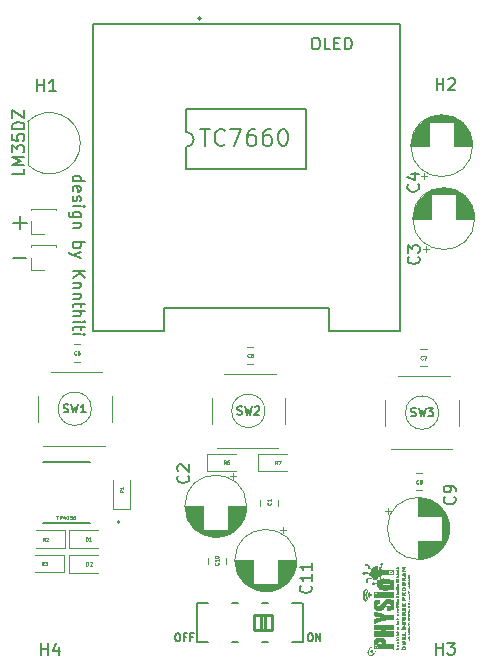
<source format=gbr>
%TF.GenerationSoftware,KiCad,Pcbnew,8.0.5*%
%TF.CreationDate,2026-02-13T21:56:33+07:00*%
%TF.ProjectId,Temperature_sensor,54656d70-6572-4617-9475-72655f73656e,rev?*%
%TF.SameCoordinates,Original*%
%TF.FileFunction,Legend,Top*%
%TF.FilePolarity,Positive*%
%FSLAX46Y46*%
G04 Gerber Fmt 4.6, Leading zero omitted, Abs format (unit mm)*
G04 Created by KiCad (PCBNEW 8.0.5) date 2026-02-13 21:56:33*
%MOMM*%
%LPD*%
G01*
G04 APERTURE LIST*
%ADD10C,0.150000*%
%ADD11C,0.075000*%
%ADD12C,0.000000*%
%ADD13C,0.120000*%
%ADD14C,0.152400*%
%ADD15C,0.127000*%
%ADD16C,0.254000*%
%ADD17C,0.200000*%
G04 APERTURE END LIST*
D10*
X128060180Y-71235350D02*
X129060180Y-71235350D01*
X128107800Y-71235350D02*
X128060180Y-71140112D01*
X128060180Y-71140112D02*
X128060180Y-70949636D01*
X128060180Y-70949636D02*
X128107800Y-70854398D01*
X128107800Y-70854398D02*
X128155419Y-70806779D01*
X128155419Y-70806779D02*
X128250657Y-70759160D01*
X128250657Y-70759160D02*
X128536371Y-70759160D01*
X128536371Y-70759160D02*
X128631609Y-70806779D01*
X128631609Y-70806779D02*
X128679228Y-70854398D01*
X128679228Y-70854398D02*
X128726847Y-70949636D01*
X128726847Y-70949636D02*
X128726847Y-71140112D01*
X128726847Y-71140112D02*
X128679228Y-71235350D01*
X128107800Y-72092493D02*
X128060180Y-71997255D01*
X128060180Y-71997255D02*
X128060180Y-71806779D01*
X128060180Y-71806779D02*
X128107800Y-71711541D01*
X128107800Y-71711541D02*
X128203038Y-71663922D01*
X128203038Y-71663922D02*
X128583990Y-71663922D01*
X128583990Y-71663922D02*
X128679228Y-71711541D01*
X128679228Y-71711541D02*
X128726847Y-71806779D01*
X128726847Y-71806779D02*
X128726847Y-71997255D01*
X128726847Y-71997255D02*
X128679228Y-72092493D01*
X128679228Y-72092493D02*
X128583990Y-72140112D01*
X128583990Y-72140112D02*
X128488752Y-72140112D01*
X128488752Y-72140112D02*
X128393514Y-71663922D01*
X128107800Y-72521065D02*
X128060180Y-72616303D01*
X128060180Y-72616303D02*
X128060180Y-72806779D01*
X128060180Y-72806779D02*
X128107800Y-72902017D01*
X128107800Y-72902017D02*
X128203038Y-72949636D01*
X128203038Y-72949636D02*
X128250657Y-72949636D01*
X128250657Y-72949636D02*
X128345895Y-72902017D01*
X128345895Y-72902017D02*
X128393514Y-72806779D01*
X128393514Y-72806779D02*
X128393514Y-72663922D01*
X128393514Y-72663922D02*
X128441133Y-72568684D01*
X128441133Y-72568684D02*
X128536371Y-72521065D01*
X128536371Y-72521065D02*
X128583990Y-72521065D01*
X128583990Y-72521065D02*
X128679228Y-72568684D01*
X128679228Y-72568684D02*
X128726847Y-72663922D01*
X128726847Y-72663922D02*
X128726847Y-72806779D01*
X128726847Y-72806779D02*
X128679228Y-72902017D01*
X128060180Y-73378208D02*
X128726847Y-73378208D01*
X129060180Y-73378208D02*
X129012561Y-73330589D01*
X129012561Y-73330589D02*
X128964942Y-73378208D01*
X128964942Y-73378208D02*
X129012561Y-73425827D01*
X129012561Y-73425827D02*
X129060180Y-73378208D01*
X129060180Y-73378208D02*
X128964942Y-73378208D01*
X128726847Y-74282969D02*
X127917323Y-74282969D01*
X127917323Y-74282969D02*
X127822085Y-74235350D01*
X127822085Y-74235350D02*
X127774466Y-74187731D01*
X127774466Y-74187731D02*
X127726847Y-74092493D01*
X127726847Y-74092493D02*
X127726847Y-73949636D01*
X127726847Y-73949636D02*
X127774466Y-73854398D01*
X128107800Y-74282969D02*
X128060180Y-74187731D01*
X128060180Y-74187731D02*
X128060180Y-73997255D01*
X128060180Y-73997255D02*
X128107800Y-73902017D01*
X128107800Y-73902017D02*
X128155419Y-73854398D01*
X128155419Y-73854398D02*
X128250657Y-73806779D01*
X128250657Y-73806779D02*
X128536371Y-73806779D01*
X128536371Y-73806779D02*
X128631609Y-73854398D01*
X128631609Y-73854398D02*
X128679228Y-73902017D01*
X128679228Y-73902017D02*
X128726847Y-73997255D01*
X128726847Y-73997255D02*
X128726847Y-74187731D01*
X128726847Y-74187731D02*
X128679228Y-74282969D01*
X128726847Y-74759160D02*
X128060180Y-74759160D01*
X128631609Y-74759160D02*
X128679228Y-74806779D01*
X128679228Y-74806779D02*
X128726847Y-74902017D01*
X128726847Y-74902017D02*
X128726847Y-75044874D01*
X128726847Y-75044874D02*
X128679228Y-75140112D01*
X128679228Y-75140112D02*
X128583990Y-75187731D01*
X128583990Y-75187731D02*
X128060180Y-75187731D01*
X128060180Y-76425827D02*
X129060180Y-76425827D01*
X128679228Y-76425827D02*
X128726847Y-76521065D01*
X128726847Y-76521065D02*
X128726847Y-76711541D01*
X128726847Y-76711541D02*
X128679228Y-76806779D01*
X128679228Y-76806779D02*
X128631609Y-76854398D01*
X128631609Y-76854398D02*
X128536371Y-76902017D01*
X128536371Y-76902017D02*
X128250657Y-76902017D01*
X128250657Y-76902017D02*
X128155419Y-76854398D01*
X128155419Y-76854398D02*
X128107800Y-76806779D01*
X128107800Y-76806779D02*
X128060180Y-76711541D01*
X128060180Y-76711541D02*
X128060180Y-76521065D01*
X128060180Y-76521065D02*
X128107800Y-76425827D01*
X128726847Y-77235351D02*
X128060180Y-77473446D01*
X128726847Y-77711541D02*
X128060180Y-77473446D01*
X128060180Y-77473446D02*
X127822085Y-77378208D01*
X127822085Y-77378208D02*
X127774466Y-77330589D01*
X127774466Y-77330589D02*
X127726847Y-77235351D01*
X128060180Y-78854399D02*
X129060180Y-78854399D01*
X128060180Y-79425827D02*
X128631609Y-78997256D01*
X129060180Y-79425827D02*
X128488752Y-78854399D01*
X128726847Y-79854399D02*
X128060180Y-79854399D01*
X128631609Y-79854399D02*
X128679228Y-79902018D01*
X128679228Y-79902018D02*
X128726847Y-79997256D01*
X128726847Y-79997256D02*
X128726847Y-80140113D01*
X128726847Y-80140113D02*
X128679228Y-80235351D01*
X128679228Y-80235351D02*
X128583990Y-80282970D01*
X128583990Y-80282970D02*
X128060180Y-80282970D01*
X128726847Y-80759161D02*
X128060180Y-80759161D01*
X128631609Y-80759161D02*
X128679228Y-80806780D01*
X128679228Y-80806780D02*
X128726847Y-80902018D01*
X128726847Y-80902018D02*
X128726847Y-81044875D01*
X128726847Y-81044875D02*
X128679228Y-81140113D01*
X128679228Y-81140113D02*
X128583990Y-81187732D01*
X128583990Y-81187732D02*
X128060180Y-81187732D01*
X128726847Y-81521066D02*
X128726847Y-81902018D01*
X129060180Y-81663923D02*
X128203038Y-81663923D01*
X128203038Y-81663923D02*
X128107800Y-81711542D01*
X128107800Y-81711542D02*
X128060180Y-81806780D01*
X128060180Y-81806780D02*
X128060180Y-81902018D01*
X128060180Y-82235352D02*
X129060180Y-82235352D01*
X128060180Y-82663923D02*
X128583990Y-82663923D01*
X128583990Y-82663923D02*
X128679228Y-82616304D01*
X128679228Y-82616304D02*
X128726847Y-82521066D01*
X128726847Y-82521066D02*
X128726847Y-82378209D01*
X128726847Y-82378209D02*
X128679228Y-82282971D01*
X128679228Y-82282971D02*
X128631609Y-82235352D01*
X128060180Y-83140114D02*
X128726847Y-83140114D01*
X129060180Y-83140114D02*
X129012561Y-83092495D01*
X129012561Y-83092495D02*
X128964942Y-83140114D01*
X128964942Y-83140114D02*
X129012561Y-83187733D01*
X129012561Y-83187733D02*
X129060180Y-83140114D01*
X129060180Y-83140114D02*
X128964942Y-83140114D01*
X128726847Y-83473447D02*
X128726847Y-83854399D01*
X129060180Y-83616304D02*
X128203038Y-83616304D01*
X128203038Y-83616304D02*
X128107800Y-83663923D01*
X128107800Y-83663923D02*
X128060180Y-83759161D01*
X128060180Y-83759161D02*
X128060180Y-83854399D01*
X128060180Y-84187733D02*
X128726847Y-84187733D01*
X129060180Y-84187733D02*
X129012561Y-84140114D01*
X129012561Y-84140114D02*
X128964942Y-84187733D01*
X128964942Y-84187733D02*
X129012561Y-84235352D01*
X129012561Y-84235352D02*
X129060180Y-84187733D01*
X129060180Y-84187733D02*
X128964942Y-84187733D01*
X141991666Y-90967700D02*
X142091666Y-91001033D01*
X142091666Y-91001033D02*
X142258333Y-91001033D01*
X142258333Y-91001033D02*
X142324999Y-90967700D01*
X142324999Y-90967700D02*
X142358333Y-90934366D01*
X142358333Y-90934366D02*
X142391666Y-90867700D01*
X142391666Y-90867700D02*
X142391666Y-90801033D01*
X142391666Y-90801033D02*
X142358333Y-90734366D01*
X142358333Y-90734366D02*
X142324999Y-90701033D01*
X142324999Y-90701033D02*
X142258333Y-90667700D01*
X142258333Y-90667700D02*
X142124999Y-90634366D01*
X142124999Y-90634366D02*
X142058333Y-90601033D01*
X142058333Y-90601033D02*
X142024999Y-90567700D01*
X142024999Y-90567700D02*
X141991666Y-90501033D01*
X141991666Y-90501033D02*
X141991666Y-90434366D01*
X141991666Y-90434366D02*
X142024999Y-90367700D01*
X142024999Y-90367700D02*
X142058333Y-90334366D01*
X142058333Y-90334366D02*
X142124999Y-90301033D01*
X142124999Y-90301033D02*
X142291666Y-90301033D01*
X142291666Y-90301033D02*
X142391666Y-90334366D01*
X142625000Y-90301033D02*
X142791666Y-91001033D01*
X142791666Y-91001033D02*
X142925000Y-90501033D01*
X142925000Y-90501033D02*
X143058333Y-91001033D01*
X143058333Y-91001033D02*
X143225000Y-90301033D01*
X143458333Y-90367700D02*
X143491666Y-90334366D01*
X143491666Y-90334366D02*
X143558333Y-90301033D01*
X143558333Y-90301033D02*
X143725000Y-90301033D01*
X143725000Y-90301033D02*
X143791666Y-90334366D01*
X143791666Y-90334366D02*
X143825000Y-90367700D01*
X143825000Y-90367700D02*
X143858333Y-90434366D01*
X143858333Y-90434366D02*
X143858333Y-90501033D01*
X143858333Y-90501033D02*
X143825000Y-90601033D01*
X143825000Y-90601033D02*
X143425000Y-91001033D01*
X143425000Y-91001033D02*
X143858333Y-91001033D01*
X157284580Y-71501666D02*
X157332200Y-71549285D01*
X157332200Y-71549285D02*
X157379819Y-71692142D01*
X157379819Y-71692142D02*
X157379819Y-71787380D01*
X157379819Y-71787380D02*
X157332200Y-71930237D01*
X157332200Y-71930237D02*
X157236961Y-72025475D01*
X157236961Y-72025475D02*
X157141723Y-72073094D01*
X157141723Y-72073094D02*
X156951247Y-72120713D01*
X156951247Y-72120713D02*
X156808390Y-72120713D01*
X156808390Y-72120713D02*
X156617914Y-72073094D01*
X156617914Y-72073094D02*
X156522676Y-72025475D01*
X156522676Y-72025475D02*
X156427438Y-71930237D01*
X156427438Y-71930237D02*
X156379819Y-71787380D01*
X156379819Y-71787380D02*
X156379819Y-71692142D01*
X156379819Y-71692142D02*
X156427438Y-71549285D01*
X156427438Y-71549285D02*
X156475057Y-71501666D01*
X156713152Y-70644523D02*
X157379819Y-70644523D01*
X156332200Y-70882618D02*
X157046485Y-71120713D01*
X157046485Y-71120713D02*
X157046485Y-70501666D01*
X138866365Y-66834473D02*
X139666783Y-66834473D01*
X139266574Y-68235205D02*
X139266574Y-66834473D01*
X140934111Y-68101802D02*
X140867410Y-68168504D01*
X140867410Y-68168504D02*
X140667305Y-68235205D01*
X140667305Y-68235205D02*
X140533902Y-68235205D01*
X140533902Y-68235205D02*
X140333798Y-68168504D01*
X140333798Y-68168504D02*
X140200395Y-68035100D01*
X140200395Y-68035100D02*
X140133693Y-67901697D01*
X140133693Y-67901697D02*
X140066992Y-67634891D01*
X140066992Y-67634891D02*
X140066992Y-67434787D01*
X140066992Y-67434787D02*
X140133693Y-67167981D01*
X140133693Y-67167981D02*
X140200395Y-67034578D01*
X140200395Y-67034578D02*
X140333798Y-66901175D01*
X140333798Y-66901175D02*
X140533902Y-66834473D01*
X140533902Y-66834473D02*
X140667305Y-66834473D01*
X140667305Y-66834473D02*
X140867410Y-66901175D01*
X140867410Y-66901175D02*
X140934111Y-66967876D01*
X141401022Y-66834473D02*
X142334843Y-66834473D01*
X142334843Y-66834473D02*
X141734530Y-68235205D01*
X143468769Y-66834473D02*
X143201963Y-66834473D01*
X143201963Y-66834473D02*
X143068560Y-66901175D01*
X143068560Y-66901175D02*
X143001858Y-66967876D01*
X143001858Y-66967876D02*
X142868455Y-67167981D01*
X142868455Y-67167981D02*
X142801754Y-67434787D01*
X142801754Y-67434787D02*
X142801754Y-67968399D01*
X142801754Y-67968399D02*
X142868455Y-68101802D01*
X142868455Y-68101802D02*
X142935157Y-68168504D01*
X142935157Y-68168504D02*
X143068560Y-68235205D01*
X143068560Y-68235205D02*
X143335366Y-68235205D01*
X143335366Y-68235205D02*
X143468769Y-68168504D01*
X143468769Y-68168504D02*
X143535470Y-68101802D01*
X143535470Y-68101802D02*
X143602172Y-67968399D01*
X143602172Y-67968399D02*
X143602172Y-67634891D01*
X143602172Y-67634891D02*
X143535470Y-67501488D01*
X143535470Y-67501488D02*
X143468769Y-67434787D01*
X143468769Y-67434787D02*
X143335366Y-67368085D01*
X143335366Y-67368085D02*
X143068560Y-67368085D01*
X143068560Y-67368085D02*
X142935157Y-67434787D01*
X142935157Y-67434787D02*
X142868455Y-67501488D01*
X142868455Y-67501488D02*
X142801754Y-67634891D01*
X144802799Y-66834473D02*
X144535993Y-66834473D01*
X144535993Y-66834473D02*
X144402590Y-66901175D01*
X144402590Y-66901175D02*
X144335888Y-66967876D01*
X144335888Y-66967876D02*
X144202485Y-67167981D01*
X144202485Y-67167981D02*
X144135784Y-67434787D01*
X144135784Y-67434787D02*
X144135784Y-67968399D01*
X144135784Y-67968399D02*
X144202485Y-68101802D01*
X144202485Y-68101802D02*
X144269187Y-68168504D01*
X144269187Y-68168504D02*
X144402590Y-68235205D01*
X144402590Y-68235205D02*
X144669396Y-68235205D01*
X144669396Y-68235205D02*
X144802799Y-68168504D01*
X144802799Y-68168504D02*
X144869500Y-68101802D01*
X144869500Y-68101802D02*
X144936202Y-67968399D01*
X144936202Y-67968399D02*
X144936202Y-67634891D01*
X144936202Y-67634891D02*
X144869500Y-67501488D01*
X144869500Y-67501488D02*
X144802799Y-67434787D01*
X144802799Y-67434787D02*
X144669396Y-67368085D01*
X144669396Y-67368085D02*
X144402590Y-67368085D01*
X144402590Y-67368085D02*
X144269187Y-67434787D01*
X144269187Y-67434787D02*
X144202485Y-67501488D01*
X144202485Y-67501488D02*
X144135784Y-67634891D01*
X145803321Y-66834473D02*
X145936724Y-66834473D01*
X145936724Y-66834473D02*
X146070127Y-66901175D01*
X146070127Y-66901175D02*
X146136829Y-66967876D01*
X146136829Y-66967876D02*
X146203530Y-67101279D01*
X146203530Y-67101279D02*
X146270232Y-67368085D01*
X146270232Y-67368085D02*
X146270232Y-67701593D01*
X146270232Y-67701593D02*
X146203530Y-67968399D01*
X146203530Y-67968399D02*
X146136829Y-68101802D01*
X146136829Y-68101802D02*
X146070127Y-68168504D01*
X146070127Y-68168504D02*
X145936724Y-68235205D01*
X145936724Y-68235205D02*
X145803321Y-68235205D01*
X145803321Y-68235205D02*
X145669918Y-68168504D01*
X145669918Y-68168504D02*
X145603217Y-68101802D01*
X145603217Y-68101802D02*
X145536515Y-67968399D01*
X145536515Y-67968399D02*
X145469814Y-67701593D01*
X145469814Y-67701593D02*
X145469814Y-67368085D01*
X145469814Y-67368085D02*
X145536515Y-67101279D01*
X145536515Y-67101279D02*
X145603217Y-66967876D01*
X145603217Y-66967876D02*
X145669918Y-66901175D01*
X145669918Y-66901175D02*
X145803321Y-66834473D01*
X158868095Y-63514819D02*
X158868095Y-62514819D01*
X158868095Y-62991009D02*
X159439523Y-62991009D01*
X159439523Y-63514819D02*
X159439523Y-62514819D01*
X159868095Y-62610057D02*
X159915714Y-62562438D01*
X159915714Y-62562438D02*
X160010952Y-62514819D01*
X160010952Y-62514819D02*
X160249047Y-62514819D01*
X160249047Y-62514819D02*
X160344285Y-62562438D01*
X160344285Y-62562438D02*
X160391904Y-62610057D01*
X160391904Y-62610057D02*
X160439523Y-62705295D01*
X160439523Y-62705295D02*
X160439523Y-62800533D01*
X160439523Y-62800533D02*
X160391904Y-62943390D01*
X160391904Y-62943390D02*
X159820476Y-63514819D01*
X159820476Y-63514819D02*
X160439523Y-63514819D01*
X157324580Y-77616553D02*
X157372200Y-77664172D01*
X157372200Y-77664172D02*
X157419819Y-77807029D01*
X157419819Y-77807029D02*
X157419819Y-77902267D01*
X157419819Y-77902267D02*
X157372200Y-78045124D01*
X157372200Y-78045124D02*
X157276961Y-78140362D01*
X157276961Y-78140362D02*
X157181723Y-78187981D01*
X157181723Y-78187981D02*
X156991247Y-78235600D01*
X156991247Y-78235600D02*
X156848390Y-78235600D01*
X156848390Y-78235600D02*
X156657914Y-78187981D01*
X156657914Y-78187981D02*
X156562676Y-78140362D01*
X156562676Y-78140362D02*
X156467438Y-78045124D01*
X156467438Y-78045124D02*
X156419819Y-77902267D01*
X156419819Y-77902267D02*
X156419819Y-77807029D01*
X156419819Y-77807029D02*
X156467438Y-77664172D01*
X156467438Y-77664172D02*
X156515057Y-77616553D01*
X156419819Y-77283219D02*
X156419819Y-76664172D01*
X156419819Y-76664172D02*
X156800771Y-76997505D01*
X156800771Y-76997505D02*
X156800771Y-76854648D01*
X156800771Y-76854648D02*
X156848390Y-76759410D01*
X156848390Y-76759410D02*
X156896009Y-76711791D01*
X156896009Y-76711791D02*
X156991247Y-76664172D01*
X156991247Y-76664172D02*
X157229342Y-76664172D01*
X157229342Y-76664172D02*
X157324580Y-76711791D01*
X157324580Y-76711791D02*
X157372200Y-76759410D01*
X157372200Y-76759410D02*
X157419819Y-76854648D01*
X157419819Y-76854648D02*
X157419819Y-77140362D01*
X157419819Y-77140362D02*
X157372200Y-77235600D01*
X157372200Y-77235600D02*
X157324580Y-77283219D01*
X122968571Y-77704700D02*
X124111429Y-77704700D01*
D11*
X132329885Y-97394999D02*
X132187028Y-97494999D01*
X132329885Y-97566428D02*
X132029885Y-97566428D01*
X132029885Y-97566428D02*
X132029885Y-97452142D01*
X132029885Y-97452142D02*
X132044171Y-97423571D01*
X132044171Y-97423571D02*
X132058457Y-97409285D01*
X132058457Y-97409285D02*
X132087028Y-97394999D01*
X132087028Y-97394999D02*
X132129885Y-97394999D01*
X132129885Y-97394999D02*
X132158457Y-97409285D01*
X132158457Y-97409285D02*
X132172742Y-97423571D01*
X132172742Y-97423571D02*
X132187028Y-97452142D01*
X132187028Y-97452142D02*
X132187028Y-97566428D01*
X132329885Y-97109285D02*
X132329885Y-97280714D01*
X132329885Y-97194999D02*
X132029885Y-97194999D01*
X132029885Y-97194999D02*
X132072742Y-97223571D01*
X132072742Y-97223571D02*
X132101314Y-97252142D01*
X132101314Y-97252142D02*
X132115600Y-97280714D01*
X125685000Y-101709885D02*
X125585000Y-101567028D01*
X125513571Y-101709885D02*
X125513571Y-101409885D01*
X125513571Y-101409885D02*
X125627857Y-101409885D01*
X125627857Y-101409885D02*
X125656428Y-101424171D01*
X125656428Y-101424171D02*
X125670714Y-101438457D01*
X125670714Y-101438457D02*
X125685000Y-101467028D01*
X125685000Y-101467028D02*
X125685000Y-101509885D01*
X125685000Y-101509885D02*
X125670714Y-101538457D01*
X125670714Y-101538457D02*
X125656428Y-101552742D01*
X125656428Y-101552742D02*
X125627857Y-101567028D01*
X125627857Y-101567028D02*
X125513571Y-101567028D01*
X125799285Y-101438457D02*
X125813571Y-101424171D01*
X125813571Y-101424171D02*
X125842143Y-101409885D01*
X125842143Y-101409885D02*
X125913571Y-101409885D01*
X125913571Y-101409885D02*
X125942143Y-101424171D01*
X125942143Y-101424171D02*
X125956428Y-101438457D01*
X125956428Y-101438457D02*
X125970714Y-101467028D01*
X125970714Y-101467028D02*
X125970714Y-101495600D01*
X125970714Y-101495600D02*
X125956428Y-101538457D01*
X125956428Y-101538457D02*
X125785000Y-101709885D01*
X125785000Y-101709885D02*
X125970714Y-101709885D01*
D10*
X136885239Y-109532902D02*
X137009048Y-109532902D01*
X137009048Y-109532902D02*
X137070953Y-109563854D01*
X137070953Y-109563854D02*
X137132858Y-109625759D01*
X137132858Y-109625759D02*
X137163810Y-109749569D01*
X137163810Y-109749569D02*
X137163810Y-109966235D01*
X137163810Y-109966235D02*
X137132858Y-110090045D01*
X137132858Y-110090045D02*
X137070953Y-110151950D01*
X137070953Y-110151950D02*
X137009048Y-110182902D01*
X137009048Y-110182902D02*
X136885239Y-110182902D01*
X136885239Y-110182902D02*
X136823334Y-110151950D01*
X136823334Y-110151950D02*
X136761429Y-110090045D01*
X136761429Y-110090045D02*
X136730477Y-109966235D01*
X136730477Y-109966235D02*
X136730477Y-109749569D01*
X136730477Y-109749569D02*
X136761429Y-109625759D01*
X136761429Y-109625759D02*
X136823334Y-109563854D01*
X136823334Y-109563854D02*
X136885239Y-109532902D01*
X137659048Y-109842426D02*
X137442381Y-109842426D01*
X137442381Y-110182902D02*
X137442381Y-109532902D01*
X137442381Y-109532902D02*
X137751905Y-109532902D01*
X138216191Y-109842426D02*
X137999524Y-109842426D01*
X137999524Y-110182902D02*
X137999524Y-109532902D01*
X137999524Y-109532902D02*
X138309048Y-109532902D01*
X148089999Y-109532902D02*
X148213808Y-109532902D01*
X148213808Y-109532902D02*
X148275713Y-109563854D01*
X148275713Y-109563854D02*
X148337618Y-109625759D01*
X148337618Y-109625759D02*
X148368570Y-109749569D01*
X148368570Y-109749569D02*
X148368570Y-109966235D01*
X148368570Y-109966235D02*
X148337618Y-110090045D01*
X148337618Y-110090045D02*
X148275713Y-110151950D01*
X148275713Y-110151950D02*
X148213808Y-110182902D01*
X148213808Y-110182902D02*
X148089999Y-110182902D01*
X148089999Y-110182902D02*
X148028094Y-110151950D01*
X148028094Y-110151950D02*
X147966189Y-110090045D01*
X147966189Y-110090045D02*
X147935237Y-109966235D01*
X147935237Y-109966235D02*
X147935237Y-109749569D01*
X147935237Y-109749569D02*
X147966189Y-109625759D01*
X147966189Y-109625759D02*
X148028094Y-109563854D01*
X148028094Y-109563854D02*
X148089999Y-109532902D01*
X148647141Y-110182902D02*
X148647141Y-109532902D01*
X148647141Y-109532902D02*
X149018570Y-110182902D01*
X149018570Y-110182902D02*
X149018570Y-109532902D01*
D11*
X157325000Y-96811314D02*
X157310714Y-96825600D01*
X157310714Y-96825600D02*
X157267857Y-96839885D01*
X157267857Y-96839885D02*
X157239285Y-96839885D01*
X157239285Y-96839885D02*
X157196428Y-96825600D01*
X157196428Y-96825600D02*
X157167857Y-96797028D01*
X157167857Y-96797028D02*
X157153571Y-96768457D01*
X157153571Y-96768457D02*
X157139285Y-96711314D01*
X157139285Y-96711314D02*
X157139285Y-96668457D01*
X157139285Y-96668457D02*
X157153571Y-96611314D01*
X157153571Y-96611314D02*
X157167857Y-96582742D01*
X157167857Y-96582742D02*
X157196428Y-96554171D01*
X157196428Y-96554171D02*
X157239285Y-96539885D01*
X157239285Y-96539885D02*
X157267857Y-96539885D01*
X157267857Y-96539885D02*
X157310714Y-96554171D01*
X157310714Y-96554171D02*
X157325000Y-96568457D01*
X157496428Y-96668457D02*
X157467857Y-96654171D01*
X157467857Y-96654171D02*
X157453571Y-96639885D01*
X157453571Y-96639885D02*
X157439285Y-96611314D01*
X157439285Y-96611314D02*
X157439285Y-96597028D01*
X157439285Y-96597028D02*
X157453571Y-96568457D01*
X157453571Y-96568457D02*
X157467857Y-96554171D01*
X157467857Y-96554171D02*
X157496428Y-96539885D01*
X157496428Y-96539885D02*
X157553571Y-96539885D01*
X157553571Y-96539885D02*
X157582143Y-96554171D01*
X157582143Y-96554171D02*
X157596428Y-96568457D01*
X157596428Y-96568457D02*
X157610714Y-96597028D01*
X157610714Y-96597028D02*
X157610714Y-96611314D01*
X157610714Y-96611314D02*
X157596428Y-96639885D01*
X157596428Y-96639885D02*
X157582143Y-96654171D01*
X157582143Y-96654171D02*
X157553571Y-96668457D01*
X157553571Y-96668457D02*
X157496428Y-96668457D01*
X157496428Y-96668457D02*
X157467857Y-96682742D01*
X157467857Y-96682742D02*
X157453571Y-96697028D01*
X157453571Y-96697028D02*
X157439285Y-96725600D01*
X157439285Y-96725600D02*
X157439285Y-96782742D01*
X157439285Y-96782742D02*
X157453571Y-96811314D01*
X157453571Y-96811314D02*
X157467857Y-96825600D01*
X157467857Y-96825600D02*
X157496428Y-96839885D01*
X157496428Y-96839885D02*
X157553571Y-96839885D01*
X157553571Y-96839885D02*
X157582143Y-96825600D01*
X157582143Y-96825600D02*
X157596428Y-96811314D01*
X157596428Y-96811314D02*
X157610714Y-96782742D01*
X157610714Y-96782742D02*
X157610714Y-96725600D01*
X157610714Y-96725600D02*
X157596428Y-96697028D01*
X157596428Y-96697028D02*
X157582143Y-96682742D01*
X157582143Y-96682742D02*
X157553571Y-96668457D01*
X126677858Y-99569885D02*
X126849287Y-99569885D01*
X126763572Y-99869885D02*
X126763572Y-99569885D01*
X126949286Y-99869885D02*
X126949286Y-99569885D01*
X126949286Y-99569885D02*
X127063572Y-99569885D01*
X127063572Y-99569885D02*
X127092143Y-99584171D01*
X127092143Y-99584171D02*
X127106429Y-99598457D01*
X127106429Y-99598457D02*
X127120715Y-99627028D01*
X127120715Y-99627028D02*
X127120715Y-99669885D01*
X127120715Y-99669885D02*
X127106429Y-99698457D01*
X127106429Y-99698457D02*
X127092143Y-99712742D01*
X127092143Y-99712742D02*
X127063572Y-99727028D01*
X127063572Y-99727028D02*
X126949286Y-99727028D01*
X127377858Y-99669885D02*
X127377858Y-99869885D01*
X127306429Y-99555600D02*
X127235000Y-99769885D01*
X127235000Y-99769885D02*
X127420715Y-99769885D01*
X127592143Y-99569885D02*
X127620714Y-99569885D01*
X127620714Y-99569885D02*
X127649286Y-99584171D01*
X127649286Y-99584171D02*
X127663572Y-99598457D01*
X127663572Y-99598457D02*
X127677857Y-99627028D01*
X127677857Y-99627028D02*
X127692143Y-99684171D01*
X127692143Y-99684171D02*
X127692143Y-99755600D01*
X127692143Y-99755600D02*
X127677857Y-99812742D01*
X127677857Y-99812742D02*
X127663572Y-99841314D01*
X127663572Y-99841314D02*
X127649286Y-99855600D01*
X127649286Y-99855600D02*
X127620714Y-99869885D01*
X127620714Y-99869885D02*
X127592143Y-99869885D01*
X127592143Y-99869885D02*
X127563572Y-99855600D01*
X127563572Y-99855600D02*
X127549286Y-99841314D01*
X127549286Y-99841314D02*
X127535000Y-99812742D01*
X127535000Y-99812742D02*
X127520714Y-99755600D01*
X127520714Y-99755600D02*
X127520714Y-99684171D01*
X127520714Y-99684171D02*
X127535000Y-99627028D01*
X127535000Y-99627028D02*
X127549286Y-99598457D01*
X127549286Y-99598457D02*
X127563572Y-99584171D01*
X127563572Y-99584171D02*
X127592143Y-99569885D01*
X127963571Y-99569885D02*
X127820714Y-99569885D01*
X127820714Y-99569885D02*
X127806428Y-99712742D01*
X127806428Y-99712742D02*
X127820714Y-99698457D01*
X127820714Y-99698457D02*
X127849286Y-99684171D01*
X127849286Y-99684171D02*
X127920714Y-99684171D01*
X127920714Y-99684171D02*
X127949286Y-99698457D01*
X127949286Y-99698457D02*
X127963571Y-99712742D01*
X127963571Y-99712742D02*
X127977857Y-99741314D01*
X127977857Y-99741314D02*
X127977857Y-99812742D01*
X127977857Y-99812742D02*
X127963571Y-99841314D01*
X127963571Y-99841314D02*
X127949286Y-99855600D01*
X127949286Y-99855600D02*
X127920714Y-99869885D01*
X127920714Y-99869885D02*
X127849286Y-99869885D01*
X127849286Y-99869885D02*
X127820714Y-99855600D01*
X127820714Y-99855600D02*
X127806428Y-99841314D01*
X128235000Y-99569885D02*
X128177857Y-99569885D01*
X128177857Y-99569885D02*
X128149285Y-99584171D01*
X128149285Y-99584171D02*
X128135000Y-99598457D01*
X128135000Y-99598457D02*
X128106428Y-99641314D01*
X128106428Y-99641314D02*
X128092142Y-99698457D01*
X128092142Y-99698457D02*
X128092142Y-99812742D01*
X128092142Y-99812742D02*
X128106428Y-99841314D01*
X128106428Y-99841314D02*
X128120714Y-99855600D01*
X128120714Y-99855600D02*
X128149285Y-99869885D01*
X128149285Y-99869885D02*
X128206428Y-99869885D01*
X128206428Y-99869885D02*
X128235000Y-99855600D01*
X128235000Y-99855600D02*
X128249285Y-99841314D01*
X128249285Y-99841314D02*
X128263571Y-99812742D01*
X128263571Y-99812742D02*
X128263571Y-99741314D01*
X128263571Y-99741314D02*
X128249285Y-99712742D01*
X128249285Y-99712742D02*
X128235000Y-99698457D01*
X128235000Y-99698457D02*
X128206428Y-99684171D01*
X128206428Y-99684171D02*
X128149285Y-99684171D01*
X128149285Y-99684171D02*
X128120714Y-99698457D01*
X128120714Y-99698457D02*
X128106428Y-99712742D01*
X128106428Y-99712742D02*
X128092142Y-99741314D01*
D10*
X160369580Y-97966666D02*
X160417200Y-98014285D01*
X160417200Y-98014285D02*
X160464819Y-98157142D01*
X160464819Y-98157142D02*
X160464819Y-98252380D01*
X160464819Y-98252380D02*
X160417200Y-98395237D01*
X160417200Y-98395237D02*
X160321961Y-98490475D01*
X160321961Y-98490475D02*
X160226723Y-98538094D01*
X160226723Y-98538094D02*
X160036247Y-98585713D01*
X160036247Y-98585713D02*
X159893390Y-98585713D01*
X159893390Y-98585713D02*
X159702914Y-98538094D01*
X159702914Y-98538094D02*
X159607676Y-98490475D01*
X159607676Y-98490475D02*
X159512438Y-98395237D01*
X159512438Y-98395237D02*
X159464819Y-98252380D01*
X159464819Y-98252380D02*
X159464819Y-98157142D01*
X159464819Y-98157142D02*
X159512438Y-98014285D01*
X159512438Y-98014285D02*
X159560057Y-97966666D01*
X160464819Y-97490475D02*
X160464819Y-97299999D01*
X160464819Y-97299999D02*
X160417200Y-97204761D01*
X160417200Y-97204761D02*
X160369580Y-97157142D01*
X160369580Y-97157142D02*
X160226723Y-97061904D01*
X160226723Y-97061904D02*
X160036247Y-97014285D01*
X160036247Y-97014285D02*
X159655295Y-97014285D01*
X159655295Y-97014285D02*
X159560057Y-97061904D01*
X159560057Y-97061904D02*
X159512438Y-97109523D01*
X159512438Y-97109523D02*
X159464819Y-97204761D01*
X159464819Y-97204761D02*
X159464819Y-97395237D01*
X159464819Y-97395237D02*
X159512438Y-97490475D01*
X159512438Y-97490475D02*
X159560057Y-97538094D01*
X159560057Y-97538094D02*
X159655295Y-97585713D01*
X159655295Y-97585713D02*
X159893390Y-97585713D01*
X159893390Y-97585713D02*
X159988628Y-97538094D01*
X159988628Y-97538094D02*
X160036247Y-97490475D01*
X160036247Y-97490475D02*
X160083866Y-97395237D01*
X160083866Y-97395237D02*
X160083866Y-97204761D01*
X160083866Y-97204761D02*
X160036247Y-97109523D01*
X160036247Y-97109523D02*
X159988628Y-97061904D01*
X159988628Y-97061904D02*
X159893390Y-97014285D01*
X127291666Y-90787700D02*
X127391666Y-90821033D01*
X127391666Y-90821033D02*
X127558333Y-90821033D01*
X127558333Y-90821033D02*
X127624999Y-90787700D01*
X127624999Y-90787700D02*
X127658333Y-90754366D01*
X127658333Y-90754366D02*
X127691666Y-90687700D01*
X127691666Y-90687700D02*
X127691666Y-90621033D01*
X127691666Y-90621033D02*
X127658333Y-90554366D01*
X127658333Y-90554366D02*
X127624999Y-90521033D01*
X127624999Y-90521033D02*
X127558333Y-90487700D01*
X127558333Y-90487700D02*
X127424999Y-90454366D01*
X127424999Y-90454366D02*
X127358333Y-90421033D01*
X127358333Y-90421033D02*
X127324999Y-90387700D01*
X127324999Y-90387700D02*
X127291666Y-90321033D01*
X127291666Y-90321033D02*
X127291666Y-90254366D01*
X127291666Y-90254366D02*
X127324999Y-90187700D01*
X127324999Y-90187700D02*
X127358333Y-90154366D01*
X127358333Y-90154366D02*
X127424999Y-90121033D01*
X127424999Y-90121033D02*
X127591666Y-90121033D01*
X127591666Y-90121033D02*
X127691666Y-90154366D01*
X127925000Y-90121033D02*
X128091666Y-90821033D01*
X128091666Y-90821033D02*
X128225000Y-90321033D01*
X128225000Y-90321033D02*
X128358333Y-90821033D01*
X128358333Y-90821033D02*
X128525000Y-90121033D01*
X129158333Y-90821033D02*
X128758333Y-90821033D01*
X128958333Y-90821033D02*
X128958333Y-90121033D01*
X128958333Y-90121033D02*
X128891666Y-90221033D01*
X128891666Y-90221033D02*
X128825000Y-90287700D01*
X128825000Y-90287700D02*
X128758333Y-90321033D01*
X125058095Y-63624819D02*
X125058095Y-62624819D01*
X125058095Y-63101009D02*
X125629523Y-63101009D01*
X125629523Y-63624819D02*
X125629523Y-62624819D01*
X126629523Y-63624819D02*
X126058095Y-63624819D01*
X126343809Y-63624819D02*
X126343809Y-62624819D01*
X126343809Y-62624819D02*
X126248571Y-62767676D01*
X126248571Y-62767676D02*
X126153333Y-62862914D01*
X126153333Y-62862914D02*
X126058095Y-62910533D01*
X123018571Y-74744700D02*
X124161429Y-74744700D01*
X123590000Y-75316128D02*
X123590000Y-74173271D01*
D11*
X144801314Y-98454999D02*
X144815600Y-98469285D01*
X144815600Y-98469285D02*
X144829885Y-98512142D01*
X144829885Y-98512142D02*
X144829885Y-98540714D01*
X144829885Y-98540714D02*
X144815600Y-98583571D01*
X144815600Y-98583571D02*
X144787028Y-98612142D01*
X144787028Y-98612142D02*
X144758457Y-98626428D01*
X144758457Y-98626428D02*
X144701314Y-98640714D01*
X144701314Y-98640714D02*
X144658457Y-98640714D01*
X144658457Y-98640714D02*
X144601314Y-98626428D01*
X144601314Y-98626428D02*
X144572742Y-98612142D01*
X144572742Y-98612142D02*
X144544171Y-98583571D01*
X144544171Y-98583571D02*
X144529885Y-98540714D01*
X144529885Y-98540714D02*
X144529885Y-98512142D01*
X144529885Y-98512142D02*
X144544171Y-98469285D01*
X144544171Y-98469285D02*
X144558457Y-98454999D01*
X144829885Y-98169285D02*
X144829885Y-98340714D01*
X144829885Y-98254999D02*
X144529885Y-98254999D01*
X144529885Y-98254999D02*
X144572742Y-98283571D01*
X144572742Y-98283571D02*
X144601314Y-98312142D01*
X144601314Y-98312142D02*
X144615600Y-98340714D01*
X129163571Y-101699885D02*
X129163571Y-101399885D01*
X129163571Y-101399885D02*
X129235000Y-101399885D01*
X129235000Y-101399885D02*
X129277857Y-101414171D01*
X129277857Y-101414171D02*
X129306428Y-101442742D01*
X129306428Y-101442742D02*
X129320714Y-101471314D01*
X129320714Y-101471314D02*
X129335000Y-101528457D01*
X129335000Y-101528457D02*
X129335000Y-101571314D01*
X129335000Y-101571314D02*
X129320714Y-101628457D01*
X129320714Y-101628457D02*
X129306428Y-101657028D01*
X129306428Y-101657028D02*
X129277857Y-101685600D01*
X129277857Y-101685600D02*
X129235000Y-101699885D01*
X129235000Y-101699885D02*
X129163571Y-101699885D01*
X129620714Y-101699885D02*
X129449285Y-101699885D01*
X129535000Y-101699885D02*
X129535000Y-101399885D01*
X129535000Y-101399885D02*
X129506428Y-101442742D01*
X129506428Y-101442742D02*
X129477857Y-101471314D01*
X129477857Y-101471314D02*
X129449285Y-101485600D01*
D10*
X148189580Y-105482857D02*
X148237200Y-105530476D01*
X148237200Y-105530476D02*
X148284819Y-105673333D01*
X148284819Y-105673333D02*
X148284819Y-105768571D01*
X148284819Y-105768571D02*
X148237200Y-105911428D01*
X148237200Y-105911428D02*
X148141961Y-106006666D01*
X148141961Y-106006666D02*
X148046723Y-106054285D01*
X148046723Y-106054285D02*
X147856247Y-106101904D01*
X147856247Y-106101904D02*
X147713390Y-106101904D01*
X147713390Y-106101904D02*
X147522914Y-106054285D01*
X147522914Y-106054285D02*
X147427676Y-106006666D01*
X147427676Y-106006666D02*
X147332438Y-105911428D01*
X147332438Y-105911428D02*
X147284819Y-105768571D01*
X147284819Y-105768571D02*
X147284819Y-105673333D01*
X147284819Y-105673333D02*
X147332438Y-105530476D01*
X147332438Y-105530476D02*
X147380057Y-105482857D01*
X148284819Y-104530476D02*
X148284819Y-105101904D01*
X148284819Y-104816190D02*
X147284819Y-104816190D01*
X147284819Y-104816190D02*
X147427676Y-104911428D01*
X147427676Y-104911428D02*
X147522914Y-105006666D01*
X147522914Y-105006666D02*
X147570533Y-105101904D01*
X148284819Y-103578095D02*
X148284819Y-104149523D01*
X148284819Y-103863809D02*
X147284819Y-103863809D01*
X147284819Y-103863809D02*
X147427676Y-103959047D01*
X147427676Y-103959047D02*
X147522914Y-104054285D01*
X147522914Y-104054285D02*
X147570533Y-104149523D01*
X125398095Y-111354819D02*
X125398095Y-110354819D01*
X125398095Y-110831009D02*
X125969523Y-110831009D01*
X125969523Y-111354819D02*
X125969523Y-110354819D01*
X126874285Y-110688152D02*
X126874285Y-111354819D01*
X126636190Y-110307200D02*
X126398095Y-111021485D01*
X126398095Y-111021485D02*
X127017142Y-111021485D01*
X123954819Y-70190476D02*
X123954819Y-70666666D01*
X123954819Y-70666666D02*
X122954819Y-70666666D01*
X123954819Y-69857142D02*
X122954819Y-69857142D01*
X122954819Y-69857142D02*
X123669104Y-69523809D01*
X123669104Y-69523809D02*
X122954819Y-69190476D01*
X122954819Y-69190476D02*
X123954819Y-69190476D01*
X122954819Y-68809523D02*
X122954819Y-68190476D01*
X122954819Y-68190476D02*
X123335771Y-68523809D01*
X123335771Y-68523809D02*
X123335771Y-68380952D01*
X123335771Y-68380952D02*
X123383390Y-68285714D01*
X123383390Y-68285714D02*
X123431009Y-68238095D01*
X123431009Y-68238095D02*
X123526247Y-68190476D01*
X123526247Y-68190476D02*
X123764342Y-68190476D01*
X123764342Y-68190476D02*
X123859580Y-68238095D01*
X123859580Y-68238095D02*
X123907200Y-68285714D01*
X123907200Y-68285714D02*
X123954819Y-68380952D01*
X123954819Y-68380952D02*
X123954819Y-68666666D01*
X123954819Y-68666666D02*
X123907200Y-68761904D01*
X123907200Y-68761904D02*
X123859580Y-68809523D01*
X122954819Y-67285714D02*
X122954819Y-67761904D01*
X122954819Y-67761904D02*
X123431009Y-67809523D01*
X123431009Y-67809523D02*
X123383390Y-67761904D01*
X123383390Y-67761904D02*
X123335771Y-67666666D01*
X123335771Y-67666666D02*
X123335771Y-67428571D01*
X123335771Y-67428571D02*
X123383390Y-67333333D01*
X123383390Y-67333333D02*
X123431009Y-67285714D01*
X123431009Y-67285714D02*
X123526247Y-67238095D01*
X123526247Y-67238095D02*
X123764342Y-67238095D01*
X123764342Y-67238095D02*
X123859580Y-67285714D01*
X123859580Y-67285714D02*
X123907200Y-67333333D01*
X123907200Y-67333333D02*
X123954819Y-67428571D01*
X123954819Y-67428571D02*
X123954819Y-67666666D01*
X123954819Y-67666666D02*
X123907200Y-67761904D01*
X123907200Y-67761904D02*
X123859580Y-67809523D01*
X123954819Y-66809523D02*
X122954819Y-66809523D01*
X122954819Y-66809523D02*
X122954819Y-66571428D01*
X122954819Y-66571428D02*
X123002438Y-66428571D01*
X123002438Y-66428571D02*
X123097676Y-66333333D01*
X123097676Y-66333333D02*
X123192914Y-66285714D01*
X123192914Y-66285714D02*
X123383390Y-66238095D01*
X123383390Y-66238095D02*
X123526247Y-66238095D01*
X123526247Y-66238095D02*
X123716723Y-66285714D01*
X123716723Y-66285714D02*
X123811961Y-66333333D01*
X123811961Y-66333333D02*
X123907200Y-66428571D01*
X123907200Y-66428571D02*
X123954819Y-66571428D01*
X123954819Y-66571428D02*
X123954819Y-66809523D01*
X122954819Y-65904761D02*
X122954819Y-65238095D01*
X122954819Y-65238095D02*
X123954819Y-65904761D01*
X123954819Y-65904761D02*
X123954819Y-65238095D01*
D11*
X140371314Y-103537856D02*
X140385600Y-103552142D01*
X140385600Y-103552142D02*
X140399885Y-103594999D01*
X140399885Y-103594999D02*
X140399885Y-103623571D01*
X140399885Y-103623571D02*
X140385600Y-103666428D01*
X140385600Y-103666428D02*
X140357028Y-103694999D01*
X140357028Y-103694999D02*
X140328457Y-103709285D01*
X140328457Y-103709285D02*
X140271314Y-103723571D01*
X140271314Y-103723571D02*
X140228457Y-103723571D01*
X140228457Y-103723571D02*
X140171314Y-103709285D01*
X140171314Y-103709285D02*
X140142742Y-103694999D01*
X140142742Y-103694999D02*
X140114171Y-103666428D01*
X140114171Y-103666428D02*
X140099885Y-103623571D01*
X140099885Y-103623571D02*
X140099885Y-103594999D01*
X140099885Y-103594999D02*
X140114171Y-103552142D01*
X140114171Y-103552142D02*
X140128457Y-103537856D01*
X140399885Y-103252142D02*
X140399885Y-103423571D01*
X140399885Y-103337856D02*
X140099885Y-103337856D01*
X140099885Y-103337856D02*
X140142742Y-103366428D01*
X140142742Y-103366428D02*
X140171314Y-103394999D01*
X140171314Y-103394999D02*
X140185600Y-103423571D01*
X140099885Y-103066428D02*
X140099885Y-103037857D01*
X140099885Y-103037857D02*
X140114171Y-103009285D01*
X140114171Y-103009285D02*
X140128457Y-102995000D01*
X140128457Y-102995000D02*
X140157028Y-102980714D01*
X140157028Y-102980714D02*
X140214171Y-102966428D01*
X140214171Y-102966428D02*
X140285600Y-102966428D01*
X140285600Y-102966428D02*
X140342742Y-102980714D01*
X140342742Y-102980714D02*
X140371314Y-102995000D01*
X140371314Y-102995000D02*
X140385600Y-103009285D01*
X140385600Y-103009285D02*
X140399885Y-103037857D01*
X140399885Y-103037857D02*
X140399885Y-103066428D01*
X140399885Y-103066428D02*
X140385600Y-103095000D01*
X140385600Y-103095000D02*
X140371314Y-103109285D01*
X140371314Y-103109285D02*
X140342742Y-103123571D01*
X140342742Y-103123571D02*
X140285600Y-103137857D01*
X140285600Y-103137857D02*
X140214171Y-103137857D01*
X140214171Y-103137857D02*
X140157028Y-103123571D01*
X140157028Y-103123571D02*
X140128457Y-103109285D01*
X140128457Y-103109285D02*
X140114171Y-103095000D01*
X140114171Y-103095000D02*
X140099885Y-103066428D01*
D10*
X137814580Y-96171666D02*
X137862200Y-96219285D01*
X137862200Y-96219285D02*
X137909819Y-96362142D01*
X137909819Y-96362142D02*
X137909819Y-96457380D01*
X137909819Y-96457380D02*
X137862200Y-96600237D01*
X137862200Y-96600237D02*
X137766961Y-96695475D01*
X137766961Y-96695475D02*
X137671723Y-96743094D01*
X137671723Y-96743094D02*
X137481247Y-96790713D01*
X137481247Y-96790713D02*
X137338390Y-96790713D01*
X137338390Y-96790713D02*
X137147914Y-96743094D01*
X137147914Y-96743094D02*
X137052676Y-96695475D01*
X137052676Y-96695475D02*
X136957438Y-96600237D01*
X136957438Y-96600237D02*
X136909819Y-96457380D01*
X136909819Y-96457380D02*
X136909819Y-96362142D01*
X136909819Y-96362142D02*
X136957438Y-96219285D01*
X136957438Y-96219285D02*
X137005057Y-96171666D01*
X137005057Y-95790713D02*
X136957438Y-95743094D01*
X136957438Y-95743094D02*
X136909819Y-95647856D01*
X136909819Y-95647856D02*
X136909819Y-95409761D01*
X136909819Y-95409761D02*
X136957438Y-95314523D01*
X136957438Y-95314523D02*
X137005057Y-95266904D01*
X137005057Y-95266904D02*
X137100295Y-95219285D01*
X137100295Y-95219285D02*
X137195533Y-95219285D01*
X137195533Y-95219285D02*
X137338390Y-95266904D01*
X137338390Y-95266904D02*
X137909819Y-95838332D01*
X137909819Y-95838332D02*
X137909819Y-95219285D01*
X158818095Y-111314819D02*
X158818095Y-110314819D01*
X158818095Y-110791009D02*
X159389523Y-110791009D01*
X159389523Y-111314819D02*
X159389523Y-110314819D01*
X159770476Y-110314819D02*
X160389523Y-110314819D01*
X160389523Y-110314819D02*
X160056190Y-110695771D01*
X160056190Y-110695771D02*
X160199047Y-110695771D01*
X160199047Y-110695771D02*
X160294285Y-110743390D01*
X160294285Y-110743390D02*
X160341904Y-110791009D01*
X160341904Y-110791009D02*
X160389523Y-110886247D01*
X160389523Y-110886247D02*
X160389523Y-111124342D01*
X160389523Y-111124342D02*
X160341904Y-111219580D01*
X160341904Y-111219580D02*
X160294285Y-111267200D01*
X160294285Y-111267200D02*
X160199047Y-111314819D01*
X160199047Y-111314819D02*
X159913333Y-111314819D01*
X159913333Y-111314819D02*
X159818095Y-111267200D01*
X159818095Y-111267200D02*
X159770476Y-111219580D01*
D11*
X141015000Y-95169885D02*
X140915000Y-95027028D01*
X140843571Y-95169885D02*
X140843571Y-94869885D01*
X140843571Y-94869885D02*
X140957857Y-94869885D01*
X140957857Y-94869885D02*
X140986428Y-94884171D01*
X140986428Y-94884171D02*
X141000714Y-94898457D01*
X141000714Y-94898457D02*
X141015000Y-94927028D01*
X141015000Y-94927028D02*
X141015000Y-94969885D01*
X141015000Y-94969885D02*
X141000714Y-94998457D01*
X141000714Y-94998457D02*
X140986428Y-95012742D01*
X140986428Y-95012742D02*
X140957857Y-95027028D01*
X140957857Y-95027028D02*
X140843571Y-95027028D01*
X141272143Y-94869885D02*
X141215000Y-94869885D01*
X141215000Y-94869885D02*
X141186428Y-94884171D01*
X141186428Y-94884171D02*
X141172143Y-94898457D01*
X141172143Y-94898457D02*
X141143571Y-94941314D01*
X141143571Y-94941314D02*
X141129285Y-94998457D01*
X141129285Y-94998457D02*
X141129285Y-95112742D01*
X141129285Y-95112742D02*
X141143571Y-95141314D01*
X141143571Y-95141314D02*
X141157857Y-95155600D01*
X141157857Y-95155600D02*
X141186428Y-95169885D01*
X141186428Y-95169885D02*
X141243571Y-95169885D01*
X141243571Y-95169885D02*
X141272143Y-95155600D01*
X141272143Y-95155600D02*
X141286428Y-95141314D01*
X141286428Y-95141314D02*
X141300714Y-95112742D01*
X141300714Y-95112742D02*
X141300714Y-95041314D01*
X141300714Y-95041314D02*
X141286428Y-95012742D01*
X141286428Y-95012742D02*
X141272143Y-94998457D01*
X141272143Y-94998457D02*
X141243571Y-94984171D01*
X141243571Y-94984171D02*
X141186428Y-94984171D01*
X141186428Y-94984171D02*
X141157857Y-94998457D01*
X141157857Y-94998457D02*
X141143571Y-95012742D01*
X141143571Y-95012742D02*
X141129285Y-95041314D01*
X143035000Y-86101314D02*
X143020714Y-86115600D01*
X143020714Y-86115600D02*
X142977857Y-86129885D01*
X142977857Y-86129885D02*
X142949285Y-86129885D01*
X142949285Y-86129885D02*
X142906428Y-86115600D01*
X142906428Y-86115600D02*
X142877857Y-86087028D01*
X142877857Y-86087028D02*
X142863571Y-86058457D01*
X142863571Y-86058457D02*
X142849285Y-86001314D01*
X142849285Y-86001314D02*
X142849285Y-85958457D01*
X142849285Y-85958457D02*
X142863571Y-85901314D01*
X142863571Y-85901314D02*
X142877857Y-85872742D01*
X142877857Y-85872742D02*
X142906428Y-85844171D01*
X142906428Y-85844171D02*
X142949285Y-85829885D01*
X142949285Y-85829885D02*
X142977857Y-85829885D01*
X142977857Y-85829885D02*
X143020714Y-85844171D01*
X143020714Y-85844171D02*
X143035000Y-85858457D01*
X143292143Y-85829885D02*
X143235000Y-85829885D01*
X143235000Y-85829885D02*
X143206428Y-85844171D01*
X143206428Y-85844171D02*
X143192143Y-85858457D01*
X143192143Y-85858457D02*
X143163571Y-85901314D01*
X143163571Y-85901314D02*
X143149285Y-85958457D01*
X143149285Y-85958457D02*
X143149285Y-86072742D01*
X143149285Y-86072742D02*
X143163571Y-86101314D01*
X143163571Y-86101314D02*
X143177857Y-86115600D01*
X143177857Y-86115600D02*
X143206428Y-86129885D01*
X143206428Y-86129885D02*
X143263571Y-86129885D01*
X143263571Y-86129885D02*
X143292143Y-86115600D01*
X143292143Y-86115600D02*
X143306428Y-86101314D01*
X143306428Y-86101314D02*
X143320714Y-86072742D01*
X143320714Y-86072742D02*
X143320714Y-86001314D01*
X143320714Y-86001314D02*
X143306428Y-85972742D01*
X143306428Y-85972742D02*
X143292143Y-85958457D01*
X143292143Y-85958457D02*
X143263571Y-85944171D01*
X143263571Y-85944171D02*
X143206428Y-85944171D01*
X143206428Y-85944171D02*
X143177857Y-85958457D01*
X143177857Y-85958457D02*
X143163571Y-85972742D01*
X143163571Y-85972742D02*
X143149285Y-86001314D01*
X157685000Y-86311314D02*
X157670714Y-86325600D01*
X157670714Y-86325600D02*
X157627857Y-86339885D01*
X157627857Y-86339885D02*
X157599285Y-86339885D01*
X157599285Y-86339885D02*
X157556428Y-86325600D01*
X157556428Y-86325600D02*
X157527857Y-86297028D01*
X157527857Y-86297028D02*
X157513571Y-86268457D01*
X157513571Y-86268457D02*
X157499285Y-86211314D01*
X157499285Y-86211314D02*
X157499285Y-86168457D01*
X157499285Y-86168457D02*
X157513571Y-86111314D01*
X157513571Y-86111314D02*
X157527857Y-86082742D01*
X157527857Y-86082742D02*
X157556428Y-86054171D01*
X157556428Y-86054171D02*
X157599285Y-86039885D01*
X157599285Y-86039885D02*
X157627857Y-86039885D01*
X157627857Y-86039885D02*
X157670714Y-86054171D01*
X157670714Y-86054171D02*
X157685000Y-86068457D01*
X157785000Y-86039885D02*
X157985000Y-86039885D01*
X157985000Y-86039885D02*
X157856428Y-86339885D01*
X145355000Y-95219885D02*
X145255000Y-95077028D01*
X145183571Y-95219885D02*
X145183571Y-94919885D01*
X145183571Y-94919885D02*
X145297857Y-94919885D01*
X145297857Y-94919885D02*
X145326428Y-94934171D01*
X145326428Y-94934171D02*
X145340714Y-94948457D01*
X145340714Y-94948457D02*
X145355000Y-94977028D01*
X145355000Y-94977028D02*
X145355000Y-95019885D01*
X145355000Y-95019885D02*
X145340714Y-95048457D01*
X145340714Y-95048457D02*
X145326428Y-95062742D01*
X145326428Y-95062742D02*
X145297857Y-95077028D01*
X145297857Y-95077028D02*
X145183571Y-95077028D01*
X145455000Y-94919885D02*
X145655000Y-94919885D01*
X145655000Y-94919885D02*
X145526428Y-95219885D01*
D10*
X156701666Y-91117700D02*
X156801666Y-91151033D01*
X156801666Y-91151033D02*
X156968333Y-91151033D01*
X156968333Y-91151033D02*
X157034999Y-91117700D01*
X157034999Y-91117700D02*
X157068333Y-91084366D01*
X157068333Y-91084366D02*
X157101666Y-91017700D01*
X157101666Y-91017700D02*
X157101666Y-90951033D01*
X157101666Y-90951033D02*
X157068333Y-90884366D01*
X157068333Y-90884366D02*
X157034999Y-90851033D01*
X157034999Y-90851033D02*
X156968333Y-90817700D01*
X156968333Y-90817700D02*
X156834999Y-90784366D01*
X156834999Y-90784366D02*
X156768333Y-90751033D01*
X156768333Y-90751033D02*
X156734999Y-90717700D01*
X156734999Y-90717700D02*
X156701666Y-90651033D01*
X156701666Y-90651033D02*
X156701666Y-90584366D01*
X156701666Y-90584366D02*
X156734999Y-90517700D01*
X156734999Y-90517700D02*
X156768333Y-90484366D01*
X156768333Y-90484366D02*
X156834999Y-90451033D01*
X156834999Y-90451033D02*
X157001666Y-90451033D01*
X157001666Y-90451033D02*
X157101666Y-90484366D01*
X157335000Y-90451033D02*
X157501666Y-91151033D01*
X157501666Y-91151033D02*
X157635000Y-90651033D01*
X157635000Y-90651033D02*
X157768333Y-91151033D01*
X157768333Y-91151033D02*
X157935000Y-90451033D01*
X158135000Y-90451033D02*
X158568333Y-90451033D01*
X158568333Y-90451033D02*
X158335000Y-90717700D01*
X158335000Y-90717700D02*
X158435000Y-90717700D01*
X158435000Y-90717700D02*
X158501666Y-90751033D01*
X158501666Y-90751033D02*
X158535000Y-90784366D01*
X158535000Y-90784366D02*
X158568333Y-90851033D01*
X158568333Y-90851033D02*
X158568333Y-91017700D01*
X158568333Y-91017700D02*
X158535000Y-91084366D01*
X158535000Y-91084366D02*
X158501666Y-91117700D01*
X158501666Y-91117700D02*
X158435000Y-91151033D01*
X158435000Y-91151033D02*
X158235000Y-91151033D01*
X158235000Y-91151033D02*
X158168333Y-91117700D01*
X158168333Y-91117700D02*
X158135000Y-91084366D01*
D11*
X125595000Y-103759885D02*
X125495000Y-103617028D01*
X125423571Y-103759885D02*
X125423571Y-103459885D01*
X125423571Y-103459885D02*
X125537857Y-103459885D01*
X125537857Y-103459885D02*
X125566428Y-103474171D01*
X125566428Y-103474171D02*
X125580714Y-103488457D01*
X125580714Y-103488457D02*
X125595000Y-103517028D01*
X125595000Y-103517028D02*
X125595000Y-103559885D01*
X125595000Y-103559885D02*
X125580714Y-103588457D01*
X125580714Y-103588457D02*
X125566428Y-103602742D01*
X125566428Y-103602742D02*
X125537857Y-103617028D01*
X125537857Y-103617028D02*
X125423571Y-103617028D01*
X125695000Y-103459885D02*
X125880714Y-103459885D01*
X125880714Y-103459885D02*
X125780714Y-103574171D01*
X125780714Y-103574171D02*
X125823571Y-103574171D01*
X125823571Y-103574171D02*
X125852143Y-103588457D01*
X125852143Y-103588457D02*
X125866428Y-103602742D01*
X125866428Y-103602742D02*
X125880714Y-103631314D01*
X125880714Y-103631314D02*
X125880714Y-103702742D01*
X125880714Y-103702742D02*
X125866428Y-103731314D01*
X125866428Y-103731314D02*
X125852143Y-103745600D01*
X125852143Y-103745600D02*
X125823571Y-103759885D01*
X125823571Y-103759885D02*
X125737857Y-103759885D01*
X125737857Y-103759885D02*
X125709285Y-103745600D01*
X125709285Y-103745600D02*
X125695000Y-103731314D01*
X128355000Y-85891314D02*
X128340714Y-85905600D01*
X128340714Y-85905600D02*
X128297857Y-85919885D01*
X128297857Y-85919885D02*
X128269285Y-85919885D01*
X128269285Y-85919885D02*
X128226428Y-85905600D01*
X128226428Y-85905600D02*
X128197857Y-85877028D01*
X128197857Y-85877028D02*
X128183571Y-85848457D01*
X128183571Y-85848457D02*
X128169285Y-85791314D01*
X128169285Y-85791314D02*
X128169285Y-85748457D01*
X128169285Y-85748457D02*
X128183571Y-85691314D01*
X128183571Y-85691314D02*
X128197857Y-85662742D01*
X128197857Y-85662742D02*
X128226428Y-85634171D01*
X128226428Y-85634171D02*
X128269285Y-85619885D01*
X128269285Y-85619885D02*
X128297857Y-85619885D01*
X128297857Y-85619885D02*
X128340714Y-85634171D01*
X128340714Y-85634171D02*
X128355000Y-85648457D01*
X128626428Y-85619885D02*
X128483571Y-85619885D01*
X128483571Y-85619885D02*
X128469285Y-85762742D01*
X128469285Y-85762742D02*
X128483571Y-85748457D01*
X128483571Y-85748457D02*
X128512143Y-85734171D01*
X128512143Y-85734171D02*
X128583571Y-85734171D01*
X128583571Y-85734171D02*
X128612143Y-85748457D01*
X128612143Y-85748457D02*
X128626428Y-85762742D01*
X128626428Y-85762742D02*
X128640714Y-85791314D01*
X128640714Y-85791314D02*
X128640714Y-85862742D01*
X128640714Y-85862742D02*
X128626428Y-85891314D01*
X128626428Y-85891314D02*
X128612143Y-85905600D01*
X128612143Y-85905600D02*
X128583571Y-85919885D01*
X128583571Y-85919885D02*
X128512143Y-85919885D01*
X128512143Y-85919885D02*
X128483571Y-85905600D01*
X128483571Y-85905600D02*
X128469285Y-85891314D01*
X129216071Y-103779885D02*
X129216071Y-103479885D01*
X129216071Y-103479885D02*
X129287500Y-103479885D01*
X129287500Y-103479885D02*
X129330357Y-103494171D01*
X129330357Y-103494171D02*
X129358928Y-103522742D01*
X129358928Y-103522742D02*
X129373214Y-103551314D01*
X129373214Y-103551314D02*
X129387500Y-103608457D01*
X129387500Y-103608457D02*
X129387500Y-103651314D01*
X129387500Y-103651314D02*
X129373214Y-103708457D01*
X129373214Y-103708457D02*
X129358928Y-103737028D01*
X129358928Y-103737028D02*
X129330357Y-103765600D01*
X129330357Y-103765600D02*
X129287500Y-103779885D01*
X129287500Y-103779885D02*
X129216071Y-103779885D01*
X129501785Y-103508457D02*
X129516071Y-103494171D01*
X129516071Y-103494171D02*
X129544643Y-103479885D01*
X129544643Y-103479885D02*
X129616071Y-103479885D01*
X129616071Y-103479885D02*
X129644643Y-103494171D01*
X129644643Y-103494171D02*
X129658928Y-103508457D01*
X129658928Y-103508457D02*
X129673214Y-103537028D01*
X129673214Y-103537028D02*
X129673214Y-103565600D01*
X129673214Y-103565600D02*
X129658928Y-103608457D01*
X129658928Y-103608457D02*
X129487500Y-103779885D01*
X129487500Y-103779885D02*
X129673214Y-103779885D01*
D10*
X148527619Y-59084819D02*
X148718095Y-59084819D01*
X148718095Y-59084819D02*
X148813333Y-59132438D01*
X148813333Y-59132438D02*
X148908571Y-59227676D01*
X148908571Y-59227676D02*
X148956190Y-59418152D01*
X148956190Y-59418152D02*
X148956190Y-59751485D01*
X148956190Y-59751485D02*
X148908571Y-59941961D01*
X148908571Y-59941961D02*
X148813333Y-60037200D01*
X148813333Y-60037200D02*
X148718095Y-60084819D01*
X148718095Y-60084819D02*
X148527619Y-60084819D01*
X148527619Y-60084819D02*
X148432381Y-60037200D01*
X148432381Y-60037200D02*
X148337143Y-59941961D01*
X148337143Y-59941961D02*
X148289524Y-59751485D01*
X148289524Y-59751485D02*
X148289524Y-59418152D01*
X148289524Y-59418152D02*
X148337143Y-59227676D01*
X148337143Y-59227676D02*
X148432381Y-59132438D01*
X148432381Y-59132438D02*
X148527619Y-59084819D01*
X149860952Y-60084819D02*
X149384762Y-60084819D01*
X149384762Y-60084819D02*
X149384762Y-59084819D01*
X150194286Y-59561009D02*
X150527619Y-59561009D01*
X150670476Y-60084819D02*
X150194286Y-60084819D01*
X150194286Y-60084819D02*
X150194286Y-59084819D01*
X150194286Y-59084819D02*
X150670476Y-59084819D01*
X151099048Y-60084819D02*
X151099048Y-59084819D01*
X151099048Y-59084819D02*
X151337143Y-59084819D01*
X151337143Y-59084819D02*
X151480000Y-59132438D01*
X151480000Y-59132438D02*
X151575238Y-59227676D01*
X151575238Y-59227676D02*
X151622857Y-59322914D01*
X151622857Y-59322914D02*
X151670476Y-59513390D01*
X151670476Y-59513390D02*
X151670476Y-59656247D01*
X151670476Y-59656247D02*
X151622857Y-59846723D01*
X151622857Y-59846723D02*
X151575238Y-59941961D01*
X151575238Y-59941961D02*
X151480000Y-60037200D01*
X151480000Y-60037200D02*
X151337143Y-60084819D01*
X151337143Y-60084819D02*
X151099048Y-60084819D01*
D12*
%TO.C,G\u002A\u002A\u002A*%
G36*
X149363163Y-80022908D02*
G01*
X149356684Y-80029388D01*
X149350204Y-80022908D01*
X149356684Y-80016429D01*
X149363163Y-80022908D01*
G37*
G36*
X154132143Y-76951582D02*
G01*
X154125663Y-76958062D01*
X154119184Y-76951582D01*
X154125663Y-76945102D01*
X154132143Y-76951582D01*
G37*
G36*
X155726122Y-69551888D02*
G01*
X155719643Y-69558368D01*
X155713163Y-69551888D01*
X155719643Y-69545408D01*
X155726122Y-69551888D01*
G37*
G36*
X156218571Y-77016378D02*
G01*
X156212092Y-77022857D01*
X156205612Y-77016378D01*
X156212092Y-77009898D01*
X156218571Y-77016378D01*
G37*
D13*
%TO.C,SW2*%
X139805000Y-91835000D02*
X139805000Y-89635000D01*
X140275000Y-93805000D02*
X145475000Y-93805000D01*
X140875000Y-87565000D02*
X145275000Y-87565000D01*
X146045000Y-89635000D02*
X146045000Y-91835000D01*
X144339214Y-90685000D02*
G75*
G02*
X141510786Y-90685000I-1414214J0D01*
G01*
X141510786Y-90685000D02*
G75*
G02*
X144339214Y-90685000I1414214J0D01*
G01*
%TO.C,C4*%
X156715000Y-68190113D02*
X158255000Y-68190113D01*
X156715000Y-68230113D02*
X158255000Y-68230113D01*
X156716000Y-68150113D02*
X158255000Y-68150113D01*
X156717000Y-68110113D02*
X158255000Y-68110113D01*
X156719000Y-68070113D02*
X158255000Y-68070113D01*
X156722000Y-68030113D02*
X158255000Y-68030113D01*
X156726000Y-67990113D02*
X158255000Y-67990113D01*
X156730000Y-67950113D02*
X158255000Y-67950113D01*
X156734000Y-67910113D02*
X158255000Y-67910113D01*
X156739000Y-67870113D02*
X158255000Y-67870113D01*
X156745000Y-67830113D02*
X158255000Y-67830113D01*
X156752000Y-67790113D02*
X158255000Y-67790113D01*
X156759000Y-67750113D02*
X158255000Y-67750113D01*
X156767000Y-67710113D02*
X158255000Y-67710113D01*
X156775000Y-67670113D02*
X158255000Y-67670113D01*
X156784000Y-67630113D02*
X158255000Y-67630113D01*
X156794000Y-67590113D02*
X158255000Y-67590113D01*
X156804000Y-67550113D02*
X158255000Y-67550113D01*
X156815000Y-67509113D02*
X158255000Y-67509113D01*
X156827000Y-67469113D02*
X158255000Y-67469113D01*
X156840000Y-67429113D02*
X158255000Y-67429113D01*
X156853000Y-67389113D02*
X158255000Y-67389113D01*
X156867000Y-67349113D02*
X158255000Y-67349113D01*
X156881000Y-67309113D02*
X158255000Y-67309113D01*
X156897000Y-67269113D02*
X158255000Y-67269113D01*
X156913000Y-67229113D02*
X158255000Y-67229113D01*
X156930000Y-67189113D02*
X158255000Y-67189113D01*
X156947000Y-67149113D02*
X158255000Y-67149113D01*
X156966000Y-67109113D02*
X158255000Y-67109113D01*
X156985000Y-67069113D02*
X158255000Y-67069113D01*
X157005000Y-67029113D02*
X158255000Y-67029113D01*
X157027000Y-66989113D02*
X158255000Y-66989113D01*
X157048000Y-66949113D02*
X158255000Y-66949113D01*
X157071000Y-66909113D02*
X158255000Y-66909113D01*
X157095000Y-66869113D02*
X158255000Y-66869113D01*
X157120000Y-66829113D02*
X158255000Y-66829113D01*
X157146000Y-66789113D02*
X158255000Y-66789113D01*
X157173000Y-66749113D02*
X158255000Y-66749113D01*
X157200000Y-66709113D02*
X158255000Y-66709113D01*
X157230000Y-66669113D02*
X158255000Y-66669113D01*
X157260000Y-66629113D02*
X158255000Y-66629113D01*
X157291000Y-66589113D02*
X158255000Y-66589113D01*
X157324000Y-66549113D02*
X158255000Y-66549113D01*
X157358000Y-66509113D02*
X158255000Y-66509113D01*
X157394000Y-66469113D02*
X158255000Y-66469113D01*
X157431000Y-66429113D02*
X158255000Y-66429113D01*
X157469000Y-66389113D02*
X158255000Y-66389113D01*
X157510000Y-66349113D02*
X158255000Y-66349113D01*
X157552000Y-66309113D02*
X158255000Y-66309113D01*
X157570000Y-70784888D02*
X158070000Y-70784888D01*
X157596000Y-66269113D02*
X158255000Y-66269113D01*
X157642000Y-66229113D02*
X158255000Y-66229113D01*
X157690000Y-66189113D02*
X160900000Y-66189113D01*
X157741000Y-66149113D02*
X160849000Y-66149113D01*
X157795000Y-66109113D02*
X160795000Y-66109113D01*
X157820000Y-71034888D02*
X157820000Y-70534888D01*
X157852000Y-66069113D02*
X160738000Y-66069113D01*
X157912000Y-66029113D02*
X160678000Y-66029113D01*
X157976000Y-65989113D02*
X160614000Y-65989113D01*
X158044000Y-65949113D02*
X160546000Y-65949113D01*
X158117000Y-65909113D02*
X160473000Y-65909113D01*
X158197000Y-65869113D02*
X160393000Y-65869113D01*
X158284000Y-65829113D02*
X160306000Y-65829113D01*
X158380000Y-65789113D02*
X160210000Y-65789113D01*
X158490000Y-65749113D02*
X160100000Y-65749113D01*
X158618000Y-65709113D02*
X159972000Y-65709113D01*
X158777000Y-65669113D02*
X159813000Y-65669113D01*
X159011000Y-65629113D02*
X159579000Y-65629113D01*
X160335000Y-66229113D02*
X160948000Y-66229113D01*
X160335000Y-66269113D02*
X160994000Y-66269113D01*
X160335000Y-66309113D02*
X161038000Y-66309113D01*
X160335000Y-66349113D02*
X161080000Y-66349113D01*
X160335000Y-66389113D02*
X161121000Y-66389113D01*
X160335000Y-66429113D02*
X161159000Y-66429113D01*
X160335000Y-66469113D02*
X161196000Y-66469113D01*
X160335000Y-66509113D02*
X161232000Y-66509113D01*
X160335000Y-66549113D02*
X161266000Y-66549113D01*
X160335000Y-66589113D02*
X161299000Y-66589113D01*
X160335000Y-66629113D02*
X161330000Y-66629113D01*
X160335000Y-66669113D02*
X161360000Y-66669113D01*
X160335000Y-66709113D02*
X161390000Y-66709113D01*
X160335000Y-66749113D02*
X161417000Y-66749113D01*
X160335000Y-66789113D02*
X161444000Y-66789113D01*
X160335000Y-66829113D02*
X161470000Y-66829113D01*
X160335000Y-66869113D02*
X161495000Y-66869113D01*
X160335000Y-66909113D02*
X161519000Y-66909113D01*
X160335000Y-66949113D02*
X161542000Y-66949113D01*
X160335000Y-66989113D02*
X161563000Y-66989113D01*
X160335000Y-67029113D02*
X161585000Y-67029113D01*
X160335000Y-67069113D02*
X161605000Y-67069113D01*
X160335000Y-67109113D02*
X161624000Y-67109113D01*
X160335000Y-67149113D02*
X161643000Y-67149113D01*
X160335000Y-67189113D02*
X161660000Y-67189113D01*
X160335000Y-67229113D02*
X161677000Y-67229113D01*
X160335000Y-67269113D02*
X161693000Y-67269113D01*
X160335000Y-67309113D02*
X161709000Y-67309113D01*
X160335000Y-67349113D02*
X161723000Y-67349113D01*
X160335000Y-67389113D02*
X161737000Y-67389113D01*
X160335000Y-67429113D02*
X161750000Y-67429113D01*
X160335000Y-67469113D02*
X161763000Y-67469113D01*
X160335000Y-67509113D02*
X161775000Y-67509113D01*
X160335000Y-67550113D02*
X161786000Y-67550113D01*
X160335000Y-67590113D02*
X161796000Y-67590113D01*
X160335000Y-67630113D02*
X161806000Y-67630113D01*
X160335000Y-67670113D02*
X161815000Y-67670113D01*
X160335000Y-67710113D02*
X161823000Y-67710113D01*
X160335000Y-67750113D02*
X161831000Y-67750113D01*
X160335000Y-67790113D02*
X161838000Y-67790113D01*
X160335000Y-67830113D02*
X161845000Y-67830113D01*
X160335000Y-67870113D02*
X161851000Y-67870113D01*
X160335000Y-67910113D02*
X161856000Y-67910113D01*
X160335000Y-67950113D02*
X161860000Y-67950113D01*
X160335000Y-67990113D02*
X161864000Y-67990113D01*
X160335000Y-68030113D02*
X161868000Y-68030113D01*
X160335000Y-68070113D02*
X161871000Y-68070113D01*
X160335000Y-68110113D02*
X161873000Y-68110113D01*
X160335000Y-68150113D02*
X161874000Y-68150113D01*
X160335000Y-68190113D02*
X161875000Y-68190113D01*
X160335000Y-68230113D02*
X161875000Y-68230113D01*
X161915000Y-68230113D02*
G75*
G02*
X156675000Y-68230113I-2620000J0D01*
G01*
X156675000Y-68230113D02*
G75*
G02*
X161915000Y-68230113I2620000J0D01*
G01*
D14*
%TO.C,TC7660*%
X137665000Y-65165000D02*
X137665000Y-67070000D01*
X137665000Y-65165000D02*
X147825000Y-65165000D01*
X137665000Y-68340000D02*
X137665000Y-70245000D01*
X147825000Y-70245000D02*
X137665000Y-70245000D01*
X147825000Y-70245000D02*
X147825000Y-65165000D01*
X137665000Y-67070000D02*
G75*
G02*
X137665000Y-68340000I0J-635000D01*
G01*
D13*
%TO.C,C3*%
X156885000Y-74365000D02*
X158425000Y-74365000D01*
X156885000Y-74405000D02*
X158425000Y-74405000D01*
X156886000Y-74325000D02*
X158425000Y-74325000D01*
X156887000Y-74285000D02*
X158425000Y-74285000D01*
X156889000Y-74245000D02*
X158425000Y-74245000D01*
X156892000Y-74205000D02*
X158425000Y-74205000D01*
X156896000Y-74165000D02*
X158425000Y-74165000D01*
X156900000Y-74125000D02*
X158425000Y-74125000D01*
X156904000Y-74085000D02*
X158425000Y-74085000D01*
X156909000Y-74045000D02*
X158425000Y-74045000D01*
X156915000Y-74005000D02*
X158425000Y-74005000D01*
X156922000Y-73965000D02*
X158425000Y-73965000D01*
X156929000Y-73925000D02*
X158425000Y-73925000D01*
X156937000Y-73885000D02*
X158425000Y-73885000D01*
X156945000Y-73845000D02*
X158425000Y-73845000D01*
X156954000Y-73805000D02*
X158425000Y-73805000D01*
X156964000Y-73765000D02*
X158425000Y-73765000D01*
X156974000Y-73725000D02*
X158425000Y-73725000D01*
X156985000Y-73684000D02*
X158425000Y-73684000D01*
X156997000Y-73644000D02*
X158425000Y-73644000D01*
X157010000Y-73604000D02*
X158425000Y-73604000D01*
X157023000Y-73564000D02*
X158425000Y-73564000D01*
X157037000Y-73524000D02*
X158425000Y-73524000D01*
X157051000Y-73484000D02*
X158425000Y-73484000D01*
X157067000Y-73444000D02*
X158425000Y-73444000D01*
X157083000Y-73404000D02*
X158425000Y-73404000D01*
X157100000Y-73364000D02*
X158425000Y-73364000D01*
X157117000Y-73324000D02*
X158425000Y-73324000D01*
X157136000Y-73284000D02*
X158425000Y-73284000D01*
X157155000Y-73244000D02*
X158425000Y-73244000D01*
X157175000Y-73204000D02*
X158425000Y-73204000D01*
X157197000Y-73164000D02*
X158425000Y-73164000D01*
X157218000Y-73124000D02*
X158425000Y-73124000D01*
X157241000Y-73084000D02*
X158425000Y-73084000D01*
X157265000Y-73044000D02*
X158425000Y-73044000D01*
X157290000Y-73004000D02*
X158425000Y-73004000D01*
X157316000Y-72964000D02*
X158425000Y-72964000D01*
X157343000Y-72924000D02*
X158425000Y-72924000D01*
X157370000Y-72884000D02*
X158425000Y-72884000D01*
X157400000Y-72844000D02*
X158425000Y-72844000D01*
X157430000Y-72804000D02*
X158425000Y-72804000D01*
X157461000Y-72764000D02*
X158425000Y-72764000D01*
X157494000Y-72724000D02*
X158425000Y-72724000D01*
X157528000Y-72684000D02*
X158425000Y-72684000D01*
X157564000Y-72644000D02*
X158425000Y-72644000D01*
X157601000Y-72604000D02*
X158425000Y-72604000D01*
X157639000Y-72564000D02*
X158425000Y-72564000D01*
X157680000Y-72524000D02*
X158425000Y-72524000D01*
X157722000Y-72484000D02*
X158425000Y-72484000D01*
X157740000Y-76959775D02*
X158240000Y-76959775D01*
X157766000Y-72444000D02*
X158425000Y-72444000D01*
X157812000Y-72404000D02*
X158425000Y-72404000D01*
X157860000Y-72364000D02*
X161070000Y-72364000D01*
X157911000Y-72324000D02*
X161019000Y-72324000D01*
X157965000Y-72284000D02*
X160965000Y-72284000D01*
X157990000Y-77209775D02*
X157990000Y-76709775D01*
X158022000Y-72244000D02*
X160908000Y-72244000D01*
X158082000Y-72204000D02*
X160848000Y-72204000D01*
X158146000Y-72164000D02*
X160784000Y-72164000D01*
X158214000Y-72124000D02*
X160716000Y-72124000D01*
X158287000Y-72084000D02*
X160643000Y-72084000D01*
X158367000Y-72044000D02*
X160563000Y-72044000D01*
X158454000Y-72004000D02*
X160476000Y-72004000D01*
X158550000Y-71964000D02*
X160380000Y-71964000D01*
X158660000Y-71924000D02*
X160270000Y-71924000D01*
X158788000Y-71884000D02*
X160142000Y-71884000D01*
X158947000Y-71844000D02*
X159983000Y-71844000D01*
X159181000Y-71804000D02*
X159749000Y-71804000D01*
X160505000Y-72404000D02*
X161118000Y-72404000D01*
X160505000Y-72444000D02*
X161164000Y-72444000D01*
X160505000Y-72484000D02*
X161208000Y-72484000D01*
X160505000Y-72524000D02*
X161250000Y-72524000D01*
X160505000Y-72564000D02*
X161291000Y-72564000D01*
X160505000Y-72604000D02*
X161329000Y-72604000D01*
X160505000Y-72644000D02*
X161366000Y-72644000D01*
X160505000Y-72684000D02*
X161402000Y-72684000D01*
X160505000Y-72724000D02*
X161436000Y-72724000D01*
X160505000Y-72764000D02*
X161469000Y-72764000D01*
X160505000Y-72804000D02*
X161500000Y-72804000D01*
X160505000Y-72844000D02*
X161530000Y-72844000D01*
X160505000Y-72884000D02*
X161560000Y-72884000D01*
X160505000Y-72924000D02*
X161587000Y-72924000D01*
X160505000Y-72964000D02*
X161614000Y-72964000D01*
X160505000Y-73004000D02*
X161640000Y-73004000D01*
X160505000Y-73044000D02*
X161665000Y-73044000D01*
X160505000Y-73084000D02*
X161689000Y-73084000D01*
X160505000Y-73124000D02*
X161712000Y-73124000D01*
X160505000Y-73164000D02*
X161733000Y-73164000D01*
X160505000Y-73204000D02*
X161755000Y-73204000D01*
X160505000Y-73244000D02*
X161775000Y-73244000D01*
X160505000Y-73284000D02*
X161794000Y-73284000D01*
X160505000Y-73324000D02*
X161813000Y-73324000D01*
X160505000Y-73364000D02*
X161830000Y-73364000D01*
X160505000Y-73404000D02*
X161847000Y-73404000D01*
X160505000Y-73444000D02*
X161863000Y-73444000D01*
X160505000Y-73484000D02*
X161879000Y-73484000D01*
X160505000Y-73524000D02*
X161893000Y-73524000D01*
X160505000Y-73564000D02*
X161907000Y-73564000D01*
X160505000Y-73604000D02*
X161920000Y-73604000D01*
X160505000Y-73644000D02*
X161933000Y-73644000D01*
X160505000Y-73684000D02*
X161945000Y-73684000D01*
X160505000Y-73725000D02*
X161956000Y-73725000D01*
X160505000Y-73765000D02*
X161966000Y-73765000D01*
X160505000Y-73805000D02*
X161976000Y-73805000D01*
X160505000Y-73845000D02*
X161985000Y-73845000D01*
X160505000Y-73885000D02*
X161993000Y-73885000D01*
X160505000Y-73925000D02*
X162001000Y-73925000D01*
X160505000Y-73965000D02*
X162008000Y-73965000D01*
X160505000Y-74005000D02*
X162015000Y-74005000D01*
X160505000Y-74045000D02*
X162021000Y-74045000D01*
X160505000Y-74085000D02*
X162026000Y-74085000D01*
X160505000Y-74125000D02*
X162030000Y-74125000D01*
X160505000Y-74165000D02*
X162034000Y-74165000D01*
X160505000Y-74205000D02*
X162038000Y-74205000D01*
X160505000Y-74245000D02*
X162041000Y-74245000D01*
X160505000Y-74285000D02*
X162043000Y-74285000D01*
X160505000Y-74325000D02*
X162044000Y-74325000D01*
X160505000Y-74365000D02*
X162045000Y-74365000D01*
X160505000Y-74405000D02*
X162045000Y-74405000D01*
X162085000Y-74405000D02*
G75*
G02*
X156845000Y-74405000I-2620000J0D01*
G01*
X156845000Y-74405000D02*
G75*
G02*
X162085000Y-74405000I2620000J0D01*
G01*
%TO.C,-*%
X124535000Y-76785000D02*
X124535000Y-76665000D01*
X124535000Y-78785000D02*
X124535000Y-77725000D01*
X125595000Y-78785000D02*
X124535000Y-78785000D01*
X126655000Y-76665000D02*
X124535000Y-76665000D01*
X126655000Y-76785000D02*
X126655000Y-76665000D01*
D12*
%TO.C,G\u002A\u002A\u002A*%
G36*
X153351202Y-110673106D02*
G01*
X153377817Y-110711444D01*
X153377888Y-110713836D01*
X153353267Y-110751715D01*
X153329811Y-110764887D01*
X153273106Y-110766182D01*
X153236321Y-110735674D01*
X153237176Y-110691719D01*
X153246985Y-110679087D01*
X153297434Y-110659624D01*
X153351202Y-110673106D01*
G37*
G36*
X153755258Y-111017912D02*
G01*
X153760544Y-111023235D01*
X153786976Y-111065318D01*
X153762305Y-111103086D01*
X153715970Y-111123703D01*
X153669844Y-111101472D01*
X153634364Y-111067744D01*
X153649991Y-111037288D01*
X153668083Y-111021621D01*
X153714861Y-110995470D01*
X153755258Y-111017912D01*
G37*
G36*
X155060056Y-104337550D02*
G01*
X155065086Y-104362026D01*
X155050348Y-104421196D01*
X155033066Y-104441358D01*
X154985167Y-104442187D01*
X154942915Y-104406221D01*
X154929615Y-104355421D01*
X154932148Y-104346255D01*
X154970510Y-104307386D01*
X155022334Y-104305574D01*
X155060056Y-104337550D01*
G37*
G36*
X153468181Y-110933781D02*
G01*
X153477116Y-110943909D01*
X153498728Y-111010626D01*
X153491195Y-111086600D01*
X153462248Y-111133762D01*
X153388572Y-111157126D01*
X153318131Y-111132629D01*
X153272621Y-111070920D01*
X153266221Y-111037565D01*
X153286741Y-110973648D01*
X153341825Y-110928569D01*
X153409598Y-110912041D01*
X153468181Y-110933781D01*
G37*
G36*
X153318390Y-106167925D02*
G01*
X153373295Y-106200938D01*
X153421730Y-106242358D01*
X153439241Y-106271689D01*
X153419255Y-106300119D01*
X153370719Y-106350099D01*
X153366470Y-106354115D01*
X153315082Y-106397131D01*
X153288483Y-106398130D01*
X153274441Y-106372291D01*
X153257535Y-106294651D01*
X153258600Y-106216547D01*
X153276672Y-106165274D01*
X153281899Y-106160849D01*
X153318390Y-106167925D01*
G37*
G36*
X155703933Y-108977605D02*
G01*
X155709225Y-109044621D01*
X155709289Y-109062531D01*
X155700151Y-109144853D01*
X155676789Y-109191296D01*
X155670944Y-109194440D01*
X155611778Y-109202026D01*
X155555907Y-109201146D01*
X155495685Y-109181061D01*
X155470910Y-109121657D01*
X155469510Y-109110998D01*
X155473341Y-109045940D01*
X155507855Y-109026638D01*
X155549996Y-109012521D01*
X155555907Y-108999538D01*
X155582102Y-108974176D01*
X155632598Y-108957778D01*
X155682130Y-108953764D01*
X155703933Y-108977605D01*
G37*
G36*
X155549750Y-110242933D02*
G01*
X155556886Y-110247184D01*
X155624729Y-110277402D01*
X155662858Y-110284368D01*
X155703795Y-110308736D01*
X155709289Y-110330382D01*
X155684700Y-110370952D01*
X155662858Y-110376397D01*
X155600176Y-110391978D01*
X155556886Y-110413581D01*
X155500464Y-110433247D01*
X155468923Y-110419419D01*
X155478057Y-110382009D01*
X155488201Y-110370480D01*
X155507447Y-110325761D01*
X155489453Y-110293559D01*
X155469298Y-110246743D01*
X155494063Y-110226659D01*
X155549750Y-110242933D01*
G37*
G36*
X153221833Y-106032535D02*
G01*
X153225374Y-106036742D01*
X153248903Y-106084660D01*
X153232258Y-106143438D01*
X153225131Y-106157234D01*
X153199871Y-106267922D01*
X153229825Y-106403507D01*
X153237296Y-106421905D01*
X153232950Y-106481164D01*
X153207048Y-106512939D01*
X153165400Y-106536350D01*
X153127807Y-106517347D01*
X153098285Y-106483779D01*
X153053508Y-106386236D01*
X153042208Y-106261287D01*
X153065054Y-106133369D01*
X153087251Y-106080187D01*
X153133126Y-106009342D01*
X153174433Y-105994575D01*
X153221833Y-106032535D01*
G37*
G36*
X154181421Y-103997283D02*
G01*
X154216472Y-104054519D01*
X154212607Y-104098992D01*
X154177624Y-104151131D01*
X154140989Y-104225663D01*
X154131609Y-104275944D01*
X154110259Y-104347265D01*
X154084619Y-104379398D01*
X154047864Y-104399792D01*
X154035506Y-104367410D01*
X154034970Y-104360147D01*
X154034267Y-104290748D01*
X154036149Y-104265082D01*
X154024080Y-104213508D01*
X153993073Y-104154368D01*
X153961723Y-104068358D01*
X153986719Y-104000679D01*
X154062099Y-103960479D01*
X154137618Y-103960422D01*
X154181421Y-103997283D01*
G37*
G36*
X155524340Y-108221721D02*
G01*
X155525231Y-108229054D01*
X155551888Y-108250593D01*
X155616115Y-108259728D01*
X155617260Y-108259730D01*
X155690322Y-108273449D01*
X155709289Y-108305745D01*
X155681851Y-108342276D01*
X155617260Y-108351759D01*
X155544198Y-108365478D01*
X155525231Y-108397774D01*
X155508667Y-108438597D01*
X155494555Y-108443788D01*
X155475345Y-108416574D01*
X155464661Y-108348588D01*
X155463878Y-108321083D01*
X155470682Y-108244244D01*
X155487678Y-108201506D01*
X155494555Y-108198377D01*
X155524340Y-108221721D01*
G37*
G36*
X155678613Y-109808885D02*
G01*
X155702359Y-109851170D01*
X155709289Y-109902724D01*
X155698557Y-109959503D01*
X155678613Y-109977605D01*
X155648808Y-109956253D01*
X155647936Y-109949643D01*
X155625086Y-109929875D01*
X155576742Y-109933808D01*
X155536344Y-109956266D01*
X155493138Y-109976954D01*
X155467836Y-109942213D01*
X155463878Y-109901681D01*
X155470851Y-109849970D01*
X155504198Y-109836518D01*
X155555907Y-109844163D01*
X155627667Y-109848112D01*
X155647936Y-109826247D01*
X155666417Y-109804359D01*
X155678613Y-109808885D01*
G37*
G36*
X155989210Y-106982828D02*
G01*
X156063675Y-106996285D01*
X156109543Y-107001999D01*
X156109878Y-107002001D01*
X156131884Y-107028459D01*
X156147462Y-107086361D01*
X156156311Y-107137934D01*
X156161085Y-107133601D01*
X156164838Y-107071022D01*
X156181489Y-106993311D01*
X156215448Y-106971324D01*
X156244385Y-106987744D01*
X156258518Y-107044595D01*
X156261463Y-107124706D01*
X156261463Y-107278088D01*
X156077405Y-107278088D01*
X155893347Y-107278088D01*
X155893347Y-107120871D01*
X155893347Y-106963655D01*
X155989210Y-106982828D01*
G37*
G36*
X155665384Y-108676322D02*
G01*
X155700417Y-108695965D01*
X155709158Y-108743509D01*
X155709289Y-108757523D01*
X155699736Y-108819060D01*
X155678613Y-108842580D01*
X155648828Y-108819236D01*
X155647936Y-108811904D01*
X155622243Y-108786980D01*
X155586584Y-108781228D01*
X155536736Y-108794074D01*
X155525231Y-108811904D01*
X155501887Y-108841689D01*
X155494555Y-108842580D01*
X155472361Y-108816093D01*
X155463878Y-108757523D01*
X155469441Y-108702900D01*
X155497778Y-108678616D01*
X155566367Y-108672557D01*
X155586584Y-108672466D01*
X155665384Y-108676322D01*
G37*
G36*
X156235911Y-108527759D02*
G01*
X156259713Y-108596262D01*
X156266436Y-108645348D01*
X156270470Y-108731638D01*
X156267829Y-108788412D01*
X156264412Y-108798729D01*
X156229048Y-108805815D01*
X156151050Y-108810598D01*
X156072292Y-108811904D01*
X155893347Y-108811904D01*
X155893347Y-108656671D01*
X155893347Y-108501437D01*
X156007172Y-108510958D01*
X156088583Y-108526581D01*
X156129708Y-108564021D01*
X156142157Y-108597170D01*
X156163318Y-108673861D01*
X156166376Y-108589501D01*
X156179665Y-108519032D01*
X156206036Y-108500234D01*
X156235911Y-108527759D01*
G37*
G36*
X156568749Y-107219971D02*
G01*
X156588496Y-107283939D01*
X156589717Y-107296710D01*
X156589733Y-107369147D01*
X156578978Y-107410487D01*
X156578803Y-107410667D01*
X156540022Y-107413899D01*
X156522212Y-107407062D01*
X156509390Y-107402140D01*
X156470740Y-107356050D01*
X156470537Y-107354778D01*
X156506873Y-107354778D01*
X156522212Y-107370117D01*
X156537550Y-107354778D01*
X156522212Y-107339440D01*
X156506873Y-107354778D01*
X156470537Y-107354778D01*
X156460384Y-107291115D01*
X156476542Y-107231613D01*
X156517436Y-107201822D01*
X156524103Y-107201397D01*
X156568749Y-107219971D01*
G37*
G36*
X155675949Y-104160998D02*
G01*
X155710420Y-104194991D01*
X155688122Y-104248541D01*
X155672477Y-104265672D01*
X155651135Y-104296069D01*
X155672477Y-104302484D01*
X155706545Y-104318987D01*
X155697536Y-104352578D01*
X155664660Y-104374398D01*
X155598501Y-104382172D01*
X155520910Y-104371648D01*
X155468558Y-104348065D01*
X155469129Y-104311946D01*
X155490311Y-104267202D01*
X155508637Y-104227427D01*
X155496819Y-104224393D01*
X155468680Y-104218747D01*
X155463878Y-104196927D01*
X155482131Y-104164109D01*
X155544392Y-104150293D01*
X155586584Y-104149102D01*
X155675949Y-104160998D01*
G37*
G36*
X155700955Y-106336030D02*
G01*
X155709289Y-106403812D01*
X155705574Y-106472556D01*
X155682638Y-106503106D01*
X155622791Y-106510939D01*
X155586584Y-106511179D01*
X155508029Y-106507998D01*
X155473121Y-106487816D01*
X155464161Y-106434673D01*
X155463878Y-106400530D01*
X155469209Y-106327941D01*
X155489435Y-106304063D01*
X155512402Y-106308501D01*
X155569380Y-106325008D01*
X155586843Y-106327121D01*
X155615391Y-106352356D01*
X155626790Y-106380805D01*
X155637874Y-106408113D01*
X155643713Y-106376819D01*
X155644378Y-106365467D01*
X155657362Y-106306726D01*
X155679945Y-106299114D01*
X155700955Y-106336030D01*
G37*
G36*
X155675949Y-105326698D02*
G01*
X155710420Y-105360692D01*
X155688122Y-105414242D01*
X155672477Y-105431373D01*
X155651135Y-105461769D01*
X155672477Y-105468184D01*
X155705092Y-105492927D01*
X155709289Y-105514199D01*
X155689027Y-105546194D01*
X155621860Y-105559378D01*
X155586584Y-105560213D01*
X155497218Y-105548317D01*
X155462747Y-105514324D01*
X155485045Y-105460774D01*
X155500690Y-105443643D01*
X155522032Y-105413246D01*
X155500690Y-105406832D01*
X155468075Y-105382089D01*
X155463878Y-105360817D01*
X155484140Y-105328822D01*
X155551307Y-105315638D01*
X155586584Y-105314803D01*
X155675949Y-105326698D01*
G37*
G36*
X155663383Y-108443879D02*
G01*
X155663665Y-108444112D01*
X155705126Y-108512287D01*
X155694979Y-108588282D01*
X155663274Y-108627846D01*
X155606285Y-108645505D01*
X155605377Y-108644936D01*
X155556176Y-108614116D01*
X155527507Y-108545501D01*
X155526905Y-108537628D01*
X155586584Y-108537628D01*
X155605377Y-108555949D01*
X155617260Y-108551155D01*
X155646525Y-108523589D01*
X155647936Y-108518669D01*
X155624202Y-108505492D01*
X155617260Y-108505141D01*
X155587762Y-108528723D01*
X155586584Y-108537628D01*
X155526905Y-108537628D01*
X155525231Y-108515760D01*
X155546693Y-108446602D01*
X155598855Y-108419479D01*
X155663383Y-108443879D01*
G37*
G36*
X156148367Y-108850125D02*
G01*
X156213396Y-108905892D01*
X156254078Y-109004505D01*
X156261463Y-109082737D01*
X156261463Y-109210696D01*
X156092743Y-109210696D01*
X156073415Y-109210696D01*
X155885368Y-109210696D01*
X155901581Y-109066849D01*
X155906406Y-109049646D01*
X156023721Y-109049646D01*
X156038822Y-109079476D01*
X156092743Y-109087991D01*
X156152469Y-109076252D01*
X156161765Y-109049646D01*
X156124381Y-109017121D01*
X156092743Y-109011300D01*
X156039008Y-109029397D01*
X156023721Y-109049646D01*
X155906406Y-109049646D01*
X155935601Y-108945566D01*
X155996631Y-108869395D01*
X156071833Y-108837771D01*
X156148367Y-108850125D01*
G37*
G36*
X156148367Y-110568000D02*
G01*
X156213396Y-110623767D01*
X156254078Y-110722380D01*
X156261463Y-110800612D01*
X156261463Y-110928571D01*
X156095299Y-110928571D01*
X156073415Y-110928571D01*
X155885368Y-110928571D01*
X155901581Y-110784724D01*
X155909156Y-110757717D01*
X156016052Y-110757717D01*
X156042513Y-110796799D01*
X156095299Y-110805865D01*
X156151577Y-110791595D01*
X156159563Y-110760398D01*
X156121801Y-110729699D01*
X156082671Y-110719372D01*
X156027325Y-110728017D01*
X156016052Y-110757717D01*
X155909156Y-110757717D01*
X155935601Y-110663440D01*
X155996631Y-110587270D01*
X156071833Y-110555645D01*
X156148367Y-110568000D01*
G37*
G36*
X152777987Y-104330490D02*
G01*
X152779700Y-104333160D01*
X152818644Y-104350224D01*
X152898540Y-104361362D01*
X152965568Y-104363836D01*
X153064969Y-104366486D01*
X153114354Y-104378753D01*
X153124981Y-104407117D01*
X153112161Y-104448196D01*
X153072046Y-104473045D01*
X152985023Y-104485628D01*
X152947673Y-104486542D01*
X152856971Y-104492367D01*
X152794151Y-104507177D01*
X152779700Y-104517218D01*
X152730147Y-104548121D01*
X152661894Y-104543504D01*
X152602062Y-104508646D01*
X152582713Y-104478873D01*
X152580161Y-104410335D01*
X152614191Y-104349557D01*
X152669024Y-104308210D01*
X152728882Y-104297964D01*
X152777987Y-104330490D01*
G37*
G36*
X153031734Y-105857666D02*
G01*
X153063595Y-105896996D01*
X153083592Y-105947924D01*
X153070404Y-106004002D01*
X153040463Y-106058127D01*
X152987219Y-106201891D01*
X152991448Y-106358542D01*
X153040448Y-106495841D01*
X153079980Y-106572595D01*
X153095582Y-106613009D01*
X153088046Y-106636898D01*
X153058167Y-106664072D01*
X153047559Y-106673464D01*
X153010746Y-106699755D01*
X152979793Y-106691806D01*
X152938420Y-106642025D01*
X152918407Y-106613228D01*
X152852440Y-106467898D01*
X152827525Y-106298134D01*
X152844532Y-106125871D01*
X152893707Y-105991784D01*
X152950989Y-105895216D01*
X152994469Y-105851921D01*
X153031734Y-105857666D01*
G37*
G36*
X154234199Y-103541694D02*
G01*
X154297752Y-103565828D01*
X154322583Y-103629399D01*
X154322943Y-103632377D01*
X154319099Y-103699817D01*
X154299936Y-103733885D01*
X154275891Y-103776547D01*
X154267501Y-103838014D01*
X154249730Y-103928230D01*
X154191714Y-103978828D01*
X154086399Y-103995656D01*
X154077308Y-103995720D01*
X153994317Y-103987292D01*
X153961942Y-103959719D01*
X153960738Y-103949706D01*
X153987457Y-103912730D01*
X154038392Y-103903691D01*
X154110907Y-103883120D01*
X154137609Y-103823393D01*
X154117279Y-103727489D01*
X154113880Y-103719055D01*
X154096781Y-103626234D01*
X154128958Y-103563840D01*
X154204801Y-103540142D01*
X154234199Y-103541694D01*
G37*
G36*
X155665235Y-103878746D02*
G01*
X155700253Y-103896196D01*
X155709113Y-103942134D01*
X155709289Y-103959130D01*
X155696826Y-104035712D01*
X155672477Y-104081614D01*
X155602555Y-104118745D01*
X155577893Y-104113720D01*
X155534203Y-104104817D01*
X155482853Y-104048536D01*
X155463878Y-103963938D01*
X155465757Y-103948894D01*
X155531155Y-103948894D01*
X155534596Y-103981345D01*
X155552101Y-104003901D01*
X155577893Y-104023286D01*
X155571457Y-103992548D01*
X155569273Y-103986728D01*
X155544972Y-103949164D01*
X155531155Y-103948894D01*
X155465757Y-103948894D01*
X155470417Y-103911574D01*
X155501594Y-103887218D01*
X155574751Y-103878763D01*
X155586584Y-103878265D01*
X155665235Y-103878746D01*
G37*
G36*
X152897969Y-105741539D02*
G01*
X152939001Y-105789695D01*
X152936540Y-105825477D01*
X152909309Y-105859347D01*
X152819072Y-106002330D01*
X152773810Y-106172420D01*
X152773846Y-106354645D01*
X152819505Y-106534034D01*
X152891759Y-106669297D01*
X152933926Y-106732395D01*
X152943155Y-106768567D01*
X152920269Y-106802115D01*
X152897058Y-106825480D01*
X152862754Y-106852832D01*
X152832624Y-106846970D01*
X152791202Y-106800658D01*
X152763557Y-106763032D01*
X152672513Y-106607244D01*
X152624064Y-106442182D01*
X152610980Y-106262635D01*
X152618833Y-106125255D01*
X152647692Y-106008255D01*
X152705504Y-105886912D01*
X152760885Y-105796306D01*
X152836050Y-105679620D01*
X152897969Y-105741539D01*
G37*
G36*
X153302173Y-104796915D02*
G01*
X153358853Y-104809694D01*
X153377626Y-104834569D01*
X153377888Y-104839320D01*
X153361557Y-104868176D01*
X153304962Y-104882323D01*
X153223544Y-104885334D01*
X153110721Y-104896168D01*
X153052732Y-104930958D01*
X153046589Y-104993138D01*
X153073301Y-105058120D01*
X153094447Y-105143295D01*
X153065475Y-105207741D01*
X152993691Y-105237501D01*
X152979096Y-105238112D01*
X152902437Y-105214685D01*
X152863319Y-105156680D01*
X152872629Y-105082504D01*
X152879621Y-105069914D01*
X152910694Y-104994992D01*
X152917743Y-104949294D01*
X152939662Y-104869425D01*
X153008150Y-104818956D01*
X153127304Y-104795591D01*
X153196021Y-104793305D01*
X153302173Y-104796915D01*
G37*
G36*
X155673314Y-106063764D02*
G01*
X155711277Y-106096425D01*
X155695715Y-106140728D01*
X155655605Y-106171283D01*
X155618281Y-106195849D01*
X155634659Y-106202877D01*
X155655605Y-106203483D01*
X155701892Y-106220516D01*
X155703262Y-106253175D01*
X155673705Y-106272517D01*
X155606046Y-106279126D01*
X155532390Y-106265825D01*
X155477633Y-106239290D01*
X155463878Y-106216273D01*
X155481611Y-106177736D01*
X155494555Y-106173740D01*
X155524052Y-106150157D01*
X155525231Y-106141253D01*
X155506437Y-106122932D01*
X155494555Y-106127725D01*
X155468293Y-106120771D01*
X155463878Y-106098859D01*
X155482131Y-106066041D01*
X155544392Y-106052225D01*
X155586584Y-106051034D01*
X155673314Y-106063764D01*
G37*
G36*
X156166673Y-105606471D02*
G01*
X156242084Y-105661062D01*
X156272962Y-105752969D01*
X156267553Y-105820962D01*
X156225482Y-105920240D01*
X156150252Y-105968029D01*
X156094553Y-105965992D01*
X156042437Y-105964087D01*
X155977442Y-105943023D01*
X155919431Y-105892431D01*
X155898996Y-105814984D01*
X155900945Y-105802194D01*
X155998594Y-105802194D01*
X156042692Y-105828647D01*
X156094553Y-105836300D01*
X156153770Y-105821178D01*
X156169434Y-105774948D01*
X156147850Y-105723456D01*
X156115750Y-105714065D01*
X156044147Y-105728943D01*
X155999805Y-105763458D01*
X155998594Y-105802194D01*
X155900945Y-105802194D01*
X155912110Y-105728924D01*
X155954751Y-105652492D01*
X156022895Y-105603929D01*
X156053848Y-105596667D01*
X156166673Y-105606471D01*
G37*
G36*
X152954736Y-103623426D02*
G01*
X152998469Y-103641114D01*
X153109727Y-103704384D01*
X153170964Y-103774751D01*
X153193114Y-103866265D01*
X153193830Y-103892083D01*
X153203689Y-103965709D01*
X153239907Y-103997401D01*
X153257106Y-104001256D01*
X153299380Y-104015513D01*
X153286664Y-104044290D01*
X153281647Y-104049404D01*
X153210183Y-104090326D01*
X153144599Y-104077381D01*
X153095066Y-104017904D01*
X153071752Y-103919229D01*
X153071125Y-103897556D01*
X153062840Y-103813703D01*
X153032588Y-103784460D01*
X152972271Y-103804669D01*
X152947897Y-103819108D01*
X152872819Y-103837510D01*
X152810855Y-103805676D01*
X152780415Y-103734495D01*
X152779700Y-103719634D01*
X152800458Y-103641752D01*
X152860114Y-103609213D01*
X152954736Y-103623426D01*
G37*
G36*
X153800699Y-110552012D02*
G01*
X153824154Y-110580929D01*
X153859479Y-110634619D01*
X153857875Y-110673662D01*
X153815250Y-110722544D01*
X153797710Y-110739165D01*
X153786906Y-110747997D01*
X153731264Y-110793484D01*
X153695571Y-110799575D01*
X153684658Y-110758359D01*
X153684651Y-110756569D01*
X153702535Y-110722043D01*
X153735005Y-110726595D01*
X153768067Y-110734119D01*
X153752978Y-110706974D01*
X153748214Y-110701161D01*
X153734771Y-110668439D01*
X153783234Y-110668439D01*
X153786906Y-110672935D01*
X153805143Y-110668724D01*
X153807357Y-110652484D01*
X153796133Y-110627234D01*
X153786906Y-110632033D01*
X153783234Y-110668439D01*
X153734771Y-110668439D01*
X153726621Y-110648602D01*
X153746310Y-110590559D01*
X153775481Y-110545142D01*
X153800699Y-110552012D01*
G37*
G36*
X155612692Y-110759055D02*
G01*
X155638413Y-110803439D01*
X155662632Y-110854448D01*
X155682190Y-110867218D01*
X155707143Y-110891658D01*
X155709289Y-110907216D01*
X155680300Y-110936516D01*
X155596582Y-110949588D01*
X155584885Y-110949949D01*
X155555907Y-110949546D01*
X155505951Y-110948851D01*
X155472134Y-110932068D01*
X155467246Y-110886418D01*
X155469848Y-110856268D01*
X155475422Y-110834731D01*
X155525231Y-110834731D01*
X155547499Y-110865970D01*
X155555907Y-110867218D01*
X155585786Y-110856752D01*
X155586584Y-110853690D01*
X155565088Y-110827500D01*
X155555907Y-110821204D01*
X155527640Y-110823636D01*
X155525231Y-110834731D01*
X155475422Y-110834731D01*
X155488700Y-110783431D01*
X155534776Y-110752702D01*
X155550476Y-110749755D01*
X155612692Y-110759055D01*
G37*
G36*
X155671904Y-106641483D02*
G01*
X155707062Y-106666670D01*
X155709289Y-106679899D01*
X155692725Y-106720722D01*
X155678613Y-106725914D01*
X155653689Y-106751607D01*
X155647936Y-106787266D01*
X155660783Y-106837114D01*
X155678613Y-106848619D01*
X155708398Y-106871963D01*
X155709289Y-106879295D01*
X155685582Y-106911802D01*
X155678613Y-106913380D01*
X155623930Y-106916263D01*
X155586584Y-106916789D01*
X155520318Y-106915192D01*
X155494555Y-106913380D01*
X155466910Y-106887833D01*
X155470263Y-106841466D01*
X155502224Y-106805161D01*
X155524783Y-106785015D01*
X155502224Y-106769372D01*
X155469961Y-106727199D01*
X155463878Y-106692681D01*
X155475124Y-106654021D01*
X155519300Y-106636987D01*
X155586584Y-106633885D01*
X155671904Y-106641483D01*
G37*
G36*
X155677896Y-110019834D02*
G01*
X155704936Y-110073534D01*
X155707004Y-110136745D01*
X155686172Y-110183292D01*
X155664237Y-110192339D01*
X155633170Y-110172112D01*
X155637688Y-110138655D01*
X155646046Y-110105986D01*
X155627968Y-110121706D01*
X155610485Y-110143640D01*
X155552240Y-110184107D01*
X155535456Y-110180454D01*
X155497732Y-110172244D01*
X155466068Y-110115118D01*
X155463878Y-110089416D01*
X155464799Y-110085588D01*
X155531785Y-110085588D01*
X155535456Y-110090084D01*
X155553693Y-110085873D01*
X155555907Y-110069634D01*
X155544683Y-110044383D01*
X155535456Y-110049183D01*
X155531785Y-110085588D01*
X155464799Y-110085588D01*
X155477445Y-110033029D01*
X155529550Y-110006448D01*
X155555190Y-110001843D01*
X155630464Y-110001835D01*
X155677896Y-110019834D01*
G37*
G36*
X155576543Y-110474243D02*
G01*
X155644839Y-110489497D01*
X155693232Y-110515670D01*
X155710889Y-110542301D01*
X155686975Y-110558931D01*
X155665831Y-110560455D01*
X155623393Y-110576255D01*
X155617260Y-110591131D01*
X155642106Y-110618347D01*
X155663274Y-110621807D01*
X155703944Y-110646363D01*
X155709289Y-110667822D01*
X155689027Y-110699817D01*
X155621860Y-110713001D01*
X155586584Y-110713836D01*
X155501263Y-110706238D01*
X155466105Y-110681051D01*
X155463878Y-110667822D01*
X155488434Y-110627152D01*
X155509893Y-110621807D01*
X155550716Y-110605243D01*
X155555907Y-110591131D01*
X155531061Y-110563916D01*
X155509893Y-110560455D01*
X155469664Y-110535755D01*
X155463878Y-110512588D01*
X155479622Y-110480818D01*
X155535579Y-110471988D01*
X155576543Y-110474243D01*
G37*
G36*
X156135771Y-106483724D02*
G01*
X156159472Y-106545729D01*
X156184744Y-106608618D01*
X156219283Y-106633885D01*
X156253491Y-106659452D01*
X156261463Y-106695237D01*
X156254747Y-106729504D01*
X156225246Y-106748020D01*
X156158928Y-106755462D01*
X156077405Y-106756590D01*
X156046729Y-106756171D01*
X155975508Y-106755199D01*
X155920544Y-106746609D01*
X155898096Y-106724199D01*
X155893746Y-106681344D01*
X155893766Y-106672230D01*
X155903035Y-106586060D01*
X156016052Y-106586060D01*
X156032068Y-106628032D01*
X156046729Y-106633885D01*
X156076527Y-106611867D01*
X156077405Y-106605019D01*
X156055106Y-106563473D01*
X156046729Y-106557194D01*
X156020467Y-106564148D01*
X156016052Y-106586060D01*
X155903035Y-106586060D01*
X155907866Y-106541151D01*
X155947365Y-106459078D01*
X155984366Y-106434809D01*
X156072470Y-106432714D01*
X156135771Y-106483724D01*
G37*
G36*
X156144198Y-110167508D02*
G01*
X156205703Y-110189734D01*
X156244385Y-110229841D01*
X156280663Y-110298401D01*
X156292139Y-110345720D01*
X156275354Y-110405922D01*
X156244385Y-110461600D01*
X156200436Y-110505045D01*
X156135022Y-110525353D01*
X156044989Y-110529778D01*
X155954609Y-110527225D01*
X155909761Y-110514247D01*
X155894675Y-110482869D01*
X155893347Y-110453088D01*
X155899069Y-110405763D01*
X155927192Y-110383342D01*
X155994157Y-110376690D01*
X156031390Y-110376397D01*
X156126829Y-110368582D01*
X156165329Y-110350174D01*
X156146029Y-110328728D01*
X156068068Y-110311799D01*
X156039059Y-110309139D01*
X155953944Y-110297407D01*
X155912695Y-110272059D01*
X155898882Y-110230684D01*
X155898432Y-110189799D01*
X155921914Y-110169321D01*
X155983821Y-110162304D01*
X156042856Y-110161663D01*
X156144198Y-110167508D01*
G37*
G36*
X156007642Y-105211926D02*
G01*
X156014852Y-105261119D01*
X156012214Y-105351232D01*
X156027778Y-105394205D01*
X156068072Y-105403128D01*
X156084761Y-105401296D01*
X156141976Y-105372076D01*
X156158329Y-105337209D01*
X156158938Y-105304929D01*
X156148397Y-105331237D01*
X156120437Y-105368495D01*
X156085602Y-105356553D01*
X156058061Y-105303843D01*
X156052360Y-105274091D01*
X156052058Y-105218860D01*
X156080377Y-105196289D01*
X156148480Y-105192097D01*
X156225785Y-105203312D01*
X156264921Y-105244428D01*
X156272853Y-105326654D01*
X156267644Y-105383836D01*
X156230391Y-105469522D01*
X156150463Y-105517722D01*
X156053848Y-105523759D01*
X155971160Y-105486518D01*
X155915637Y-105409245D01*
X155898832Y-105311241D01*
X155904553Y-105274332D01*
X155935338Y-105213590D01*
X155975708Y-105192068D01*
X156007642Y-105211926D01*
G37*
G36*
X156575882Y-109730310D02*
G01*
X156587344Y-109780444D01*
X156593492Y-109874394D01*
X156596171Y-109969935D01*
X156597320Y-110084963D01*
X156592143Y-110151679D01*
X156577286Y-110183055D01*
X156549394Y-110192060D01*
X156538660Y-110192339D01*
X156487823Y-110173417D01*
X156476197Y-110146324D01*
X156500894Y-110106086D01*
X156524022Y-110100310D01*
X156555617Y-110085217D01*
X156552579Y-110069133D01*
X156522212Y-110054455D01*
X156515881Y-110051395D01*
X156504859Y-110055540D01*
X156489488Y-110038289D01*
X156483633Y-109992943D01*
X156506873Y-109992943D01*
X156522212Y-110008281D01*
X156537550Y-109992943D01*
X156522212Y-109977605D01*
X156506873Y-109992943D01*
X156483633Y-109992943D01*
X156481011Y-109972641D01*
X156480297Y-109904408D01*
X156490677Y-109788844D01*
X156514583Y-109727512D01*
X156525224Y-109719945D01*
X156556158Y-109713606D01*
X156575882Y-109730310D01*
G37*
G36*
X153236962Y-110797008D02*
G01*
X153239745Y-110852093D01*
X153208188Y-110924889D01*
X153181600Y-110961148D01*
X153116059Y-111068166D01*
X153110239Y-111164242D01*
X153164059Y-111252140D01*
X153172800Y-111260663D01*
X153257259Y-111315561D01*
X153344124Y-111317327D01*
X153442539Y-111264812D01*
X153496665Y-111219895D01*
X153570726Y-111158298D01*
X153616491Y-111136839D01*
X153646641Y-111149987D01*
X153649496Y-111153246D01*
X153660332Y-111190723D01*
X153633141Y-111244085D01*
X153581926Y-111304818D01*
X153470800Y-111400565D01*
X153358524Y-111439857D01*
X153232574Y-111426527D01*
X153208423Y-111419146D01*
X153096173Y-111354427D01*
X153019170Y-111254607D01*
X152988342Y-111136210D01*
X152990939Y-111090233D01*
X153015028Y-111014996D01*
X153060460Y-110927866D01*
X153115272Y-110847003D01*
X153167505Y-110790569D01*
X153198434Y-110775189D01*
X153236962Y-110797008D01*
G37*
G36*
X156258870Y-106014669D02*
G01*
X156261463Y-106055581D01*
X156241273Y-106131533D01*
X156210694Y-106178993D01*
X156177008Y-106220600D01*
X156186221Y-106234031D01*
X156210694Y-106235092D01*
X156245277Y-106257362D01*
X156262875Y-106304831D01*
X156257091Y-106348484D01*
X156238456Y-106360982D01*
X156196627Y-106363435D01*
X156115673Y-106366140D01*
X156062067Y-106367449D01*
X156026278Y-106368215D01*
X155908685Y-106370731D01*
X155914031Y-106221798D01*
X155914225Y-106220371D01*
X156022606Y-106220371D01*
X156026278Y-106224867D01*
X156044515Y-106220656D01*
X156046729Y-106204416D01*
X156035505Y-106179166D01*
X156026278Y-106183965D01*
X156022606Y-106220371D01*
X155914225Y-106220371D01*
X155929773Y-106106132D01*
X155967280Y-106047044D01*
X156027516Y-106043396D01*
X156054802Y-106055355D01*
X156120031Y-106067459D01*
X156186829Y-106037169D01*
X156239590Y-106006253D01*
X156258870Y-106014669D01*
G37*
G36*
X155694349Y-104883031D02*
G01*
X155705222Y-104959076D01*
X155709289Y-105069184D01*
X155709289Y-105069392D01*
X155709289Y-105284126D01*
X155638153Y-105284126D01*
X155586584Y-105284126D01*
X155463878Y-105284126D01*
X155463878Y-105078586D01*
X155538536Y-105078586D01*
X155557955Y-105089165D01*
X155561690Y-105090175D01*
X155614082Y-105128928D01*
X155627154Y-105155638D01*
X155638153Y-105179382D01*
X155644101Y-105143436D01*
X155644378Y-105138414D01*
X155633000Y-105085140D01*
X155581035Y-105072850D01*
X155578915Y-105072950D01*
X155538536Y-105078586D01*
X155463878Y-105078586D01*
X155463878Y-105069584D01*
X155465245Y-104957536D01*
X155471964Y-104894222D01*
X155487968Y-104867041D01*
X155517185Y-104863391D01*
X155527754Y-104864791D01*
X155593134Y-104892354D01*
X155619313Y-104918282D01*
X155641514Y-104943198D01*
X155647444Y-104910448D01*
X155647467Y-104908341D01*
X155662347Y-104862803D01*
X155678613Y-104854658D01*
X155694349Y-104883031D01*
G37*
G36*
X156229673Y-108108063D02*
G01*
X156260471Y-108135591D01*
X156263909Y-108141595D01*
X156290663Y-108247676D01*
X156256510Y-108350106D01*
X156213905Y-108402106D01*
X156124675Y-108458432D01*
X156091993Y-108459630D01*
X156035916Y-108461685D01*
X155960399Y-108418898D01*
X155910897Y-108337105D01*
X155899651Y-108229054D01*
X155904247Y-108194246D01*
X156024616Y-108194246D01*
X156025689Y-108262880D01*
X156042069Y-108298018D01*
X156091993Y-108315508D01*
X156143776Y-108297493D01*
X156167089Y-108254894D01*
X156167012Y-108253024D01*
X156160656Y-108230134D01*
X156149118Y-108252061D01*
X156113909Y-108290333D01*
X156073230Y-108280139D01*
X156045606Y-108229481D01*
X156042551Y-108206047D01*
X156038632Y-108151345D01*
X156032643Y-108155360D01*
X156024616Y-108194246D01*
X155904247Y-108194246D01*
X155907881Y-108166729D01*
X155929773Y-108132914D01*
X155981435Y-108116051D01*
X156072182Y-108105266D01*
X156172547Y-108099023D01*
X156229673Y-108108063D01*
G37*
G36*
X155528970Y-104420717D02*
G01*
X155534005Y-104432858D01*
X155555644Y-104455748D01*
X155602238Y-104438966D01*
X155612836Y-104432858D01*
X155668679Y-104403372D01*
X155694067Y-104394513D01*
X155701516Y-104422583D01*
X155705814Y-104496457D01*
X155706104Y-104600627D01*
X155705940Y-104609247D01*
X155701526Y-104823981D01*
X155580758Y-104823981D01*
X155540569Y-104822369D01*
X155503365Y-104820876D01*
X155470952Y-104801780D01*
X155467161Y-104752020D01*
X155469604Y-104724283D01*
X155471226Y-104716614D01*
X155525231Y-104716614D01*
X155540569Y-104731952D01*
X155555907Y-104716614D01*
X155540569Y-104701276D01*
X155525231Y-104716614D01*
X155471226Y-104716614D01*
X155484399Y-104654345D01*
X155520374Y-104627503D01*
X155555907Y-104624585D01*
X155613558Y-104614084D01*
X155632598Y-104593909D01*
X155606268Y-104573106D01*
X155548238Y-104567756D01*
X155487834Y-104562662D01*
X155466055Y-104525923D01*
X155463878Y-104483396D01*
X155474958Y-104417662D01*
X155500503Y-104393996D01*
X155528970Y-104420717D01*
G37*
G36*
X156180332Y-103905935D02*
G01*
X156235821Y-103915787D01*
X156258101Y-103937933D01*
X156261463Y-103965044D01*
X156240150Y-104016039D01*
X156192441Y-104028819D01*
X156153732Y-104035896D01*
X156161765Y-104046713D01*
X156197162Y-104085555D01*
X156186736Y-104139004D01*
X156146427Y-104177321D01*
X156116749Y-104199551D01*
X156138733Y-104208207D01*
X156177103Y-104209522D01*
X156242218Y-104223130D01*
X156261463Y-104266990D01*
X156261463Y-104267034D01*
X156253294Y-104299178D01*
X156219464Y-104315767D01*
X156145986Y-104321057D01*
X156085074Y-104320717D01*
X155984520Y-104316585D01*
X155929892Y-104304452D01*
X155905799Y-104278376D01*
X155898889Y-104248850D01*
X155908097Y-104190493D01*
X155964791Y-104151145D01*
X155975580Y-104146840D01*
X156062067Y-104113803D01*
X155987843Y-104073906D01*
X155928451Y-104021352D01*
X155903676Y-103968850D01*
X155903208Y-103932697D01*
X155924839Y-103913142D01*
X155981997Y-103905152D01*
X156077597Y-103903691D01*
X156180332Y-103905935D01*
G37*
G36*
X155666075Y-105609423D02*
G01*
X155701360Y-105629504D01*
X155709289Y-105673785D01*
X155700848Y-105721130D01*
X155663331Y-105731660D01*
X155620980Y-105725076D01*
X155549279Y-105722594D01*
X155511803Y-105741181D01*
X155521821Y-105765504D01*
X155589712Y-105774861D01*
X155600111Y-105774948D01*
X155673170Y-105780065D01*
X155703449Y-105805031D01*
X155709289Y-105860841D01*
X155696858Y-105937490D01*
X155672477Y-105983547D01*
X155632598Y-106005363D01*
X155612230Y-106016506D01*
X155586584Y-106020358D01*
X155577893Y-106017651D01*
X155520651Y-105999822D01*
X155480977Y-105934354D01*
X155469245Y-105850827D01*
X155531155Y-105850827D01*
X155534596Y-105883278D01*
X155552101Y-105905833D01*
X155577893Y-105925219D01*
X155571457Y-105894481D01*
X155569273Y-105888661D01*
X155565168Y-105882315D01*
X155617260Y-105882315D01*
X155632598Y-105897653D01*
X155647936Y-105882315D01*
X155632598Y-105866977D01*
X155617260Y-105882315D01*
X155565168Y-105882315D01*
X155544972Y-105851096D01*
X155531155Y-105850827D01*
X155469245Y-105850827D01*
X155464658Y-105818169D01*
X155463878Y-105775784D01*
X155463878Y-105604833D01*
X155586584Y-105604833D01*
X155666075Y-105609423D01*
G37*
G36*
X156236635Y-109433722D02*
G01*
X156249603Y-109465110D01*
X156256335Y-109529370D01*
X156257923Y-109636273D01*
X156255836Y-109778208D01*
X156252135Y-109929277D01*
X156247215Y-110028800D01*
X156239019Y-110086580D01*
X156225489Y-110112420D01*
X156204569Y-110116122D01*
X156185928Y-110111266D01*
X156092743Y-110080807D01*
X156056109Y-110068833D01*
X155974407Y-110036554D01*
X155929903Y-110007878D01*
X155911680Y-109976254D01*
X155908685Y-109944919D01*
X155911759Y-109931590D01*
X156077405Y-109931590D01*
X156092743Y-109946928D01*
X156108081Y-109931590D01*
X156092743Y-109916252D01*
X156077405Y-109931590D01*
X155911759Y-109931590D01*
X155919572Y-109897706D01*
X155960988Y-109859558D01*
X156046072Y-109819485D01*
X156069736Y-109810175D01*
X156157454Y-109772822D01*
X156215948Y-109741277D01*
X156230787Y-109726628D01*
X156203153Y-109715710D01*
X156132165Y-109710515D01*
X156069736Y-109711078D01*
X155974971Y-109711825D01*
X155925162Y-109701278D01*
X155904142Y-109673453D01*
X155898882Y-109647834D01*
X155898811Y-109605544D01*
X155924465Y-109585276D01*
X155990807Y-109579108D01*
X156029257Y-109578812D01*
X156115270Y-109575745D01*
X156156342Y-109560588D01*
X156168803Y-109524407D01*
X156169434Y-109502121D01*
X156185685Y-109440104D01*
X156216334Y-109425431D01*
X156236635Y-109433722D01*
G37*
G36*
X155676155Y-109385785D02*
G01*
X155698380Y-109456428D01*
X155704688Y-109572777D01*
X155701755Y-109670864D01*
X155687114Y-109725419D01*
X155654586Y-109754013D01*
X155638523Y-109760879D01*
X155599410Y-109765446D01*
X155561412Y-109769882D01*
X155535456Y-109762947D01*
X155517562Y-109758166D01*
X155481525Y-109716909D01*
X155465116Y-109656824D01*
X155466534Y-109642942D01*
X155539848Y-109642942D01*
X155557735Y-109687561D01*
X155599410Y-109695167D01*
X155614159Y-109688096D01*
X155635800Y-109644900D01*
X155633624Y-109580339D01*
X155627485Y-109567337D01*
X155610310Y-109530961D01*
X155584145Y-109539641D01*
X155555551Y-109579478D01*
X155539848Y-109642942D01*
X155466534Y-109642942D01*
X155470656Y-109602571D01*
X155500465Y-109578813D01*
X155500690Y-109578812D01*
X155522032Y-109569758D01*
X155500690Y-109542001D01*
X155470406Y-109482658D01*
X155468853Y-109472062D01*
X155623814Y-109472062D01*
X155627485Y-109476558D01*
X155645722Y-109472347D01*
X155647936Y-109456107D01*
X155636712Y-109430857D01*
X155627485Y-109435656D01*
X155623814Y-109472062D01*
X155468853Y-109472062D01*
X155464357Y-109441385D01*
X155531785Y-109441385D01*
X155535456Y-109445882D01*
X155553693Y-109441671D01*
X155555907Y-109425431D01*
X155544683Y-109400181D01*
X155535456Y-109404980D01*
X155531785Y-109441385D01*
X155464357Y-109441385D01*
X155463878Y-109438115D01*
X155480009Y-109386005D01*
X155538447Y-109360504D01*
X155556490Y-109357449D01*
X155631155Y-109356128D01*
X155676155Y-109385785D01*
G37*
G36*
X156061532Y-107346889D02*
G01*
X156115130Y-107387648D01*
X156126080Y-107412756D01*
X156142580Y-107473594D01*
X156160131Y-107479878D01*
X156169334Y-107429767D01*
X156169434Y-107421244D01*
X156184584Y-107355748D01*
X156215448Y-107339440D01*
X156242663Y-107366840D01*
X156259548Y-107437770D01*
X156266359Y-107535330D01*
X156263348Y-107642618D01*
X156250772Y-107742731D01*
X156228884Y-107818769D01*
X156207779Y-107848911D01*
X156170881Y-107880226D01*
X156183768Y-107889715D01*
X156207779Y-107890639D01*
X156251424Y-107915227D01*
X156261463Y-107968305D01*
X156257566Y-108010808D01*
X156236270Y-108033755D01*
X156183169Y-108043150D01*
X156083856Y-108044994D01*
X156077405Y-108044996D01*
X156026278Y-108044996D01*
X155893347Y-108044996D01*
X155893347Y-107909144D01*
X155897158Y-107876893D01*
X156022606Y-107876893D01*
X156026278Y-107881389D01*
X156044515Y-107877178D01*
X156046729Y-107860938D01*
X156035505Y-107835688D01*
X156026278Y-107840487D01*
X156022606Y-107876893D01*
X155897158Y-107876893D01*
X155907722Y-107787495D01*
X155949342Y-107716632D01*
X156015946Y-107699178D01*
X156062212Y-107713204D01*
X156132671Y-107731450D01*
X156183864Y-107708310D01*
X156222963Y-107668089D01*
X156216760Y-107644313D01*
X156159675Y-107633194D01*
X156069790Y-107630865D01*
X155908685Y-107630865D01*
X155899026Y-107495862D01*
X155900679Y-107400963D01*
X155919146Y-107344326D01*
X155925654Y-107338433D01*
X155989012Y-107327012D01*
X156061532Y-107346889D01*
G37*
G36*
X156596915Y-108593053D02*
G01*
X156598902Y-108614318D01*
X156574307Y-108653408D01*
X156552888Y-108658522D01*
X156512218Y-108683078D01*
X156506873Y-108704537D01*
X156531429Y-108745207D01*
X156552888Y-108750551D01*
X156594214Y-108765725D01*
X156589323Y-108796902D01*
X156545219Y-108821434D01*
X156511287Y-108833155D01*
X156536196Y-108838669D01*
X156540869Y-108839022D01*
X156561180Y-108847628D01*
X156574953Y-108876302D01*
X156583284Y-108934514D01*
X156587271Y-109031730D01*
X156588011Y-109177419D01*
X156587697Y-109243116D01*
X156585779Y-109393325D01*
X156582311Y-109520009D01*
X156577755Y-109611281D01*
X156572573Y-109655257D01*
X156571595Y-109657247D01*
X156525564Y-109671573D01*
X156522212Y-109668754D01*
X156484315Y-109636888D01*
X156468689Y-109594150D01*
X156468530Y-109536715D01*
X156486586Y-109517460D01*
X156501656Y-109504307D01*
X156485364Y-109483680D01*
X156471822Y-109440769D01*
X156506873Y-109440769D01*
X156522212Y-109456107D01*
X156537550Y-109440769D01*
X156522212Y-109425431D01*
X156506873Y-109440769D01*
X156471822Y-109440769D01*
X156466652Y-109424387D01*
X156476425Y-109363283D01*
X156488856Y-109295861D01*
X156483619Y-109259020D01*
X156491098Y-109242960D01*
X156509430Y-109240440D01*
X156533868Y-109233715D01*
X156504321Y-109211102D01*
X156476001Y-109167960D01*
X156468130Y-109101142D01*
X156479096Y-109035997D01*
X156507289Y-108997873D01*
X156518024Y-108995492D01*
X156532829Y-108985363D01*
X156514532Y-108970668D01*
X156489940Y-108925556D01*
X156475453Y-108842286D01*
X156471371Y-108742679D01*
X156477994Y-108648558D01*
X156495621Y-108581744D01*
X156508966Y-108565200D01*
X156566165Y-108553100D01*
X156596915Y-108593053D01*
G37*
G36*
X156252700Y-104387829D02*
G01*
X156260488Y-104438518D01*
X156244842Y-104488276D01*
X156230704Y-104501931D01*
X156216632Y-104542673D01*
X156230704Y-104578416D01*
X156250823Y-104646157D01*
X156261114Y-104739756D01*
X156261463Y-104758873D01*
X156250065Y-104855688D01*
X156209978Y-104916588D01*
X156193285Y-104929609D01*
X156125106Y-104977363D01*
X156193285Y-104977363D01*
X156245860Y-104992456D01*
X156261405Y-105048087D01*
X156261463Y-105054054D01*
X156257020Y-105098155D01*
X156233630Y-105121010D01*
X156176205Y-105129554D01*
X156094553Y-105130745D01*
X156026278Y-105127025D01*
X155998470Y-105125510D01*
X155929553Y-105112050D01*
X155908629Y-105099978D01*
X155901369Y-105053043D01*
X155905314Y-104970725D01*
X155906336Y-104962641D01*
X156022606Y-104962641D01*
X156026278Y-104967138D01*
X156044515Y-104962927D01*
X156046729Y-104946687D01*
X156035505Y-104921437D01*
X156026278Y-104926236D01*
X156022606Y-104962641D01*
X155906336Y-104962641D01*
X155910302Y-104931258D01*
X155928257Y-104844427D01*
X155954166Y-104803562D01*
X155997798Y-104793305D01*
X155998062Y-104793305D01*
X156066318Y-104806697D01*
X156096536Y-104824706D01*
X156138288Y-104832322D01*
X156180325Y-104798219D01*
X156206504Y-104764172D01*
X156202390Y-104739803D01*
X156158588Y-104715162D01*
X156123419Y-104701928D01*
X156070699Y-104682090D01*
X155959345Y-104630895D01*
X155909208Y-104578485D01*
X155912244Y-104563233D01*
X156108081Y-104563233D01*
X156123419Y-104578571D01*
X156138758Y-104563233D01*
X156123419Y-104547894D01*
X156108081Y-104563233D01*
X155912244Y-104563233D01*
X155920157Y-104523481D01*
X155992056Y-104464500D01*
X156046729Y-104435081D01*
X156134428Y-104395323D01*
X156202591Y-104370081D01*
X156223117Y-104365647D01*
X156252700Y-104387829D01*
G37*
G36*
X156586650Y-107495993D02*
G01*
X156597603Y-107540626D01*
X156570436Y-107582990D01*
X156545219Y-107594381D01*
X156507412Y-107606040D01*
X156529196Y-107610846D01*
X156545219Y-107611969D01*
X156590838Y-107628481D01*
X156598902Y-107643954D01*
X156573633Y-107674647D01*
X156545219Y-107686410D01*
X156507412Y-107698069D01*
X156529196Y-107702875D01*
X156545219Y-107703998D01*
X156590758Y-107728020D01*
X156598902Y-107752046D01*
X156575037Y-107802892D01*
X156545219Y-107827804D01*
X156522212Y-107842947D01*
X156507895Y-107852371D01*
X156524273Y-107859399D01*
X156545219Y-107860005D01*
X156590785Y-107874240D01*
X156598902Y-107889365D01*
X156573633Y-107920058D01*
X156545219Y-107931821D01*
X156507412Y-107943480D01*
X156529196Y-107948286D01*
X156545219Y-107949408D01*
X156590722Y-107975646D01*
X156598902Y-108002263D01*
X156580041Y-108037095D01*
X156552888Y-108033902D01*
X156513387Y-108033265D01*
X156506873Y-108045959D01*
X156532104Y-108071424D01*
X156558751Y-108075672D01*
X156590777Y-108080524D01*
X156574888Y-108102863D01*
X156551082Y-108122131D01*
X156517033Y-108155157D01*
X156536019Y-108160737D01*
X156537550Y-108160476D01*
X156564963Y-108169121D01*
X156580244Y-108214825D01*
X156586824Y-108308931D01*
X156587206Y-108324672D01*
X156586217Y-108424701D01*
X156575476Y-108476609D01*
X156551459Y-108493312D01*
X156541192Y-108493392D01*
X156522212Y-108488325D01*
X156488744Y-108479389D01*
X156476197Y-108469877D01*
X156471523Y-108433892D01*
X156470288Y-108397774D01*
X156506873Y-108397774D01*
X156522212Y-108413112D01*
X156537550Y-108397774D01*
X156522212Y-108382435D01*
X156506873Y-108397774D01*
X156470288Y-108397774D01*
X156468568Y-108347443D01*
X156467467Y-108221397D01*
X156468354Y-108066622D01*
X156469931Y-107962622D01*
X156473756Y-107779681D01*
X156474639Y-107753571D01*
X156506873Y-107753571D01*
X156522212Y-107768909D01*
X156537550Y-107753571D01*
X156522212Y-107738233D01*
X156506873Y-107753571D01*
X156474639Y-107753571D01*
X156478168Y-107649253D01*
X156484417Y-107562504D01*
X156493756Y-107510598D01*
X156507434Y-107484701D01*
X156526705Y-107475976D01*
X156538953Y-107475293D01*
X156586650Y-107495993D01*
G37*
G36*
X156525721Y-104552937D02*
G01*
X156545334Y-104560186D01*
X156560020Y-104578644D01*
X156570551Y-104616285D01*
X156577701Y-104681081D01*
X156582242Y-104781006D01*
X156584948Y-104924033D01*
X156586591Y-105118137D01*
X156586978Y-105184852D01*
X156587835Y-105394910D01*
X156587324Y-105551449D01*
X156584767Y-105662295D01*
X156579487Y-105735280D01*
X156570807Y-105778230D01*
X156558050Y-105798975D01*
X156540539Y-105805343D01*
X156533294Y-105805624D01*
X156485805Y-105791926D01*
X156476197Y-105774948D01*
X156500012Y-105745772D01*
X156510630Y-105744271D01*
X156527614Y-105730346D01*
X156522212Y-105721883D01*
X156507989Y-105699600D01*
X156485938Y-105647462D01*
X156490705Y-105622910D01*
X156489937Y-105593666D01*
X156478767Y-105590890D01*
X156462311Y-105566929D01*
X156476197Y-105514199D01*
X156506873Y-105514199D01*
X156522212Y-105529537D01*
X156537550Y-105514199D01*
X156522212Y-105498861D01*
X156506873Y-105514199D01*
X156476197Y-105514199D01*
X156490221Y-105458379D01*
X156482575Y-105437508D01*
X156470160Y-105410564D01*
X156467825Y-105343705D01*
X156469001Y-105325028D01*
X156517099Y-105325028D01*
X156521310Y-105343265D01*
X156537550Y-105345479D01*
X156562800Y-105334255D01*
X156558001Y-105325028D01*
X156552888Y-105324512D01*
X156521595Y-105321357D01*
X156517099Y-105325028D01*
X156469001Y-105325028D01*
X156469162Y-105322472D01*
X156476301Y-105233936D01*
X156478391Y-105207435D01*
X156537550Y-105207435D01*
X156552888Y-105222774D01*
X156568226Y-105207435D01*
X156552888Y-105192097D01*
X156537550Y-105207435D01*
X156478391Y-105207435D01*
X156481544Y-105167440D01*
X156482003Y-105161421D01*
X156505450Y-105105697D01*
X156519182Y-105092869D01*
X156533778Y-105073168D01*
X156514543Y-105069862D01*
X156483406Y-105043828D01*
X156476197Y-105008039D01*
X156491464Y-104958234D01*
X156512737Y-104946687D01*
X156520267Y-104932019D01*
X156489729Y-104901648D01*
X156458100Y-104868157D01*
X156467769Y-104855633D01*
X156490160Y-104837964D01*
X156477017Y-104780136D01*
X156476197Y-104777967D01*
X156463086Y-104722213D01*
X156472702Y-104701276D01*
X156486611Y-104675645D01*
X156483122Y-104621535D01*
X156479553Y-104564524D01*
X156506709Y-104550356D01*
X156525721Y-104552937D01*
G37*
G36*
X156537550Y-105888764D02*
G01*
X156585124Y-105913689D01*
X156599047Y-105943465D01*
X156571028Y-105958949D01*
X156567966Y-105959005D01*
X156557012Y-105980078D01*
X156575635Y-106021294D01*
X156598258Y-106073864D01*
X156577011Y-106106924D01*
X156568226Y-106112853D01*
X156545117Y-106136928D01*
X156556291Y-106142594D01*
X156572699Y-106170650D01*
X156583891Y-106243214D01*
X156589882Y-106343663D01*
X156590690Y-106455376D01*
X156586330Y-106561731D01*
X156576819Y-106646106D01*
X156562174Y-106691880D01*
X156555739Y-106695707D01*
X156540247Y-106706754D01*
X156552888Y-106718714D01*
X156590343Y-106778765D01*
X156577346Y-106850186D01*
X156565546Y-106867186D01*
X156546275Y-106902720D01*
X156564470Y-106909972D01*
X156596039Y-106929198D01*
X156593171Y-106969624D01*
X156560771Y-107005371D01*
X156545219Y-107011531D01*
X156507412Y-107023190D01*
X156529196Y-107027996D01*
X156545219Y-107029119D01*
X156586585Y-107046622D01*
X156599840Y-107076199D01*
X156575548Y-107093845D01*
X156570735Y-107094030D01*
X156520115Y-107104151D01*
X156489012Y-107114581D01*
X156452258Y-107119960D01*
X156456923Y-107100398D01*
X156470451Y-107050474D01*
X156479562Y-106964994D01*
X156481246Y-106923381D01*
X156487497Y-106840217D01*
X156501277Y-106814026D01*
X156510356Y-106822527D01*
X156532776Y-106844258D01*
X156537080Y-106827422D01*
X156522212Y-106790019D01*
X156518453Y-106780562D01*
X156511057Y-106774514D01*
X156497085Y-106738128D01*
X156488449Y-106661500D01*
X156485009Y-106562486D01*
X156486624Y-106458940D01*
X156488394Y-106434489D01*
X156506873Y-106434489D01*
X156522212Y-106449827D01*
X156537550Y-106434489D01*
X156522212Y-106419150D01*
X156506873Y-106434489D01*
X156488394Y-106434489D01*
X156493155Y-106368718D01*
X156504461Y-106309675D01*
X156514813Y-106296445D01*
X156526376Y-106279150D01*
X156522212Y-106272614D01*
X156512065Y-106256686D01*
X156485172Y-106193335D01*
X156484797Y-106189078D01*
X156506873Y-106189078D01*
X156522212Y-106204416D01*
X156537550Y-106189078D01*
X156522212Y-106173740D01*
X156506873Y-106189078D01*
X156484797Y-106189078D01*
X156481970Y-106156988D01*
X156480634Y-106091267D01*
X156476902Y-106066373D01*
X156472125Y-106014455D01*
X156472564Y-105954208D01*
X156484154Y-105896269D01*
X156520254Y-105885107D01*
X156537550Y-105888764D01*
G37*
G36*
X155531668Y-106957663D02*
G01*
X155596013Y-106988342D01*
X155624459Y-107013804D01*
X155643136Y-107022121D01*
X155647467Y-106994332D01*
X155662347Y-106948793D01*
X155678613Y-106940648D01*
X155698889Y-106967615D01*
X155709024Y-107033925D01*
X155709289Y-107048015D01*
X155704159Y-107120151D01*
X155678137Y-107149738D01*
X155617260Y-107155382D01*
X155552643Y-107164268D01*
X155525238Y-107185677D01*
X155525231Y-107186059D01*
X155551888Y-107207597D01*
X155616115Y-107216733D01*
X155617260Y-107216735D01*
X155684622Y-107226376D01*
X155708340Y-107262250D01*
X155709289Y-107278088D01*
X155694827Y-107322996D01*
X155641016Y-107338807D01*
X155617260Y-107339440D01*
X155545633Y-107350309D01*
X155528344Y-107374244D01*
X155566881Y-107398233D01*
X155609591Y-107406424D01*
X155669705Y-107423744D01*
X155696638Y-107470223D01*
X155703734Y-107518116D01*
X155704407Y-107588010D01*
X155682922Y-107613645D01*
X155657719Y-107614281D01*
X155627485Y-107613550D01*
X155567956Y-107612110D01*
X155535788Y-107630392D01*
X155540569Y-107646204D01*
X155582854Y-107669950D01*
X155634409Y-107676880D01*
X155696616Y-107693401D01*
X155713828Y-107731913D01*
X155688763Y-107775839D01*
X155624140Y-107808603D01*
X155612360Y-107811302D01*
X155548841Y-107833852D01*
X155543567Y-107857783D01*
X155594417Y-107873527D01*
X155626564Y-107875355D01*
X155676257Y-107889815D01*
X155699205Y-107942341D01*
X155703474Y-107974773D01*
X155705935Y-108038580D01*
X155685430Y-108065028D01*
X155632598Y-108067899D01*
X155625425Y-108068289D01*
X155596107Y-108066802D01*
X155535456Y-108061076D01*
X155525516Y-108060138D01*
X155490001Y-108039133D01*
X155478878Y-107998981D01*
X155617260Y-107998981D01*
X155632598Y-108014320D01*
X155647936Y-107998981D01*
X155632598Y-107983643D01*
X155617260Y-107998981D01*
X155478878Y-107998981D01*
X155475520Y-107986859D01*
X155474116Y-107968922D01*
X155531785Y-107968922D01*
X155535456Y-107973418D01*
X155553693Y-107969207D01*
X155555907Y-107952967D01*
X155544683Y-107927717D01*
X155535456Y-107932516D01*
X155531785Y-107968922D01*
X155474116Y-107968922D01*
X155469867Y-107914621D01*
X155470636Y-107813788D01*
X155489441Y-107770602D01*
X155496630Y-107768909D01*
X155516333Y-107755308D01*
X155501358Y-107730563D01*
X155488934Y-107686424D01*
X155478098Y-107594263D01*
X155474596Y-107539453D01*
X155623814Y-107539453D01*
X155627485Y-107543949D01*
X155645722Y-107539738D01*
X155647936Y-107523498D01*
X155636712Y-107498248D01*
X155627485Y-107503047D01*
X155623814Y-107539453D01*
X155474596Y-107539453D01*
X155470675Y-107478100D01*
X155531785Y-107478100D01*
X155535456Y-107482596D01*
X155553693Y-107478386D01*
X155555907Y-107462146D01*
X155544683Y-107436896D01*
X155535456Y-107441695D01*
X155531785Y-107478100D01*
X155470675Y-107478100D01*
X155469992Y-107467409D01*
X155465756Y-107319192D01*
X155465694Y-107313975D01*
X155461415Y-106935732D01*
X155531668Y-106957663D01*
G37*
G36*
X153795334Y-103777881D02*
G01*
X153820317Y-103791946D01*
X153869194Y-103833556D01*
X153892672Y-103888717D01*
X153899312Y-103979572D01*
X153899386Y-103996428D01*
X153899386Y-104149102D01*
X154572584Y-104149102D01*
X155245782Y-104149102D01*
X155257489Y-104003390D01*
X155260170Y-103998648D01*
X155262627Y-104049521D01*
X155264790Y-104150270D01*
X155266586Y-104295156D01*
X155267944Y-104478442D01*
X155268792Y-104694388D01*
X155269060Y-104931348D01*
X155268561Y-105173275D01*
X155267200Y-105387814D01*
X155265086Y-105569288D01*
X155262330Y-105712020D01*
X155259039Y-105810331D01*
X155255323Y-105858544D01*
X155251365Y-105851638D01*
X155249144Y-105834957D01*
X155239737Y-105764305D01*
X155228048Y-105729826D01*
X155211074Y-105739920D01*
X155196108Y-105764052D01*
X155152609Y-105814822D01*
X155083412Y-105851811D01*
X154980369Y-105876734D01*
X154835331Y-105891307D01*
X154640151Y-105897247D01*
X154592112Y-105897467D01*
X154562018Y-105897605D01*
X154382487Y-105895861D01*
X154251995Y-105889818D01*
X154158302Y-105878185D01*
X154089170Y-105859672D01*
X154052767Y-105843922D01*
X153946208Y-105758789D01*
X153871375Y-105634451D01*
X153838701Y-105489244D01*
X153838081Y-105466675D01*
X153835618Y-105420332D01*
X154089046Y-105420332D01*
X154119969Y-105444655D01*
X154132143Y-105449632D01*
X154179638Y-105456517D01*
X154275447Y-105462245D01*
X154406536Y-105466290D01*
X154559870Y-105468128D01*
X154592112Y-105468184D01*
X154761209Y-105467205D01*
X154877927Y-105463600D01*
X154951220Y-105456368D01*
X154990041Y-105444509D01*
X155003342Y-105427021D01*
X155003733Y-105422170D01*
X154995251Y-105403860D01*
X154964024Y-105391021D01*
X154901381Y-105382751D01*
X154798649Y-105378150D01*
X154647156Y-105376317D01*
X154560737Y-105376155D01*
X154354979Y-105378979D01*
X154207287Y-105387368D01*
X154118397Y-105401194D01*
X154089046Y-105420332D01*
X153835618Y-105420332D01*
X153834251Y-105394610D01*
X153810515Y-105367338D01*
X153748373Y-105368315D01*
X153730381Y-105370366D01*
X153653920Y-105385849D01*
X153608283Y-105407233D01*
X153605866Y-105410221D01*
X153560031Y-105434674D01*
X153490032Y-105432899D01*
X153425840Y-105407532D01*
X153409786Y-105392966D01*
X153387510Y-105325178D01*
X153409786Y-105254482D01*
X153467752Y-105208154D01*
X153470088Y-105207381D01*
X153537599Y-105209585D01*
X153602240Y-105237184D01*
X153686576Y-105270628D01*
X153746540Y-105249799D01*
X153775205Y-105178153D01*
X153776680Y-105150180D01*
X153790142Y-105079597D01*
X153822284Y-105024881D01*
X153860743Y-104996881D01*
X153893156Y-105006451D01*
X153905051Y-105037511D01*
X153915242Y-105073214D01*
X153938346Y-105071541D01*
X153989969Y-105030515D01*
X153995057Y-105026116D01*
X154047024Y-104971267D01*
X154062976Y-104913561D01*
X154054510Y-104836586D01*
X154032858Y-104760987D01*
X154004896Y-104724984D01*
X153997184Y-104724283D01*
X153967866Y-104705437D01*
X153960738Y-104670600D01*
X153952058Y-104636916D01*
X154134943Y-104636916D01*
X154138661Y-104646059D01*
X154162892Y-104699288D01*
X154175117Y-104782909D01*
X154175473Y-104799440D01*
X154183825Y-104883337D01*
X154214073Y-104912678D01*
X154274008Y-104892613D01*
X154296321Y-104879374D01*
X154358639Y-104858081D01*
X154432780Y-104878193D01*
X154435392Y-104879374D01*
X154513730Y-104901122D01*
X154621050Y-104914640D01*
X154675406Y-104916742D01*
X154875612Y-104930617D01*
X155027692Y-104971805D01*
X155139620Y-105042776D01*
X155164784Y-105068247D01*
X155249144Y-105162389D01*
X155249144Y-104885818D01*
X155249144Y-104609247D01*
X155029693Y-104609247D01*
X154675497Y-104609247D01*
X154468470Y-104610082D01*
X154316839Y-104612860D01*
X154214666Y-104617986D01*
X154156013Y-104625870D01*
X154134943Y-104636916D01*
X153952058Y-104636916D01*
X153947892Y-104620752D01*
X153930062Y-104609247D01*
X153911438Y-104636593D01*
X153900550Y-104705470D01*
X153899386Y-104741506D01*
X153877821Y-104873290D01*
X153815050Y-104962126D01*
X153713961Y-105004686D01*
X153668118Y-105008039D01*
X153564045Y-104985706D01*
X153482865Y-104927741D01*
X153441428Y-104847696D01*
X153439241Y-104823981D01*
X153419025Y-104773198D01*
X153390866Y-104762629D01*
X153339795Y-104742205D01*
X153272242Y-104691349D01*
X153252823Y-104672959D01*
X153179787Y-104565313D01*
X153167373Y-104451827D01*
X153197827Y-104379667D01*
X154833553Y-104379667D01*
X154856111Y-104452195D01*
X154909211Y-104508376D01*
X154927944Y-104517561D01*
X155029693Y-104531901D01*
X155109430Y-104495009D01*
X155143272Y-104446308D01*
X155154838Y-104373886D01*
X155138256Y-104300496D01*
X155101547Y-104250317D01*
X155075311Y-104241370D01*
X155031028Y-104217258D01*
X155021628Y-104202786D01*
X155001482Y-104180226D01*
X154985839Y-104202786D01*
X154943963Y-104234145D01*
X154904035Y-104241131D01*
X154861630Y-104248816D01*
X154860311Y-104261316D01*
X154862283Y-104298680D01*
X154851369Y-104316596D01*
X154833553Y-104379667D01*
X153197827Y-104379667D01*
X153215865Y-104336925D01*
X153230021Y-104317779D01*
X153278889Y-104237025D01*
X153304708Y-104159190D01*
X153304974Y-104156926D01*
X153331699Y-104075826D01*
X153383468Y-104005276D01*
X153442979Y-103967019D01*
X153457659Y-103965044D01*
X153497776Y-103940070D01*
X153537336Y-103881398D01*
X153605621Y-103796622D01*
X153696922Y-103760440D01*
X153795334Y-103777881D01*
G37*
G36*
X155240123Y-106033173D02*
G01*
X155247809Y-106045242D01*
X155254426Y-106072467D01*
X155260046Y-106118692D01*
X155264743Y-106187764D01*
X155268589Y-106283526D01*
X155271656Y-106409825D01*
X155274017Y-106570504D01*
X155275743Y-106769410D01*
X155276909Y-107010387D01*
X155277585Y-107297280D01*
X155277845Y-107633934D01*
X155277761Y-108024195D01*
X155277405Y-108471907D01*
X155277399Y-108478851D01*
X155276836Y-108860672D01*
X155275936Y-109223467D01*
X155274732Y-109562750D01*
X155273256Y-109874034D01*
X155271543Y-110152832D01*
X155269624Y-110394657D01*
X155267534Y-110595022D01*
X155265304Y-110749441D01*
X155262969Y-110853425D01*
X155260562Y-110902489D01*
X155259504Y-110905563D01*
X155240177Y-110893564D01*
X155189416Y-110884143D01*
X155101874Y-110877059D01*
X154972202Y-110872074D01*
X154795049Y-110868948D01*
X154565067Y-110867443D01*
X154402079Y-110867218D01*
X154065856Y-110867218D01*
X153970964Y-110867218D01*
X153914724Y-110867218D01*
X153868709Y-110867218D01*
X153713117Y-110867218D01*
X153560127Y-110867218D01*
X153566925Y-110563863D01*
X153653975Y-110563863D01*
X153677036Y-110590702D01*
X153681987Y-110591131D01*
X153691775Y-110615700D01*
X153678012Y-110675652D01*
X153675423Y-110682732D01*
X153656271Y-110758461D01*
X153672539Y-110805594D01*
X153677885Y-110811370D01*
X153713117Y-110826520D01*
X153732954Y-110816091D01*
X153848258Y-110816091D01*
X153852469Y-110834328D01*
X153868709Y-110836542D01*
X153893959Y-110825318D01*
X153889160Y-110816091D01*
X153852754Y-110812419D01*
X153848258Y-110816091D01*
X153732954Y-110816091D01*
X153761471Y-110801099D01*
X153801612Y-110765354D01*
X153808170Y-110759851D01*
X153899386Y-110759851D01*
X153914724Y-110775189D01*
X153930062Y-110759851D01*
X153914724Y-110744513D01*
X153899386Y-110759851D01*
X153808170Y-110759851D01*
X153859965Y-110716388D01*
X153898768Y-110696502D01*
X153903934Y-110697934D01*
X153915063Y-110685053D01*
X153915920Y-110668439D01*
X153967292Y-110668439D01*
X153970964Y-110672935D01*
X153989201Y-110668724D01*
X153991415Y-110652484D01*
X153980191Y-110627234D01*
X153970964Y-110632033D01*
X153967292Y-110668439D01*
X153915920Y-110668439D01*
X153917145Y-110644680D01*
X153892844Y-110580426D01*
X153859069Y-110553045D01*
X153820515Y-110523714D01*
X153819375Y-110504474D01*
X153810458Y-110481612D01*
X153792373Y-110478651D01*
X153757205Y-110497169D01*
X153755377Y-110511884D01*
X153735913Y-110537784D01*
X153707659Y-110540856D01*
X153669313Y-110548581D01*
X153662280Y-110549998D01*
X153653975Y-110563863D01*
X153566925Y-110563863D01*
X153568705Y-110484443D01*
X153568723Y-110483764D01*
X153653975Y-110483764D01*
X153669313Y-110499102D01*
X153684651Y-110483764D01*
X153669313Y-110468426D01*
X153653975Y-110483764D01*
X153568723Y-110483764D01*
X153572103Y-110353390D01*
X153874405Y-110353390D01*
X153876398Y-110382378D01*
X153904498Y-110398667D01*
X153971091Y-110405729D01*
X154065856Y-110407073D01*
X154186864Y-110402606D01*
X154251017Y-110387705D01*
X154262265Y-110360118D01*
X154224558Y-110317595D01*
X154223870Y-110317022D01*
X154167702Y-110296943D01*
X154076458Y-110289013D01*
X154032419Y-110290259D01*
X153935834Y-110302539D01*
X153887049Y-110326926D01*
X153874405Y-110353390D01*
X153572103Y-110353390D01*
X153572847Y-110324693D01*
X153578478Y-110213930D01*
X153588071Y-110139796D01*
X153604096Y-110089933D01*
X153629028Y-110051983D01*
X153662292Y-110016629D01*
X153707483Y-109976024D01*
X153754900Y-109950114D01*
X153820152Y-109934865D01*
X153918845Y-109926243D01*
X154030408Y-109921475D01*
X154166706Y-109920461D01*
X154288824Y-109926397D01*
X154377261Y-109938078D01*
X154399360Y-109944287D01*
X154479599Y-110005275D01*
X154539584Y-110110130D01*
X154571294Y-110242597D01*
X154574265Y-110298721D01*
X154574265Y-110407073D01*
X154911704Y-110407073D01*
X155249144Y-110407073D01*
X155249144Y-110100310D01*
X155249144Y-109793547D01*
X154894117Y-109793547D01*
X154405545Y-109793547D01*
X153561946Y-109793547D01*
X153561946Y-109563474D01*
X153561946Y-109333402D01*
X153870959Y-109333402D01*
X154011370Y-109332416D01*
X154100920Y-109328202D01*
X154150086Y-109318879D01*
X154169346Y-109302562D01*
X154169650Y-109279718D01*
X154549375Y-109279718D01*
X154550197Y-109302785D01*
X154569753Y-109318144D01*
X154617912Y-109327331D01*
X154704541Y-109331884D01*
X154839509Y-109333339D01*
X154894117Y-109333402D01*
X155046195Y-109332784D01*
X155147285Y-109329718D01*
X155207745Y-109322385D01*
X155237937Y-109308964D01*
X155248219Y-109287635D01*
X155249144Y-109271044D01*
X155245849Y-109244110D01*
X155228951Y-109226706D01*
X155187933Y-109217195D01*
X155112276Y-109213939D01*
X154991461Y-109215299D01*
X154904403Y-109217361D01*
X154752707Y-109222282D01*
X154651856Y-109229186D01*
X154591339Y-109239920D01*
X154560648Y-109256328D01*
X154549375Y-109279718D01*
X154169650Y-109279718D01*
X154157636Y-109254717D01*
X154125644Y-109238832D01*
X154062319Y-109230090D01*
X153956305Y-109226518D01*
X153860659Y-109226034D01*
X153561989Y-109226034D01*
X153561968Y-109003631D01*
X153561946Y-108781228D01*
X154405545Y-108781228D01*
X155249144Y-108781228D01*
X155249144Y-108585500D01*
X155249144Y-108389773D01*
X155172453Y-108389516D01*
X155089627Y-108389239D01*
X155044635Y-108389088D01*
X154980726Y-108388874D01*
X154957719Y-108389843D01*
X154827474Y-108395326D01*
X154657384Y-108416920D01*
X154461626Y-108455530D01*
X154231369Y-108513031D01*
X153957784Y-108591297D01*
X153799687Y-108639513D01*
X153561946Y-108713214D01*
X153561946Y-108505151D01*
X153561946Y-108336421D01*
X155157115Y-108336421D01*
X155172453Y-108351759D01*
X155187791Y-108336421D01*
X155172453Y-108321083D01*
X155157115Y-108336421D01*
X153561946Y-108336421D01*
X153561946Y-108297089D01*
X153827759Y-108247782D01*
X153845241Y-108244392D01*
X154942381Y-108244392D01*
X154957719Y-108259730D01*
X154973057Y-108244392D01*
X155065086Y-108244392D01*
X155073498Y-108302072D01*
X155089627Y-108321083D01*
X155108085Y-108294797D01*
X155110466Y-108275068D01*
X155157115Y-108275068D01*
X155172453Y-108290406D01*
X155187791Y-108275068D01*
X155176298Y-108263575D01*
X155172453Y-108259730D01*
X155157115Y-108275068D01*
X155110466Y-108275068D01*
X155114168Y-108244392D01*
X155105757Y-108186712D01*
X155089627Y-108167701D01*
X155071169Y-108193987D01*
X155065086Y-108244392D01*
X154973057Y-108244392D01*
X154957719Y-108229054D01*
X154942381Y-108244392D01*
X153845241Y-108244392D01*
X153947786Y-108224507D01*
X154042498Y-108204239D01*
X154097453Y-108190150D01*
X154105263Y-108186784D01*
X154098142Y-108183039D01*
X154942381Y-108183039D01*
X154957719Y-108198377D01*
X154973057Y-108183039D01*
X154957719Y-108167701D01*
X154942381Y-108183039D01*
X154098142Y-108183039D01*
X154085079Y-108176169D01*
X154020638Y-108161996D01*
X154002062Y-108158994D01*
X155161601Y-108158994D01*
X155166533Y-108190125D01*
X155176298Y-108202634D01*
X155181609Y-108161889D01*
X155181811Y-108152363D01*
X155178495Y-108099973D01*
X155168892Y-108095361D01*
X155167670Y-108098096D01*
X155161601Y-108158994D01*
X154002062Y-108158994D01*
X153969824Y-108153784D01*
X153846669Y-108132939D01*
X153721779Y-108107364D01*
X153692320Y-108100432D01*
X153633185Y-108085898D01*
X154952606Y-108085898D01*
X154956817Y-108104135D01*
X154973057Y-108106348D01*
X154998307Y-108095125D01*
X154993508Y-108085898D01*
X154957102Y-108082226D01*
X154952606Y-108085898D01*
X153633185Y-108085898D01*
X153561946Y-108068389D01*
X153561946Y-108060951D01*
X155040964Y-108060951D01*
X155044635Y-108065447D01*
X155062872Y-108061236D01*
X155065086Y-108044996D01*
X155053862Y-108019746D01*
X155044635Y-108024545D01*
X155040964Y-108060951D01*
X153561946Y-108060951D01*
X153561946Y-107872634D01*
X153565726Y-107772135D01*
X153575600Y-107701510D01*
X153588413Y-107676880D01*
X153625151Y-107685350D01*
X153710469Y-107708830D01*
X153834267Y-107744423D01*
X153986444Y-107789235D01*
X154123440Y-107830262D01*
X154315618Y-107887362D01*
X154463491Y-107928310D01*
X154581155Y-107955750D01*
X154682707Y-107972330D01*
X154782244Y-107980694D01*
X154893862Y-107983490D01*
X154940573Y-107983643D01*
X155249144Y-107983643D01*
X155248992Y-107684549D01*
X155248839Y-107385455D01*
X155179970Y-107468845D01*
X155082837Y-107553301D01*
X154955861Y-107600661D01*
X154786666Y-107615527D01*
X154785600Y-107615527D01*
X154632814Y-107615527D01*
X154641885Y-107408462D01*
X154650956Y-107201397D01*
X154774129Y-107210044D01*
X154872430Y-107205084D01*
X154949320Y-107180250D01*
X154992327Y-107142688D01*
X154988978Y-107099548D01*
X154981791Y-107091024D01*
X154937959Y-107073799D01*
X154861126Y-107061956D01*
X154775992Y-107057141D01*
X154707256Y-107060998D01*
X154680977Y-107071001D01*
X154661534Y-107097411D01*
X154613964Y-107162190D01*
X154546420Y-107254233D01*
X154499550Y-107318128D01*
X154415249Y-107425508D01*
X154334955Y-107514715D01*
X154270773Y-107572849D01*
X154247705Y-107586546D01*
X154154176Y-107607452D01*
X154031652Y-107615941D01*
X153901364Y-107612742D01*
X153784542Y-107598581D01*
X153702416Y-107574186D01*
X153691031Y-107567461D01*
X153610578Y-107475840D01*
X153556548Y-107337083D01*
X153532366Y-107160935D01*
X153531384Y-107113291D01*
X153548926Y-106934187D01*
X153603238Y-106803111D01*
X153697223Y-106716932D01*
X153833783Y-106672517D01*
X153947397Y-106664561D01*
X154083444Y-106664561D01*
X154083444Y-106863957D01*
X154083444Y-107063353D01*
X153964020Y-107063353D01*
X153874776Y-107074084D01*
X153829461Y-107103167D01*
X153828374Y-107105630D01*
X153832787Y-107163035D01*
X153885738Y-107203393D01*
X153964147Y-107216735D01*
X154011222Y-107210108D01*
X154057511Y-107184970D01*
X154110773Y-107133438D01*
X154178771Y-107047629D01*
X154269264Y-106919659D01*
X154298178Y-106877417D01*
X154388940Y-106764110D01*
X154486719Y-106690803D01*
X154607281Y-106650245D01*
X154766393Y-106635189D01*
X154826359Y-106634567D01*
X154977490Y-106642839D01*
X155083533Y-106670837D01*
X155159290Y-106724969D01*
X155214537Y-106802605D01*
X155233375Y-106826763D01*
X155242481Y-106808537D01*
X155243551Y-106740474D01*
X155241540Y-106683952D01*
X155233806Y-106503947D01*
X154397876Y-106502388D01*
X154090892Y-106501816D01*
X153670392Y-106501032D01*
X153561946Y-106500830D01*
X153561946Y-106357798D01*
X153623299Y-106357798D01*
X153642975Y-106408171D01*
X153670392Y-106419150D01*
X153700931Y-106408546D01*
X153689359Y-106366825D01*
X153684651Y-106357798D01*
X153653407Y-106309614D01*
X153637557Y-106296445D01*
X153625954Y-106322250D01*
X153623299Y-106357798D01*
X153561946Y-106357798D01*
X153561946Y-106275932D01*
X153561946Y-106239270D01*
X153635405Y-106239270D01*
X153641070Y-106263090D01*
X153659255Y-106250396D01*
X153674108Y-106210746D01*
X153689835Y-106173956D01*
X153722710Y-106153550D01*
X153787790Y-106144823D01*
X153890714Y-106143063D01*
X154089621Y-106143063D01*
X154078642Y-106281107D01*
X154076699Y-106363241D01*
X154084387Y-106412668D01*
X154090892Y-106419150D01*
X154104144Y-106391550D01*
X154112554Y-106320983D01*
X154114120Y-106265769D01*
X154114120Y-106112387D01*
X153887625Y-106112387D01*
X153770454Y-106113950D01*
X153700596Y-106121228D01*
X153664036Y-106138104D01*
X153646762Y-106168463D01*
X153643431Y-106180069D01*
X153635405Y-106239270D01*
X153561946Y-106239270D01*
X153561946Y-106051034D01*
X154372360Y-106051034D01*
X154591285Y-106050351D01*
X154791475Y-106048427D01*
X154964289Y-106045449D01*
X155101087Y-106041603D01*
X155193227Y-106037079D01*
X155231297Y-106032414D01*
X155240123Y-106033173D01*
G37*
D13*
%TO.C,R1*%
X131460000Y-96565000D02*
X131460000Y-99025000D01*
X131460000Y-99025000D02*
X132930000Y-99025000D01*
X132930000Y-99025000D02*
X132930000Y-96565000D01*
%TO.C,R2*%
X124930000Y-102280000D02*
X127390000Y-102280000D01*
X127390000Y-100810000D02*
X124930000Y-100810000D01*
X127390000Y-102280000D02*
X127390000Y-100810000D01*
D15*
%TO.C,OFF                   ON*%
X138555000Y-110255000D02*
X138555000Y-106955000D01*
X138610000Y-106954000D02*
X139499000Y-106954000D01*
X138610000Y-110256000D02*
X139499000Y-110256000D01*
X142039000Y-106954000D02*
X141531000Y-106954000D01*
X142039000Y-110256000D02*
X141531000Y-110256000D01*
D16*
X143385200Y-107970000D02*
X143385200Y-109240000D01*
X143385200Y-109240000D02*
X144020200Y-109240000D01*
X144020200Y-107970000D02*
X143385200Y-107970000D01*
X144020200Y-109240000D02*
X144020200Y-107970000D01*
X144020200Y-109240000D02*
X144325000Y-109240000D01*
X144325000Y-107970000D02*
X144020200Y-107970000D01*
X144325000Y-109240000D02*
X144325000Y-107970000D01*
X144325000Y-109240000D02*
X144960000Y-109240000D01*
D15*
X144579000Y-106954000D02*
X144071000Y-106954000D01*
X144579000Y-110256000D02*
X144071000Y-110256000D01*
D16*
X144960000Y-107970000D02*
X144325000Y-107970000D01*
X144960000Y-109240000D02*
X144960000Y-107970000D01*
D15*
X147500000Y-106954000D02*
X146611000Y-106954000D01*
X147500000Y-110256000D02*
X146611000Y-110256000D01*
X147555000Y-106955000D02*
X147555000Y-110255000D01*
D13*
%TO.C,C8*%
X157133748Y-95950000D02*
X157656252Y-95950000D01*
X157133748Y-97420000D02*
X157656252Y-97420000D01*
D15*
%TO.C,TP4056*%
X129500000Y-95050000D02*
X125500000Y-95050000D01*
X129500000Y-100150000D02*
X125500000Y-100150000D01*
D17*
X132045000Y-100105000D02*
G75*
G02*
X131845000Y-100105000I-100000J0D01*
G01*
X131845000Y-100105000D02*
G75*
G02*
X132045000Y-100105000I100000J0D01*
G01*
D13*
%TO.C,C9*%
X154510225Y-99160000D02*
X155010225Y-99160000D01*
X154760225Y-98910000D02*
X154760225Y-99410000D01*
X157315000Y-98055000D02*
X157315000Y-99595000D01*
X157315000Y-101675000D02*
X157315000Y-103215000D01*
X157355000Y-98055000D02*
X157355000Y-99595000D01*
X157355000Y-101675000D02*
X157355000Y-103215000D01*
X157395000Y-98056000D02*
X157395000Y-99595000D01*
X157395000Y-101675000D02*
X157395000Y-103214000D01*
X157435000Y-98057000D02*
X157435000Y-99595000D01*
X157435000Y-101675000D02*
X157435000Y-103213000D01*
X157475000Y-98059000D02*
X157475000Y-99595000D01*
X157475000Y-101675000D02*
X157475000Y-103211000D01*
X157515000Y-98062000D02*
X157515000Y-99595000D01*
X157515000Y-101675000D02*
X157515000Y-103208000D01*
X157555000Y-98066000D02*
X157555000Y-99595000D01*
X157555000Y-101675000D02*
X157555000Y-103204000D01*
X157595000Y-98070000D02*
X157595000Y-99595000D01*
X157595000Y-101675000D02*
X157595000Y-103200000D01*
X157635000Y-98074000D02*
X157635000Y-99595000D01*
X157635000Y-101675000D02*
X157635000Y-103196000D01*
X157675000Y-98079000D02*
X157675000Y-99595000D01*
X157675000Y-101675000D02*
X157675000Y-103191000D01*
X157715000Y-98085000D02*
X157715000Y-99595000D01*
X157715000Y-101675000D02*
X157715000Y-103185000D01*
X157755000Y-98092000D02*
X157755000Y-99595000D01*
X157755000Y-101675000D02*
X157755000Y-103178000D01*
X157795000Y-98099000D02*
X157795000Y-99595000D01*
X157795000Y-101675000D02*
X157795000Y-103171000D01*
X157835000Y-98107000D02*
X157835000Y-99595000D01*
X157835000Y-101675000D02*
X157835000Y-103163000D01*
X157875000Y-98115000D02*
X157875000Y-99595000D01*
X157875000Y-101675000D02*
X157875000Y-103155000D01*
X157915000Y-98124000D02*
X157915000Y-99595000D01*
X157915000Y-101675000D02*
X157915000Y-103146000D01*
X157955000Y-98134000D02*
X157955000Y-99595000D01*
X157955000Y-101675000D02*
X157955000Y-103136000D01*
X157995000Y-98144000D02*
X157995000Y-99595000D01*
X157995000Y-101675000D02*
X157995000Y-103126000D01*
X158036000Y-98155000D02*
X158036000Y-99595000D01*
X158036000Y-101675000D02*
X158036000Y-103115000D01*
X158076000Y-98167000D02*
X158076000Y-99595000D01*
X158076000Y-101675000D02*
X158076000Y-103103000D01*
X158116000Y-98180000D02*
X158116000Y-99595000D01*
X158116000Y-101675000D02*
X158116000Y-103090000D01*
X158156000Y-98193000D02*
X158156000Y-99595000D01*
X158156000Y-101675000D02*
X158156000Y-103077000D01*
X158196000Y-98207000D02*
X158196000Y-99595000D01*
X158196000Y-101675000D02*
X158196000Y-103063000D01*
X158236000Y-98221000D02*
X158236000Y-99595000D01*
X158236000Y-101675000D02*
X158236000Y-103049000D01*
X158276000Y-98237000D02*
X158276000Y-99595000D01*
X158276000Y-101675000D02*
X158276000Y-103033000D01*
X158316000Y-98253000D02*
X158316000Y-99595000D01*
X158316000Y-101675000D02*
X158316000Y-103017000D01*
X158356000Y-98270000D02*
X158356000Y-99595000D01*
X158356000Y-101675000D02*
X158356000Y-103000000D01*
X158396000Y-98287000D02*
X158396000Y-99595000D01*
X158396000Y-101675000D02*
X158396000Y-102983000D01*
X158436000Y-98306000D02*
X158436000Y-99595000D01*
X158436000Y-101675000D02*
X158436000Y-102964000D01*
X158476000Y-98325000D02*
X158476000Y-99595000D01*
X158476000Y-101675000D02*
X158476000Y-102945000D01*
X158516000Y-98345000D02*
X158516000Y-99595000D01*
X158516000Y-101675000D02*
X158516000Y-102925000D01*
X158556000Y-98367000D02*
X158556000Y-99595000D01*
X158556000Y-101675000D02*
X158556000Y-102903000D01*
X158596000Y-98388000D02*
X158596000Y-99595000D01*
X158596000Y-101675000D02*
X158596000Y-102882000D01*
X158636000Y-98411000D02*
X158636000Y-99595000D01*
X158636000Y-101675000D02*
X158636000Y-102859000D01*
X158676000Y-98435000D02*
X158676000Y-99595000D01*
X158676000Y-101675000D02*
X158676000Y-102835000D01*
X158716000Y-98460000D02*
X158716000Y-99595000D01*
X158716000Y-101675000D02*
X158716000Y-102810000D01*
X158756000Y-98486000D02*
X158756000Y-99595000D01*
X158756000Y-101675000D02*
X158756000Y-102784000D01*
X158796000Y-98513000D02*
X158796000Y-99595000D01*
X158796000Y-101675000D02*
X158796000Y-102757000D01*
X158836000Y-98540000D02*
X158836000Y-99595000D01*
X158836000Y-101675000D02*
X158836000Y-102730000D01*
X158876000Y-98570000D02*
X158876000Y-99595000D01*
X158876000Y-101675000D02*
X158876000Y-102700000D01*
X158916000Y-98600000D02*
X158916000Y-99595000D01*
X158916000Y-101675000D02*
X158916000Y-102670000D01*
X158956000Y-98631000D02*
X158956000Y-99595000D01*
X158956000Y-101675000D02*
X158956000Y-102639000D01*
X158996000Y-98664000D02*
X158996000Y-99595000D01*
X158996000Y-101675000D02*
X158996000Y-102606000D01*
X159036000Y-98698000D02*
X159036000Y-99595000D01*
X159036000Y-101675000D02*
X159036000Y-102572000D01*
X159076000Y-98734000D02*
X159076000Y-99595000D01*
X159076000Y-101675000D02*
X159076000Y-102536000D01*
X159116000Y-98771000D02*
X159116000Y-99595000D01*
X159116000Y-101675000D02*
X159116000Y-102499000D01*
X159156000Y-98809000D02*
X159156000Y-99595000D01*
X159156000Y-101675000D02*
X159156000Y-102461000D01*
X159196000Y-98850000D02*
X159196000Y-99595000D01*
X159196000Y-101675000D02*
X159196000Y-102420000D01*
X159236000Y-98892000D02*
X159236000Y-99595000D01*
X159236000Y-101675000D02*
X159236000Y-102378000D01*
X159276000Y-98936000D02*
X159276000Y-99595000D01*
X159276000Y-101675000D02*
X159276000Y-102334000D01*
X159316000Y-98982000D02*
X159316000Y-99595000D01*
X159316000Y-101675000D02*
X159316000Y-102288000D01*
X159356000Y-99030000D02*
X159356000Y-102240000D01*
X159396000Y-99081000D02*
X159396000Y-102189000D01*
X159436000Y-99135000D02*
X159436000Y-102135000D01*
X159476000Y-99192000D02*
X159476000Y-102078000D01*
X159516000Y-99252000D02*
X159516000Y-102018000D01*
X159556000Y-99316000D02*
X159556000Y-101954000D01*
X159596000Y-99384000D02*
X159596000Y-101886000D01*
X159636000Y-99457000D02*
X159636000Y-101813000D01*
X159676000Y-99537000D02*
X159676000Y-101733000D01*
X159716000Y-99624000D02*
X159716000Y-101646000D01*
X159756000Y-99720000D02*
X159756000Y-101550000D01*
X159796000Y-99830000D02*
X159796000Y-101440000D01*
X159836000Y-99958000D02*
X159836000Y-101312000D01*
X159876000Y-100117000D02*
X159876000Y-101153000D01*
X159916000Y-100351000D02*
X159916000Y-100919000D01*
X159935000Y-100635000D02*
G75*
G02*
X154695000Y-100635000I-2620000J0D01*
G01*
X154695000Y-100635000D02*
G75*
G02*
X159935000Y-100635000I2620000J0D01*
G01*
%TO.C,SW1*%
X125105000Y-91655000D02*
X125105000Y-89455000D01*
X125575000Y-93625000D02*
X130775000Y-93625000D01*
X126175000Y-87385000D02*
X130575000Y-87385000D01*
X131345000Y-89455000D02*
X131345000Y-91655000D01*
X129639214Y-90505000D02*
G75*
G02*
X126810786Y-90505000I-1414214J0D01*
G01*
X126810786Y-90505000D02*
G75*
G02*
X129639214Y-90505000I1414214J0D01*
G01*
%TO.C,+*%
X124535000Y-73675000D02*
X124535000Y-73555000D01*
X124535000Y-75675000D02*
X124535000Y-74615000D01*
X125595000Y-75675000D02*
X124535000Y-75675000D01*
X126655000Y-73555000D02*
X124535000Y-73555000D01*
X126655000Y-73675000D02*
X126655000Y-73555000D01*
%TO.C,C1*%
X143950000Y-98223748D02*
X143950000Y-98746252D01*
X145420000Y-98223748D02*
X145420000Y-98746252D01*
%TO.C,D1*%
X127715000Y-100810000D02*
X127715000Y-102280000D01*
X127715000Y-102280000D02*
X130175000Y-102280000D01*
X130175000Y-100810000D02*
X127715000Y-100810000D01*
%TO.C,C11*%
X143355000Y-103345000D02*
X141815000Y-103345000D01*
X143355000Y-103385000D02*
X141815000Y-103385000D01*
X143355000Y-103425000D02*
X141816000Y-103425000D01*
X143355000Y-103465000D02*
X141817000Y-103465000D01*
X143355000Y-103505000D02*
X141819000Y-103505000D01*
X143355000Y-103545000D02*
X141822000Y-103545000D01*
X143355000Y-103585000D02*
X141826000Y-103585000D01*
X143355000Y-103625000D02*
X141830000Y-103625000D01*
X143355000Y-103665000D02*
X141834000Y-103665000D01*
X143355000Y-103705000D02*
X141839000Y-103705000D01*
X143355000Y-103745000D02*
X141845000Y-103745000D01*
X143355000Y-103785000D02*
X141852000Y-103785000D01*
X143355000Y-103825000D02*
X141859000Y-103825000D01*
X143355000Y-103865000D02*
X141867000Y-103865000D01*
X143355000Y-103905000D02*
X141875000Y-103905000D01*
X143355000Y-103945000D02*
X141884000Y-103945000D01*
X143355000Y-103985000D02*
X141894000Y-103985000D01*
X143355000Y-104025000D02*
X141904000Y-104025000D01*
X143355000Y-104066000D02*
X141915000Y-104066000D01*
X143355000Y-104106000D02*
X141927000Y-104106000D01*
X143355000Y-104146000D02*
X141940000Y-104146000D01*
X143355000Y-104186000D02*
X141953000Y-104186000D01*
X143355000Y-104226000D02*
X141967000Y-104226000D01*
X143355000Y-104266000D02*
X141981000Y-104266000D01*
X143355000Y-104306000D02*
X141997000Y-104306000D01*
X143355000Y-104346000D02*
X142013000Y-104346000D01*
X143355000Y-104386000D02*
X142030000Y-104386000D01*
X143355000Y-104426000D02*
X142047000Y-104426000D01*
X143355000Y-104466000D02*
X142066000Y-104466000D01*
X143355000Y-104506000D02*
X142085000Y-104506000D01*
X143355000Y-104546000D02*
X142105000Y-104546000D01*
X143355000Y-104586000D02*
X142127000Y-104586000D01*
X143355000Y-104626000D02*
X142148000Y-104626000D01*
X143355000Y-104666000D02*
X142171000Y-104666000D01*
X143355000Y-104706000D02*
X142195000Y-104706000D01*
X143355000Y-104746000D02*
X142220000Y-104746000D01*
X143355000Y-104786000D02*
X142246000Y-104786000D01*
X143355000Y-104826000D02*
X142273000Y-104826000D01*
X143355000Y-104866000D02*
X142300000Y-104866000D01*
X143355000Y-104906000D02*
X142330000Y-104906000D01*
X143355000Y-104946000D02*
X142360000Y-104946000D01*
X143355000Y-104986000D02*
X142391000Y-104986000D01*
X143355000Y-105026000D02*
X142424000Y-105026000D01*
X143355000Y-105066000D02*
X142458000Y-105066000D01*
X143355000Y-105106000D02*
X142494000Y-105106000D01*
X143355000Y-105146000D02*
X142531000Y-105146000D01*
X143355000Y-105186000D02*
X142569000Y-105186000D01*
X143355000Y-105226000D02*
X142610000Y-105226000D01*
X143355000Y-105266000D02*
X142652000Y-105266000D01*
X143355000Y-105306000D02*
X142696000Y-105306000D01*
X143355000Y-105346000D02*
X142742000Y-105346000D01*
X144679000Y-105946000D02*
X144111000Y-105946000D01*
X144913000Y-105906000D02*
X143877000Y-105906000D01*
X145072000Y-105866000D02*
X143718000Y-105866000D01*
X145200000Y-105826000D02*
X143590000Y-105826000D01*
X145310000Y-105786000D02*
X143480000Y-105786000D01*
X145406000Y-105746000D02*
X143384000Y-105746000D01*
X145493000Y-105706000D02*
X143297000Y-105706000D01*
X145573000Y-105666000D02*
X143217000Y-105666000D01*
X145646000Y-105626000D02*
X143144000Y-105626000D01*
X145714000Y-105586000D02*
X143076000Y-105586000D01*
X145778000Y-105546000D02*
X143012000Y-105546000D01*
X145838000Y-105506000D02*
X142952000Y-105506000D01*
X145870000Y-100540225D02*
X145870000Y-101040225D01*
X145895000Y-105466000D02*
X142895000Y-105466000D01*
X145949000Y-105426000D02*
X142841000Y-105426000D01*
X146000000Y-105386000D02*
X142790000Y-105386000D01*
X146048000Y-105346000D02*
X145435000Y-105346000D01*
X146094000Y-105306000D02*
X145435000Y-105306000D01*
X146120000Y-100790225D02*
X145620000Y-100790225D01*
X146138000Y-105266000D02*
X145435000Y-105266000D01*
X146180000Y-105226000D02*
X145435000Y-105226000D01*
X146221000Y-105186000D02*
X145435000Y-105186000D01*
X146259000Y-105146000D02*
X145435000Y-105146000D01*
X146296000Y-105106000D02*
X145435000Y-105106000D01*
X146332000Y-105066000D02*
X145435000Y-105066000D01*
X146366000Y-105026000D02*
X145435000Y-105026000D01*
X146399000Y-104986000D02*
X145435000Y-104986000D01*
X146430000Y-104946000D02*
X145435000Y-104946000D01*
X146460000Y-104906000D02*
X145435000Y-104906000D01*
X146490000Y-104866000D02*
X145435000Y-104866000D01*
X146517000Y-104826000D02*
X145435000Y-104826000D01*
X146544000Y-104786000D02*
X145435000Y-104786000D01*
X146570000Y-104746000D02*
X145435000Y-104746000D01*
X146595000Y-104706000D02*
X145435000Y-104706000D01*
X146619000Y-104666000D02*
X145435000Y-104666000D01*
X146642000Y-104626000D02*
X145435000Y-104626000D01*
X146663000Y-104586000D02*
X145435000Y-104586000D01*
X146685000Y-104546000D02*
X145435000Y-104546000D01*
X146705000Y-104506000D02*
X145435000Y-104506000D01*
X146724000Y-104466000D02*
X145435000Y-104466000D01*
X146743000Y-104426000D02*
X145435000Y-104426000D01*
X146760000Y-104386000D02*
X145435000Y-104386000D01*
X146777000Y-104346000D02*
X145435000Y-104346000D01*
X146793000Y-104306000D02*
X145435000Y-104306000D01*
X146809000Y-104266000D02*
X145435000Y-104266000D01*
X146823000Y-104226000D02*
X145435000Y-104226000D01*
X146837000Y-104186000D02*
X145435000Y-104186000D01*
X146850000Y-104146000D02*
X145435000Y-104146000D01*
X146863000Y-104106000D02*
X145435000Y-104106000D01*
X146875000Y-104066000D02*
X145435000Y-104066000D01*
X146886000Y-104025000D02*
X145435000Y-104025000D01*
X146896000Y-103985000D02*
X145435000Y-103985000D01*
X146906000Y-103945000D02*
X145435000Y-103945000D01*
X146915000Y-103905000D02*
X145435000Y-103905000D01*
X146923000Y-103865000D02*
X145435000Y-103865000D01*
X146931000Y-103825000D02*
X145435000Y-103825000D01*
X146938000Y-103785000D02*
X145435000Y-103785000D01*
X146945000Y-103745000D02*
X145435000Y-103745000D01*
X146951000Y-103705000D02*
X145435000Y-103705000D01*
X146956000Y-103665000D02*
X145435000Y-103665000D01*
X146960000Y-103625000D02*
X145435000Y-103625000D01*
X146964000Y-103585000D02*
X145435000Y-103585000D01*
X146968000Y-103545000D02*
X145435000Y-103545000D01*
X146971000Y-103505000D02*
X145435000Y-103505000D01*
X146973000Y-103465000D02*
X145435000Y-103465000D01*
X146974000Y-103425000D02*
X145435000Y-103425000D01*
X146975000Y-103345000D02*
X145435000Y-103345000D01*
X146975000Y-103385000D02*
X145435000Y-103385000D01*
X147015000Y-103345000D02*
G75*
G02*
X141775000Y-103345000I-2620000J0D01*
G01*
X141775000Y-103345000D02*
G75*
G02*
X147015000Y-103345000I2620000J0D01*
G01*
%TO.C,LM35DZ*%
X124245000Y-66225000D02*
X124245000Y-69825000D01*
X124256522Y-66186522D02*
G75*
G02*
X128695001Y-68025000I1838478J-1838478D01*
G01*
X128695000Y-68025000D02*
G75*
G02*
X124256522Y-69863478I-2600000J0D01*
G01*
%TO.C,C10*%
X139530000Y-103108860D02*
X139530000Y-103631364D01*
X141000000Y-103108860D02*
X141000000Y-103631364D01*
%TO.C,C2*%
X139120000Y-98750000D02*
X137580000Y-98750000D01*
X139120000Y-98790000D02*
X137580000Y-98790000D01*
X139120000Y-98830000D02*
X137581000Y-98830000D01*
X139120000Y-98870000D02*
X137582000Y-98870000D01*
X139120000Y-98910000D02*
X137584000Y-98910000D01*
X139120000Y-98950000D02*
X137587000Y-98950000D01*
X139120000Y-98990000D02*
X137591000Y-98990000D01*
X139120000Y-99030000D02*
X137595000Y-99030000D01*
X139120000Y-99070000D02*
X137599000Y-99070000D01*
X139120000Y-99110000D02*
X137604000Y-99110000D01*
X139120000Y-99150000D02*
X137610000Y-99150000D01*
X139120000Y-99190000D02*
X137617000Y-99190000D01*
X139120000Y-99230000D02*
X137624000Y-99230000D01*
X139120000Y-99270000D02*
X137632000Y-99270000D01*
X139120000Y-99310000D02*
X137640000Y-99310000D01*
X139120000Y-99350000D02*
X137649000Y-99350000D01*
X139120000Y-99390000D02*
X137659000Y-99390000D01*
X139120000Y-99430000D02*
X137669000Y-99430000D01*
X139120000Y-99471000D02*
X137680000Y-99471000D01*
X139120000Y-99511000D02*
X137692000Y-99511000D01*
X139120000Y-99551000D02*
X137705000Y-99551000D01*
X139120000Y-99591000D02*
X137718000Y-99591000D01*
X139120000Y-99631000D02*
X137732000Y-99631000D01*
X139120000Y-99671000D02*
X137746000Y-99671000D01*
X139120000Y-99711000D02*
X137762000Y-99711000D01*
X139120000Y-99751000D02*
X137778000Y-99751000D01*
X139120000Y-99791000D02*
X137795000Y-99791000D01*
X139120000Y-99831000D02*
X137812000Y-99831000D01*
X139120000Y-99871000D02*
X137831000Y-99871000D01*
X139120000Y-99911000D02*
X137850000Y-99911000D01*
X139120000Y-99951000D02*
X137870000Y-99951000D01*
X139120000Y-99991000D02*
X137892000Y-99991000D01*
X139120000Y-100031000D02*
X137913000Y-100031000D01*
X139120000Y-100071000D02*
X137936000Y-100071000D01*
X139120000Y-100111000D02*
X137960000Y-100111000D01*
X139120000Y-100151000D02*
X137985000Y-100151000D01*
X139120000Y-100191000D02*
X138011000Y-100191000D01*
X139120000Y-100231000D02*
X138038000Y-100231000D01*
X139120000Y-100271000D02*
X138065000Y-100271000D01*
X139120000Y-100311000D02*
X138095000Y-100311000D01*
X139120000Y-100351000D02*
X138125000Y-100351000D01*
X139120000Y-100391000D02*
X138156000Y-100391000D01*
X139120000Y-100431000D02*
X138189000Y-100431000D01*
X139120000Y-100471000D02*
X138223000Y-100471000D01*
X139120000Y-100511000D02*
X138259000Y-100511000D01*
X139120000Y-100551000D02*
X138296000Y-100551000D01*
X139120000Y-100591000D02*
X138334000Y-100591000D01*
X139120000Y-100631000D02*
X138375000Y-100631000D01*
X139120000Y-100671000D02*
X138417000Y-100671000D01*
X139120000Y-100711000D02*
X138461000Y-100711000D01*
X139120000Y-100751000D02*
X138507000Y-100751000D01*
X140444000Y-101351000D02*
X139876000Y-101351000D01*
X140678000Y-101311000D02*
X139642000Y-101311000D01*
X140837000Y-101271000D02*
X139483000Y-101271000D01*
X140965000Y-101231000D02*
X139355000Y-101231000D01*
X141075000Y-101191000D02*
X139245000Y-101191000D01*
X141171000Y-101151000D02*
X139149000Y-101151000D01*
X141258000Y-101111000D02*
X139062000Y-101111000D01*
X141338000Y-101071000D02*
X138982000Y-101071000D01*
X141411000Y-101031000D02*
X138909000Y-101031000D01*
X141479000Y-100991000D02*
X138841000Y-100991000D01*
X141543000Y-100951000D02*
X138777000Y-100951000D01*
X141603000Y-100911000D02*
X138717000Y-100911000D01*
X141635000Y-95945225D02*
X141635000Y-96445225D01*
X141660000Y-100871000D02*
X138660000Y-100871000D01*
X141714000Y-100831000D02*
X138606000Y-100831000D01*
X141765000Y-100791000D02*
X138555000Y-100791000D01*
X141813000Y-100751000D02*
X141200000Y-100751000D01*
X141859000Y-100711000D02*
X141200000Y-100711000D01*
X141885000Y-96195225D02*
X141385000Y-96195225D01*
X141903000Y-100671000D02*
X141200000Y-100671000D01*
X141945000Y-100631000D02*
X141200000Y-100631000D01*
X141986000Y-100591000D02*
X141200000Y-100591000D01*
X142024000Y-100551000D02*
X141200000Y-100551000D01*
X142061000Y-100511000D02*
X141200000Y-100511000D01*
X142097000Y-100471000D02*
X141200000Y-100471000D01*
X142131000Y-100431000D02*
X141200000Y-100431000D01*
X142164000Y-100391000D02*
X141200000Y-100391000D01*
X142195000Y-100351000D02*
X141200000Y-100351000D01*
X142225000Y-100311000D02*
X141200000Y-100311000D01*
X142255000Y-100271000D02*
X141200000Y-100271000D01*
X142282000Y-100231000D02*
X141200000Y-100231000D01*
X142309000Y-100191000D02*
X141200000Y-100191000D01*
X142335000Y-100151000D02*
X141200000Y-100151000D01*
X142360000Y-100111000D02*
X141200000Y-100111000D01*
X142384000Y-100071000D02*
X141200000Y-100071000D01*
X142407000Y-100031000D02*
X141200000Y-100031000D01*
X142428000Y-99991000D02*
X141200000Y-99991000D01*
X142450000Y-99951000D02*
X141200000Y-99951000D01*
X142470000Y-99911000D02*
X141200000Y-99911000D01*
X142489000Y-99871000D02*
X141200000Y-99871000D01*
X142508000Y-99831000D02*
X141200000Y-99831000D01*
X142525000Y-99791000D02*
X141200000Y-99791000D01*
X142542000Y-99751000D02*
X141200000Y-99751000D01*
X142558000Y-99711000D02*
X141200000Y-99711000D01*
X142574000Y-99671000D02*
X141200000Y-99671000D01*
X142588000Y-99631000D02*
X141200000Y-99631000D01*
X142602000Y-99591000D02*
X141200000Y-99591000D01*
X142615000Y-99551000D02*
X141200000Y-99551000D01*
X142628000Y-99511000D02*
X141200000Y-99511000D01*
X142640000Y-99471000D02*
X141200000Y-99471000D01*
X142651000Y-99430000D02*
X141200000Y-99430000D01*
X142661000Y-99390000D02*
X141200000Y-99390000D01*
X142671000Y-99350000D02*
X141200000Y-99350000D01*
X142680000Y-99310000D02*
X141200000Y-99310000D01*
X142688000Y-99270000D02*
X141200000Y-99270000D01*
X142696000Y-99230000D02*
X141200000Y-99230000D01*
X142703000Y-99190000D02*
X141200000Y-99190000D01*
X142710000Y-99150000D02*
X141200000Y-99150000D01*
X142716000Y-99110000D02*
X141200000Y-99110000D01*
X142721000Y-99070000D02*
X141200000Y-99070000D01*
X142725000Y-99030000D02*
X141200000Y-99030000D01*
X142729000Y-98990000D02*
X141200000Y-98990000D01*
X142733000Y-98950000D02*
X141200000Y-98950000D01*
X142736000Y-98910000D02*
X141200000Y-98910000D01*
X142738000Y-98870000D02*
X141200000Y-98870000D01*
X142739000Y-98830000D02*
X141200000Y-98830000D01*
X142740000Y-98750000D02*
X141200000Y-98750000D01*
X142740000Y-98790000D02*
X141200000Y-98790000D01*
X142780000Y-98750000D02*
G75*
G02*
X137540000Y-98750000I-2620000J0D01*
G01*
X137540000Y-98750000D02*
G75*
G02*
X142780000Y-98750000I2620000J0D01*
G01*
%TO.C,R6*%
X139415000Y-94310000D02*
X139415000Y-95780000D01*
X139415000Y-95780000D02*
X141875000Y-95780000D01*
X141875000Y-94310000D02*
X139415000Y-94310000D01*
%TO.C,C6*%
X143336252Y-85250000D02*
X142813748Y-85250000D01*
X143336252Y-86720000D02*
X142813748Y-86720000D01*
%TO.C,C7*%
X157493748Y-85430000D02*
X158016252Y-85430000D01*
X157493748Y-86900000D02*
X158016252Y-86900000D01*
%TO.C,R7*%
X143727500Y-94330000D02*
X143727500Y-95800000D01*
X143727500Y-95800000D02*
X146187500Y-95800000D01*
X146187500Y-94330000D02*
X143727500Y-94330000D01*
%TO.C,SW3*%
X154515000Y-91985000D02*
X154515000Y-89785000D01*
X154985000Y-93955000D02*
X160185000Y-93955000D01*
X155585000Y-87715000D02*
X159985000Y-87715000D01*
X160755000Y-89785000D02*
X160755000Y-91985000D01*
X159049214Y-90835000D02*
G75*
G02*
X156220786Y-90835000I-1414214J0D01*
G01*
X156220786Y-90835000D02*
G75*
G02*
X159049214Y-90835000I1414214J0D01*
G01*
%TO.C,R3*%
X124862500Y-104370000D02*
X127322500Y-104370000D01*
X127322500Y-102900000D02*
X124862500Y-102900000D01*
X127322500Y-104370000D02*
X127322500Y-102900000D01*
%TO.C,C5*%
X128666252Y-85050000D02*
X128143748Y-85050000D01*
X128666252Y-86520000D02*
X128143748Y-86520000D01*
%TO.C,D2*%
X127757500Y-102910000D02*
X127757500Y-104380000D01*
X127757500Y-104380000D02*
X130217500Y-104380000D01*
X130217500Y-102910000D02*
X127757500Y-102910000D01*
D15*
%TO.C,OLED*%
X129795000Y-57965000D02*
X155795000Y-57965000D01*
X129795000Y-83965000D02*
X129795000Y-57965000D01*
X135795000Y-81965000D02*
X135795000Y-83965000D01*
X135795000Y-83965000D02*
X129795000Y-83965000D01*
X149795000Y-81965000D02*
X135795000Y-81965000D01*
X149795000Y-83965000D02*
X149795000Y-81965000D01*
X155795000Y-57965000D02*
X155795000Y-83965000D01*
X155795000Y-83965000D02*
X149795000Y-83965000D01*
D17*
X138895000Y-57465000D02*
G75*
G02*
X138695000Y-57465000I-100000J0D01*
G01*
X138695000Y-57465000D02*
G75*
G02*
X138895000Y-57465000I100000J0D01*
G01*
%TD*%
M02*

</source>
